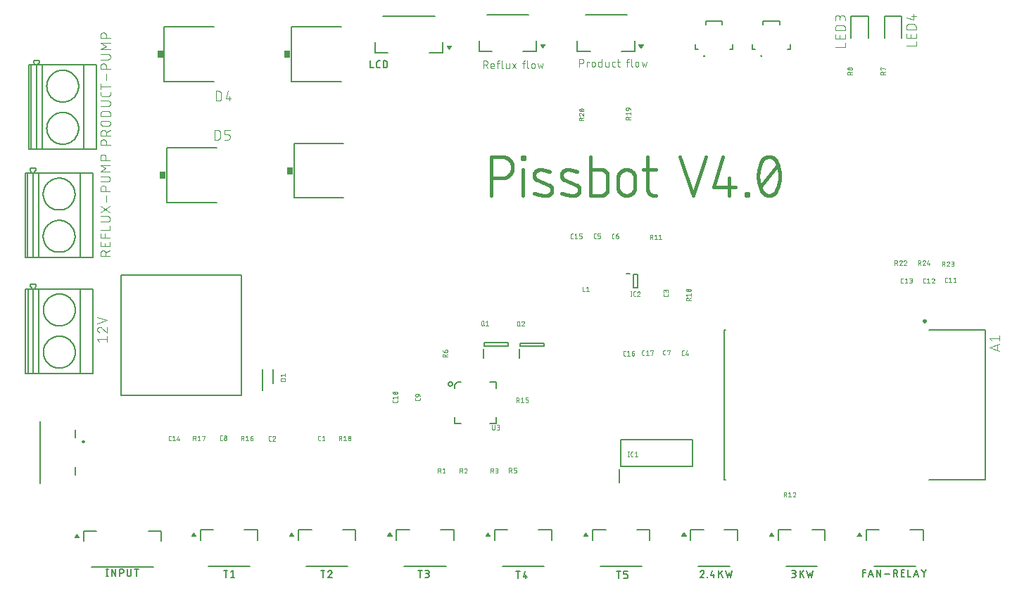
<source format=gbr>
G04 EAGLE Gerber X2 export*
%TF.Part,Single*%
%TF.FileFunction,Legend,Top,1*%
%TF.FilePolarity,Positive*%
%TF.GenerationSoftware,Autodesk,EAGLE,8.6.1*%
%TF.CreationDate,2020-03-10T10:31:54Z*%
G75*
%MOMM*%
%FSLAX34Y34*%
%LPD*%
%AMOC8*
5,1,8,0,0,1.08239X$1,22.5*%
G01*
%ADD10C,0.406400*%
%ADD11C,0.050800*%
%ADD12C,0.200000*%
%ADD13C,0.101600*%
%ADD14C,0.127000*%
%ADD15C,0.240000*%
%ADD16C,0.203200*%
%ADD17C,0.177800*%
%ADD18R,0.762000X0.863600*%

G36*
X83917Y51091D02*
X83917Y51091D01*
X83943Y51088D01*
X84026Y51110D01*
X84111Y51125D01*
X84134Y51139D01*
X84160Y51146D01*
X84230Y51196D01*
X84304Y51240D01*
X84321Y51260D01*
X84343Y51276D01*
X84391Y51347D01*
X84445Y51414D01*
X84454Y51439D01*
X84469Y51461D01*
X84490Y51545D01*
X84517Y51626D01*
X84517Y51653D01*
X84523Y51679D01*
X84513Y51765D01*
X84511Y51851D01*
X84501Y51875D01*
X84498Y51902D01*
X84441Y52022D01*
X84426Y52058D01*
X84421Y52064D01*
X84418Y52072D01*
X81878Y55882D01*
X81824Y55938D01*
X81776Y56000D01*
X81751Y56016D01*
X81738Y56030D01*
X81733Y56032D01*
X81722Y56044D01*
X81652Y56077D01*
X81586Y56119D01*
X81552Y56126D01*
X81520Y56141D01*
X81443Y56148D01*
X81366Y56164D01*
X81331Y56159D01*
X81297Y56162D01*
X81221Y56142D01*
X81144Y56130D01*
X81127Y56120D01*
X81126Y56120D01*
X81121Y56117D01*
X81114Y56113D01*
X81080Y56104D01*
X81016Y56059D01*
X80948Y56021D01*
X80937Y56008D01*
X80933Y56006D01*
X80921Y55991D01*
X80897Y55974D01*
X80871Y55935D01*
X80822Y55882D01*
X78282Y52072D01*
X78272Y52047D01*
X78255Y52026D01*
X78227Y51945D01*
X78193Y51866D01*
X78191Y51839D01*
X78183Y51814D01*
X78185Y51728D01*
X78181Y51642D01*
X78189Y51616D01*
X78189Y51589D01*
X78222Y51510D01*
X78247Y51428D01*
X78264Y51406D01*
X78274Y51382D01*
X78332Y51318D01*
X78384Y51250D01*
X78407Y51236D01*
X78425Y51216D01*
X78502Y51177D01*
X78574Y51131D01*
X78601Y51126D01*
X78625Y51113D01*
X78755Y51094D01*
X78794Y51086D01*
X78801Y51087D01*
X78810Y51086D01*
X83890Y51086D01*
X83917Y51091D01*
G37*
G36*
X696392Y52591D02*
X696392Y52591D01*
X696418Y52588D01*
X696501Y52610D01*
X696586Y52625D01*
X696609Y52639D01*
X696635Y52646D01*
X696705Y52696D01*
X696779Y52740D01*
X696796Y52760D01*
X696818Y52776D01*
X696866Y52847D01*
X696920Y52914D01*
X696929Y52939D01*
X696944Y52961D01*
X696965Y53045D01*
X696992Y53126D01*
X696992Y53153D01*
X696998Y53179D01*
X696988Y53265D01*
X696986Y53351D01*
X696976Y53375D01*
X696973Y53402D01*
X696916Y53522D01*
X696901Y53558D01*
X696896Y53564D01*
X696893Y53572D01*
X694353Y57382D01*
X694299Y57438D01*
X694251Y57500D01*
X694225Y57516D01*
X694213Y57530D01*
X694208Y57532D01*
X694197Y57544D01*
X694127Y57577D01*
X694061Y57619D01*
X694027Y57626D01*
X693995Y57641D01*
X693918Y57648D01*
X693841Y57664D01*
X693806Y57659D01*
X693772Y57662D01*
X693696Y57642D01*
X693619Y57630D01*
X693602Y57620D01*
X693601Y57620D01*
X693596Y57617D01*
X693589Y57613D01*
X693555Y57604D01*
X693491Y57559D01*
X693423Y57521D01*
X693412Y57508D01*
X693408Y57506D01*
X693396Y57491D01*
X693372Y57474D01*
X693346Y57435D01*
X693297Y57382D01*
X690757Y53572D01*
X690747Y53547D01*
X690730Y53526D01*
X690702Y53445D01*
X690668Y53366D01*
X690666Y53339D01*
X690658Y53314D01*
X690660Y53228D01*
X690656Y53142D01*
X690664Y53116D01*
X690664Y53089D01*
X690697Y53010D01*
X690722Y52928D01*
X690739Y52906D01*
X690749Y52882D01*
X690807Y52818D01*
X690859Y52750D01*
X690882Y52736D01*
X690900Y52716D01*
X690977Y52677D01*
X691049Y52631D01*
X691076Y52626D01*
X691100Y52613D01*
X691230Y52594D01*
X691269Y52586D01*
X691276Y52587D01*
X691285Y52586D01*
X696365Y52586D01*
X696392Y52591D01*
G37*
G36*
X578417Y52591D02*
X578417Y52591D01*
X578443Y52588D01*
X578526Y52610D01*
X578611Y52625D01*
X578634Y52639D01*
X578660Y52646D01*
X578730Y52696D01*
X578804Y52740D01*
X578821Y52760D01*
X578843Y52776D01*
X578891Y52847D01*
X578945Y52914D01*
X578954Y52939D01*
X578969Y52961D01*
X578990Y53045D01*
X579017Y53126D01*
X579017Y53153D01*
X579023Y53179D01*
X579013Y53265D01*
X579011Y53351D01*
X579001Y53375D01*
X578998Y53402D01*
X578941Y53522D01*
X578926Y53558D01*
X578921Y53564D01*
X578918Y53572D01*
X576378Y57382D01*
X576324Y57438D01*
X576276Y57500D01*
X576250Y57516D01*
X576238Y57530D01*
X576233Y57532D01*
X576222Y57544D01*
X576152Y57577D01*
X576086Y57619D01*
X576052Y57626D01*
X576020Y57641D01*
X575943Y57648D01*
X575866Y57664D01*
X575831Y57659D01*
X575797Y57662D01*
X575721Y57642D01*
X575644Y57630D01*
X575627Y57620D01*
X575626Y57620D01*
X575621Y57617D01*
X575614Y57613D01*
X575580Y57604D01*
X575516Y57559D01*
X575448Y57521D01*
X575437Y57508D01*
X575433Y57506D01*
X575421Y57491D01*
X575397Y57474D01*
X575371Y57435D01*
X575322Y57382D01*
X572782Y53572D01*
X572772Y53547D01*
X572755Y53526D01*
X572727Y53445D01*
X572693Y53366D01*
X572691Y53339D01*
X572683Y53314D01*
X572685Y53228D01*
X572681Y53142D01*
X572689Y53116D01*
X572689Y53089D01*
X572722Y53010D01*
X572747Y52928D01*
X572764Y52906D01*
X572774Y52882D01*
X572832Y52818D01*
X572884Y52750D01*
X572907Y52736D01*
X572925Y52716D01*
X573002Y52677D01*
X573074Y52631D01*
X573101Y52626D01*
X573125Y52613D01*
X573255Y52594D01*
X573294Y52586D01*
X573301Y52587D01*
X573310Y52586D01*
X578390Y52586D01*
X578417Y52591D01*
G37*
G36*
X342467Y52591D02*
X342467Y52591D01*
X342493Y52588D01*
X342576Y52610D01*
X342661Y52625D01*
X342684Y52639D01*
X342710Y52646D01*
X342780Y52696D01*
X342854Y52740D01*
X342871Y52760D01*
X342893Y52776D01*
X342941Y52847D01*
X342995Y52914D01*
X343004Y52939D01*
X343019Y52961D01*
X343040Y53045D01*
X343067Y53126D01*
X343067Y53153D01*
X343073Y53179D01*
X343063Y53265D01*
X343061Y53351D01*
X343051Y53375D01*
X343048Y53402D01*
X342991Y53522D01*
X342976Y53558D01*
X342971Y53564D01*
X342968Y53572D01*
X340428Y57382D01*
X340374Y57438D01*
X340326Y57500D01*
X340300Y57516D01*
X340288Y57530D01*
X340283Y57532D01*
X340272Y57544D01*
X340202Y57577D01*
X340136Y57619D01*
X340102Y57626D01*
X340070Y57641D01*
X339993Y57648D01*
X339916Y57664D01*
X339881Y57659D01*
X339847Y57662D01*
X339771Y57642D01*
X339694Y57630D01*
X339677Y57620D01*
X339676Y57620D01*
X339671Y57617D01*
X339664Y57613D01*
X339630Y57604D01*
X339566Y57559D01*
X339498Y57521D01*
X339487Y57508D01*
X339483Y57506D01*
X339471Y57491D01*
X339447Y57474D01*
X339421Y57435D01*
X339372Y57382D01*
X336832Y53572D01*
X336822Y53547D01*
X336805Y53526D01*
X336777Y53445D01*
X336743Y53366D01*
X336741Y53339D01*
X336733Y53314D01*
X336735Y53228D01*
X336731Y53142D01*
X336739Y53116D01*
X336739Y53089D01*
X336772Y53010D01*
X336797Y52928D01*
X336814Y52906D01*
X336824Y52882D01*
X336882Y52818D01*
X336934Y52750D01*
X336957Y52736D01*
X336975Y52716D01*
X337052Y52677D01*
X337124Y52631D01*
X337151Y52626D01*
X337175Y52613D01*
X337305Y52594D01*
X337344Y52586D01*
X337351Y52587D01*
X337360Y52586D01*
X342440Y52586D01*
X342467Y52591D01*
G37*
G36*
X460442Y52591D02*
X460442Y52591D01*
X460468Y52588D01*
X460551Y52610D01*
X460636Y52625D01*
X460659Y52639D01*
X460685Y52646D01*
X460755Y52696D01*
X460829Y52740D01*
X460846Y52760D01*
X460868Y52776D01*
X460916Y52847D01*
X460970Y52914D01*
X460979Y52939D01*
X460994Y52961D01*
X461015Y53045D01*
X461042Y53126D01*
X461042Y53153D01*
X461048Y53179D01*
X461038Y53265D01*
X461036Y53351D01*
X461026Y53375D01*
X461023Y53402D01*
X460966Y53522D01*
X460951Y53558D01*
X460946Y53564D01*
X460943Y53572D01*
X458403Y57382D01*
X458349Y57438D01*
X458301Y57500D01*
X458275Y57516D01*
X458263Y57530D01*
X458258Y57532D01*
X458247Y57544D01*
X458177Y57577D01*
X458111Y57619D01*
X458077Y57626D01*
X458045Y57641D01*
X457968Y57648D01*
X457891Y57664D01*
X457856Y57659D01*
X457822Y57662D01*
X457746Y57642D01*
X457669Y57630D01*
X457652Y57620D01*
X457651Y57620D01*
X457646Y57617D01*
X457639Y57613D01*
X457605Y57604D01*
X457541Y57559D01*
X457473Y57521D01*
X457462Y57508D01*
X457458Y57506D01*
X457446Y57491D01*
X457422Y57474D01*
X457396Y57435D01*
X457347Y57382D01*
X454807Y53572D01*
X454797Y53547D01*
X454780Y53526D01*
X454752Y53445D01*
X454718Y53366D01*
X454716Y53339D01*
X454708Y53314D01*
X454710Y53228D01*
X454706Y53142D01*
X454714Y53116D01*
X454714Y53089D01*
X454747Y53010D01*
X454772Y52928D01*
X454789Y52906D01*
X454799Y52882D01*
X454857Y52818D01*
X454909Y52750D01*
X454932Y52736D01*
X454950Y52716D01*
X455027Y52677D01*
X455099Y52631D01*
X455126Y52626D01*
X455150Y52613D01*
X455280Y52594D01*
X455319Y52586D01*
X455326Y52587D01*
X455335Y52586D01*
X460415Y52586D01*
X460442Y52591D01*
G37*
G36*
X1025317Y52591D02*
X1025317Y52591D01*
X1025343Y52588D01*
X1025426Y52610D01*
X1025511Y52625D01*
X1025534Y52639D01*
X1025560Y52646D01*
X1025630Y52696D01*
X1025704Y52740D01*
X1025721Y52760D01*
X1025743Y52776D01*
X1025791Y52847D01*
X1025845Y52914D01*
X1025854Y52939D01*
X1025869Y52961D01*
X1025890Y53045D01*
X1025917Y53126D01*
X1025917Y53153D01*
X1025923Y53179D01*
X1025913Y53265D01*
X1025911Y53351D01*
X1025901Y53375D01*
X1025898Y53402D01*
X1025841Y53522D01*
X1025826Y53558D01*
X1025821Y53564D01*
X1025818Y53572D01*
X1023278Y57382D01*
X1023224Y57438D01*
X1023176Y57500D01*
X1023150Y57516D01*
X1023138Y57530D01*
X1023133Y57532D01*
X1023122Y57544D01*
X1023052Y57577D01*
X1022986Y57619D01*
X1022952Y57626D01*
X1022920Y57641D01*
X1022843Y57648D01*
X1022766Y57664D01*
X1022731Y57659D01*
X1022697Y57662D01*
X1022621Y57642D01*
X1022544Y57630D01*
X1022527Y57620D01*
X1022526Y57620D01*
X1022521Y57617D01*
X1022514Y57613D01*
X1022480Y57604D01*
X1022416Y57559D01*
X1022348Y57521D01*
X1022337Y57508D01*
X1022333Y57506D01*
X1022321Y57491D01*
X1022297Y57474D01*
X1022271Y57435D01*
X1022222Y57382D01*
X1019682Y53572D01*
X1019672Y53547D01*
X1019655Y53526D01*
X1019627Y53445D01*
X1019593Y53366D01*
X1019591Y53339D01*
X1019583Y53314D01*
X1019585Y53228D01*
X1019581Y53142D01*
X1019589Y53116D01*
X1019589Y53089D01*
X1019622Y53010D01*
X1019647Y52928D01*
X1019664Y52906D01*
X1019674Y52882D01*
X1019732Y52818D01*
X1019784Y52750D01*
X1019807Y52736D01*
X1019825Y52716D01*
X1019902Y52677D01*
X1019974Y52631D01*
X1020001Y52626D01*
X1020025Y52613D01*
X1020155Y52594D01*
X1020194Y52586D01*
X1020201Y52587D01*
X1020210Y52586D01*
X1025290Y52586D01*
X1025317Y52591D01*
G37*
G36*
X814367Y52591D02*
X814367Y52591D01*
X814393Y52588D01*
X814476Y52610D01*
X814561Y52625D01*
X814584Y52639D01*
X814610Y52646D01*
X814680Y52696D01*
X814754Y52740D01*
X814771Y52760D01*
X814793Y52776D01*
X814841Y52847D01*
X814895Y52914D01*
X814904Y52939D01*
X814919Y52961D01*
X814940Y53045D01*
X814967Y53126D01*
X814967Y53153D01*
X814973Y53179D01*
X814963Y53265D01*
X814961Y53351D01*
X814951Y53375D01*
X814948Y53402D01*
X814891Y53522D01*
X814876Y53558D01*
X814871Y53564D01*
X814868Y53572D01*
X812328Y57382D01*
X812274Y57438D01*
X812226Y57500D01*
X812200Y57516D01*
X812188Y57530D01*
X812183Y57532D01*
X812172Y57544D01*
X812102Y57577D01*
X812036Y57619D01*
X812002Y57626D01*
X811970Y57641D01*
X811893Y57648D01*
X811816Y57664D01*
X811781Y57659D01*
X811747Y57662D01*
X811671Y57642D01*
X811594Y57630D01*
X811577Y57620D01*
X811576Y57620D01*
X811571Y57617D01*
X811564Y57613D01*
X811530Y57604D01*
X811466Y57559D01*
X811398Y57521D01*
X811387Y57508D01*
X811383Y57506D01*
X811371Y57491D01*
X811347Y57474D01*
X811321Y57435D01*
X811272Y57382D01*
X808732Y53572D01*
X808722Y53547D01*
X808705Y53526D01*
X808677Y53445D01*
X808643Y53366D01*
X808641Y53339D01*
X808633Y53314D01*
X808635Y53228D01*
X808631Y53142D01*
X808639Y53116D01*
X808639Y53089D01*
X808672Y53010D01*
X808697Y52928D01*
X808714Y52906D01*
X808724Y52882D01*
X808782Y52818D01*
X808834Y52750D01*
X808857Y52736D01*
X808875Y52716D01*
X808952Y52677D01*
X809024Y52631D01*
X809051Y52626D01*
X809075Y52613D01*
X809205Y52594D01*
X809244Y52586D01*
X809251Y52587D01*
X809260Y52586D01*
X814340Y52586D01*
X814367Y52591D01*
G37*
G36*
X224492Y52591D02*
X224492Y52591D01*
X224518Y52588D01*
X224601Y52610D01*
X224686Y52625D01*
X224709Y52639D01*
X224735Y52646D01*
X224805Y52696D01*
X224879Y52740D01*
X224896Y52760D01*
X224918Y52776D01*
X224966Y52847D01*
X225020Y52914D01*
X225029Y52939D01*
X225044Y52961D01*
X225065Y53045D01*
X225092Y53126D01*
X225092Y53153D01*
X225098Y53179D01*
X225088Y53265D01*
X225086Y53351D01*
X225076Y53375D01*
X225073Y53402D01*
X225016Y53522D01*
X225001Y53558D01*
X224996Y53564D01*
X224993Y53572D01*
X222453Y57382D01*
X222399Y57438D01*
X222351Y57500D01*
X222325Y57516D01*
X222313Y57530D01*
X222308Y57532D01*
X222297Y57544D01*
X222227Y57577D01*
X222161Y57619D01*
X222127Y57626D01*
X222095Y57641D01*
X222018Y57648D01*
X221941Y57664D01*
X221906Y57659D01*
X221872Y57662D01*
X221796Y57642D01*
X221719Y57630D01*
X221702Y57620D01*
X221701Y57620D01*
X221696Y57617D01*
X221689Y57613D01*
X221655Y57604D01*
X221591Y57559D01*
X221523Y57521D01*
X221512Y57508D01*
X221508Y57506D01*
X221496Y57491D01*
X221472Y57474D01*
X221446Y57435D01*
X221397Y57382D01*
X218857Y53572D01*
X218847Y53547D01*
X218830Y53526D01*
X218802Y53445D01*
X218768Y53366D01*
X218766Y53339D01*
X218758Y53314D01*
X218760Y53228D01*
X218756Y53142D01*
X218764Y53116D01*
X218764Y53089D01*
X218797Y53010D01*
X218822Y52928D01*
X218839Y52906D01*
X218849Y52882D01*
X218907Y52818D01*
X218959Y52750D01*
X218982Y52736D01*
X219000Y52716D01*
X219077Y52677D01*
X219149Y52631D01*
X219176Y52626D01*
X219200Y52613D01*
X219330Y52594D01*
X219369Y52586D01*
X219376Y52587D01*
X219385Y52586D01*
X224465Y52586D01*
X224492Y52591D01*
G37*
G36*
X919842Y52591D02*
X919842Y52591D01*
X919868Y52588D01*
X919951Y52610D01*
X920036Y52625D01*
X920059Y52639D01*
X920085Y52646D01*
X920155Y52696D01*
X920229Y52740D01*
X920246Y52760D01*
X920268Y52776D01*
X920316Y52847D01*
X920370Y52914D01*
X920379Y52939D01*
X920394Y52961D01*
X920415Y53045D01*
X920442Y53126D01*
X920442Y53153D01*
X920448Y53179D01*
X920438Y53265D01*
X920436Y53351D01*
X920426Y53375D01*
X920423Y53402D01*
X920366Y53522D01*
X920351Y53558D01*
X920346Y53564D01*
X920343Y53572D01*
X917803Y57382D01*
X917749Y57438D01*
X917701Y57500D01*
X917675Y57516D01*
X917663Y57530D01*
X917658Y57532D01*
X917647Y57544D01*
X917577Y57577D01*
X917511Y57619D01*
X917477Y57626D01*
X917445Y57641D01*
X917368Y57648D01*
X917291Y57664D01*
X917256Y57659D01*
X917222Y57662D01*
X917146Y57642D01*
X917069Y57630D01*
X917052Y57620D01*
X917051Y57620D01*
X917046Y57617D01*
X917039Y57613D01*
X917005Y57604D01*
X916941Y57559D01*
X916873Y57521D01*
X916862Y57508D01*
X916858Y57506D01*
X916846Y57491D01*
X916822Y57474D01*
X916796Y57435D01*
X916747Y57382D01*
X914207Y53572D01*
X914197Y53547D01*
X914180Y53526D01*
X914152Y53445D01*
X914118Y53366D01*
X914116Y53339D01*
X914108Y53314D01*
X914110Y53228D01*
X914106Y53142D01*
X914114Y53116D01*
X914114Y53089D01*
X914147Y53010D01*
X914172Y52928D01*
X914189Y52906D01*
X914199Y52882D01*
X914257Y52818D01*
X914309Y52750D01*
X914332Y52736D01*
X914350Y52716D01*
X914427Y52677D01*
X914499Y52631D01*
X914526Y52626D01*
X914550Y52613D01*
X914680Y52594D01*
X914719Y52586D01*
X914726Y52587D01*
X914735Y52586D01*
X919815Y52586D01*
X919842Y52591D01*
G37*
G36*
X529219Y638541D02*
X529219Y638541D01*
X529253Y638538D01*
X529329Y638558D01*
X529406Y638570D01*
X529436Y638587D01*
X529470Y638596D01*
X529534Y638641D01*
X529602Y638679D01*
X529628Y638709D01*
X529653Y638726D01*
X529679Y638765D01*
X529728Y638818D01*
X532268Y642628D01*
X532278Y642651D01*
X532292Y642669D01*
X532293Y642671D01*
X532295Y642674D01*
X532323Y642755D01*
X532357Y642834D01*
X532359Y642861D01*
X532367Y642886D01*
X532365Y642972D01*
X532369Y643058D01*
X532361Y643084D01*
X532361Y643111D01*
X532328Y643190D01*
X532303Y643272D01*
X532286Y643294D01*
X532276Y643318D01*
X532218Y643382D01*
X532166Y643450D01*
X532143Y643464D01*
X532125Y643484D01*
X532048Y643523D01*
X531976Y643569D01*
X531949Y643574D01*
X531925Y643587D01*
X531795Y643606D01*
X531756Y643614D01*
X531749Y643613D01*
X531740Y643614D01*
X526660Y643614D01*
X526634Y643610D01*
X526607Y643612D01*
X526524Y643590D01*
X526439Y643575D01*
X526416Y643561D01*
X526390Y643554D01*
X526320Y643504D01*
X526246Y643460D01*
X526229Y643440D01*
X526207Y643424D01*
X526159Y643353D01*
X526105Y643286D01*
X526096Y643261D01*
X526081Y643239D01*
X526060Y643155D01*
X526033Y643074D01*
X526034Y643047D01*
X526027Y643021D01*
X526037Y642935D01*
X526039Y642849D01*
X526049Y642825D01*
X526052Y642798D01*
X526109Y642678D01*
X526124Y642642D01*
X526126Y642639D01*
X526127Y642637D01*
X526130Y642634D01*
X526132Y642628D01*
X528672Y638818D01*
X528726Y638762D01*
X528774Y638700D01*
X528804Y638682D01*
X528828Y638656D01*
X528898Y638623D01*
X528964Y638581D01*
X528999Y638574D01*
X529030Y638559D01*
X529107Y638552D01*
X529184Y638536D01*
X529219Y638541D01*
G37*
G36*
X760269Y640141D02*
X760269Y640141D01*
X760303Y640138D01*
X760379Y640158D01*
X760456Y640170D01*
X760486Y640187D01*
X760520Y640196D01*
X760584Y640241D01*
X760652Y640279D01*
X760678Y640309D01*
X760703Y640326D01*
X760729Y640365D01*
X760778Y640418D01*
X763318Y644228D01*
X763328Y644251D01*
X763342Y644269D01*
X763343Y644271D01*
X763345Y644274D01*
X763373Y644355D01*
X763407Y644434D01*
X763409Y644461D01*
X763417Y644486D01*
X763415Y644572D01*
X763419Y644658D01*
X763411Y644684D01*
X763411Y644711D01*
X763378Y644790D01*
X763353Y644872D01*
X763336Y644894D01*
X763326Y644918D01*
X763268Y644982D01*
X763216Y645050D01*
X763193Y645064D01*
X763175Y645084D01*
X763098Y645123D01*
X763026Y645169D01*
X762999Y645174D01*
X762975Y645187D01*
X762845Y645206D01*
X762806Y645214D01*
X762799Y645213D01*
X762790Y645214D01*
X757710Y645214D01*
X757684Y645210D01*
X757657Y645212D01*
X757574Y645190D01*
X757489Y645175D01*
X757466Y645161D01*
X757440Y645154D01*
X757370Y645104D01*
X757296Y645060D01*
X757279Y645040D01*
X757257Y645024D01*
X757209Y644953D01*
X757155Y644886D01*
X757146Y644861D01*
X757131Y644839D01*
X757110Y644755D01*
X757083Y644674D01*
X757084Y644647D01*
X757077Y644621D01*
X757087Y644535D01*
X757089Y644449D01*
X757099Y644425D01*
X757102Y644398D01*
X757159Y644278D01*
X757174Y644242D01*
X757176Y644239D01*
X757177Y644237D01*
X757180Y644234D01*
X757182Y644228D01*
X759722Y640418D01*
X759776Y640362D01*
X759824Y640300D01*
X759854Y640282D01*
X759878Y640256D01*
X759948Y640223D01*
X760014Y640181D01*
X760049Y640174D01*
X760080Y640159D01*
X760157Y640152D01*
X760234Y640136D01*
X760269Y640141D01*
G37*
G36*
X641869Y640141D02*
X641869Y640141D01*
X641903Y640138D01*
X641979Y640158D01*
X642056Y640170D01*
X642086Y640187D01*
X642120Y640196D01*
X642184Y640241D01*
X642252Y640279D01*
X642278Y640309D01*
X642303Y640326D01*
X642329Y640365D01*
X642378Y640418D01*
X644918Y644228D01*
X644928Y644251D01*
X644942Y644269D01*
X644943Y644271D01*
X644945Y644274D01*
X644973Y644355D01*
X645007Y644434D01*
X645009Y644461D01*
X645017Y644486D01*
X645015Y644572D01*
X645019Y644658D01*
X645011Y644684D01*
X645011Y644711D01*
X644978Y644790D01*
X644953Y644872D01*
X644936Y644894D01*
X644926Y644918D01*
X644868Y644982D01*
X644816Y645050D01*
X644793Y645064D01*
X644775Y645084D01*
X644698Y645123D01*
X644626Y645169D01*
X644599Y645174D01*
X644575Y645187D01*
X644445Y645206D01*
X644406Y645214D01*
X644399Y645213D01*
X644390Y645214D01*
X639310Y645214D01*
X639284Y645210D01*
X639257Y645212D01*
X639174Y645190D01*
X639089Y645175D01*
X639066Y645161D01*
X639040Y645154D01*
X638970Y645104D01*
X638896Y645060D01*
X638879Y645040D01*
X638857Y645024D01*
X638809Y644953D01*
X638755Y644886D01*
X638746Y644861D01*
X638731Y644839D01*
X638710Y644755D01*
X638683Y644674D01*
X638684Y644647D01*
X638677Y644621D01*
X638687Y644535D01*
X638689Y644449D01*
X638699Y644425D01*
X638702Y644398D01*
X638759Y644278D01*
X638774Y644242D01*
X638776Y644239D01*
X638777Y644237D01*
X638780Y644234D01*
X638782Y644228D01*
X641322Y640418D01*
X641376Y640362D01*
X641424Y640300D01*
X641454Y640282D01*
X641478Y640256D01*
X641548Y640223D01*
X641614Y640181D01*
X641649Y640174D01*
X641680Y640159D01*
X641757Y640152D01*
X641834Y640136D01*
X641869Y640141D01*
G37*
D10*
X579600Y463232D02*
X579600Y509968D01*
X592582Y509968D01*
X592898Y509964D01*
X593214Y509953D01*
X593530Y509933D01*
X593845Y509906D01*
X594159Y509872D01*
X594472Y509830D01*
X594784Y509780D01*
X595095Y509722D01*
X595405Y509657D01*
X595712Y509585D01*
X596018Y509505D01*
X596322Y509418D01*
X596624Y509323D01*
X596923Y509221D01*
X597220Y509111D01*
X597513Y508995D01*
X597804Y508871D01*
X598092Y508741D01*
X598377Y508603D01*
X598658Y508458D01*
X598936Y508307D01*
X599209Y508149D01*
X599479Y507984D01*
X599745Y507813D01*
X600007Y507635D01*
X600264Y507451D01*
X600516Y507261D01*
X600764Y507065D01*
X601007Y506863D01*
X601245Y506655D01*
X601478Y506441D01*
X601706Y506221D01*
X601928Y505996D01*
X602144Y505766D01*
X602355Y505531D01*
X602561Y505290D01*
X602760Y505045D01*
X602953Y504795D01*
X603140Y504540D01*
X603321Y504280D01*
X603495Y504017D01*
X603663Y503749D01*
X603825Y503477D01*
X603979Y503201D01*
X604127Y502922D01*
X604269Y502639D01*
X604403Y502353D01*
X604530Y502063D01*
X604650Y501771D01*
X604763Y501476D01*
X604869Y501178D01*
X604967Y500877D01*
X605058Y500574D01*
X605142Y500270D01*
X605218Y499963D01*
X605287Y499654D01*
X605348Y499344D01*
X605402Y499032D01*
X605448Y498720D01*
X605486Y498406D01*
X605517Y498091D01*
X605540Y497776D01*
X605555Y497460D01*
X605563Y497144D01*
X605563Y496828D01*
X605555Y496512D01*
X605540Y496196D01*
X605517Y495881D01*
X605486Y495566D01*
X605448Y495252D01*
X605402Y494940D01*
X605348Y494628D01*
X605287Y494318D01*
X605218Y494009D01*
X605142Y493702D01*
X605058Y493398D01*
X604967Y493095D01*
X604869Y492794D01*
X604763Y492496D01*
X604650Y492201D01*
X604530Y491909D01*
X604403Y491619D01*
X604269Y491333D01*
X604127Y491050D01*
X603979Y490771D01*
X603825Y490495D01*
X603663Y490223D01*
X603495Y489955D01*
X603321Y489692D01*
X603140Y489432D01*
X602953Y489177D01*
X602760Y488927D01*
X602561Y488682D01*
X602355Y488441D01*
X602144Y488206D01*
X601928Y487976D01*
X601706Y487751D01*
X601478Y487531D01*
X601245Y487317D01*
X601007Y487109D01*
X600764Y486907D01*
X600516Y486711D01*
X600264Y486521D01*
X600007Y486337D01*
X599745Y486159D01*
X599479Y485988D01*
X599209Y485823D01*
X598936Y485665D01*
X598658Y485514D01*
X598377Y485369D01*
X598092Y485231D01*
X597804Y485101D01*
X597513Y484977D01*
X597220Y484861D01*
X596923Y484751D01*
X596624Y484649D01*
X596322Y484554D01*
X596018Y484467D01*
X595712Y484387D01*
X595405Y484315D01*
X595095Y484250D01*
X594784Y484192D01*
X594472Y484142D01*
X594159Y484100D01*
X593845Y484066D01*
X593530Y484039D01*
X593214Y484019D01*
X592898Y484008D01*
X592582Y484004D01*
X579600Y484004D01*
X618076Y494389D02*
X618076Y463232D01*
X616778Y507372D02*
X616778Y509968D01*
X619374Y509968D01*
X619374Y507372D01*
X616778Y507372D01*
X635715Y481407D02*
X648697Y476214D01*
X635715Y481407D02*
X635563Y481470D01*
X635414Y481537D01*
X635265Y481607D01*
X635119Y481680D01*
X634974Y481757D01*
X634832Y481838D01*
X634691Y481922D01*
X634552Y482010D01*
X634416Y482100D01*
X634282Y482195D01*
X634150Y482292D01*
X634021Y482392D01*
X633894Y482496D01*
X633769Y482603D01*
X633647Y482713D01*
X633528Y482825D01*
X633412Y482941D01*
X633299Y483059D01*
X633188Y483180D01*
X633081Y483304D01*
X632976Y483430D01*
X632875Y483559D01*
X632777Y483690D01*
X632682Y483824D01*
X632590Y483959D01*
X632502Y484097D01*
X632417Y484238D01*
X632335Y484380D01*
X632257Y484524D01*
X632183Y484670D01*
X632112Y484818D01*
X632044Y484967D01*
X631981Y485118D01*
X631921Y485270D01*
X631864Y485424D01*
X631812Y485580D01*
X631763Y485736D01*
X631718Y485894D01*
X631677Y486052D01*
X631640Y486212D01*
X631607Y486373D01*
X631578Y486534D01*
X631552Y486696D01*
X631531Y486858D01*
X631513Y487021D01*
X631500Y487184D01*
X631490Y487348D01*
X631485Y487512D01*
X631483Y487676D01*
X631485Y487840D01*
X631492Y488003D01*
X631502Y488167D01*
X631517Y488330D01*
X631535Y488493D01*
X631557Y488655D01*
X631584Y488817D01*
X631614Y488978D01*
X631648Y489139D01*
X631686Y489298D01*
X631728Y489456D01*
X631773Y489614D01*
X631823Y489770D01*
X631876Y489925D01*
X631933Y490079D01*
X631994Y490231D01*
X632059Y490382D01*
X632127Y490531D01*
X632198Y490678D01*
X632274Y490824D01*
X632352Y490967D01*
X632435Y491109D01*
X632521Y491249D01*
X632610Y491386D01*
X632702Y491522D01*
X632798Y491655D01*
X632897Y491785D01*
X632999Y491914D01*
X633104Y492039D01*
X633212Y492162D01*
X633323Y492283D01*
X633437Y492401D01*
X633554Y492515D01*
X633674Y492627D01*
X633796Y492737D01*
X633921Y492843D01*
X634048Y492946D01*
X634178Y493045D01*
X634311Y493142D01*
X634445Y493236D01*
X634582Y493326D01*
X634721Y493412D01*
X634862Y493496D01*
X635005Y493576D01*
X635150Y493652D01*
X635297Y493725D01*
X635446Y493794D01*
X635596Y493860D01*
X635748Y493922D01*
X635901Y493980D01*
X636056Y494034D01*
X636211Y494085D01*
X636368Y494132D01*
X636527Y494175D01*
X636686Y494214D01*
X636846Y494249D01*
X637007Y494281D01*
X637168Y494308D01*
X637330Y494332D01*
X637493Y494351D01*
X637656Y494367D01*
X637820Y494378D01*
X637983Y494386D01*
X638147Y494390D01*
X638311Y494389D01*
X639020Y494370D01*
X639728Y494335D01*
X640435Y494282D01*
X641140Y494212D01*
X641844Y494126D01*
X642545Y494022D01*
X643244Y493902D01*
X643940Y493765D01*
X644632Y493611D01*
X645320Y493441D01*
X646004Y493254D01*
X646683Y493050D01*
X647357Y492831D01*
X648026Y492595D01*
X648689Y492343D01*
X649345Y492076D01*
X649995Y491793D01*
X648697Y476215D02*
X648849Y476152D01*
X648998Y476085D01*
X649147Y476015D01*
X649293Y475942D01*
X649438Y475865D01*
X649580Y475784D01*
X649721Y475700D01*
X649860Y475612D01*
X649996Y475522D01*
X650130Y475428D01*
X650262Y475330D01*
X650391Y475230D01*
X650518Y475126D01*
X650643Y475019D01*
X650764Y474909D01*
X650884Y474797D01*
X651000Y474681D01*
X651113Y474563D01*
X651224Y474442D01*
X651331Y474318D01*
X651436Y474192D01*
X651537Y474063D01*
X651635Y473932D01*
X651730Y473798D01*
X651822Y473663D01*
X651910Y473525D01*
X651995Y473384D01*
X652077Y473242D01*
X652155Y473098D01*
X652229Y472952D01*
X652300Y472805D01*
X652368Y472655D01*
X652431Y472504D01*
X652491Y472352D01*
X652548Y472198D01*
X652600Y472042D01*
X652649Y471886D01*
X652694Y471728D01*
X652735Y471570D01*
X652772Y471410D01*
X652805Y471249D01*
X652834Y471088D01*
X652860Y470926D01*
X652881Y470764D01*
X652899Y470601D01*
X652912Y470438D01*
X652922Y470274D01*
X652927Y470110D01*
X652929Y469946D01*
X652927Y469782D01*
X652920Y469619D01*
X652910Y469455D01*
X652895Y469292D01*
X652877Y469129D01*
X652855Y468967D01*
X652828Y468805D01*
X652798Y468644D01*
X652764Y468483D01*
X652726Y468324D01*
X652684Y468166D01*
X652639Y468008D01*
X652589Y467852D01*
X652536Y467697D01*
X652479Y467543D01*
X652418Y467391D01*
X652353Y467240D01*
X652285Y467091D01*
X652214Y466944D01*
X652138Y466798D01*
X652060Y466655D01*
X651977Y466513D01*
X651891Y466373D01*
X651802Y466236D01*
X651710Y466100D01*
X651614Y465967D01*
X651515Y465837D01*
X651413Y465708D01*
X651308Y465583D01*
X651200Y465460D01*
X651089Y465339D01*
X650975Y465221D01*
X650858Y465107D01*
X650738Y464995D01*
X650616Y464885D01*
X650491Y464779D01*
X650364Y464676D01*
X650234Y464577D01*
X650101Y464480D01*
X649967Y464386D01*
X649830Y464296D01*
X649691Y464210D01*
X649550Y464126D01*
X649407Y464046D01*
X649262Y463970D01*
X649115Y463897D01*
X648966Y463828D01*
X648816Y463762D01*
X648664Y463700D01*
X648511Y463642D01*
X648356Y463588D01*
X648201Y463537D01*
X648044Y463490D01*
X647885Y463447D01*
X647726Y463408D01*
X647566Y463373D01*
X647405Y463341D01*
X647244Y463314D01*
X647082Y463290D01*
X646919Y463271D01*
X646756Y463255D01*
X646592Y463244D01*
X646429Y463236D01*
X646265Y463232D01*
X646101Y463233D01*
X646100Y463232D02*
X645059Y463260D01*
X644019Y463311D01*
X642980Y463388D01*
X641944Y463489D01*
X640910Y463614D01*
X639879Y463764D01*
X638852Y463938D01*
X637830Y464137D01*
X636812Y464359D01*
X635800Y464606D01*
X634795Y464876D01*
X633796Y465170D01*
X632804Y465488D01*
X631820Y465829D01*
X668735Y481407D02*
X681717Y476214D01*
X668735Y481407D02*
X668583Y481470D01*
X668434Y481537D01*
X668285Y481607D01*
X668139Y481680D01*
X667994Y481757D01*
X667852Y481838D01*
X667711Y481922D01*
X667572Y482010D01*
X667436Y482100D01*
X667302Y482195D01*
X667170Y482292D01*
X667041Y482392D01*
X666914Y482496D01*
X666789Y482603D01*
X666667Y482713D01*
X666548Y482825D01*
X666432Y482941D01*
X666319Y483059D01*
X666208Y483180D01*
X666101Y483304D01*
X665996Y483430D01*
X665895Y483559D01*
X665797Y483690D01*
X665702Y483824D01*
X665610Y483959D01*
X665522Y484097D01*
X665437Y484238D01*
X665355Y484380D01*
X665277Y484524D01*
X665203Y484670D01*
X665132Y484818D01*
X665064Y484967D01*
X665001Y485118D01*
X664941Y485270D01*
X664884Y485424D01*
X664832Y485580D01*
X664783Y485736D01*
X664738Y485894D01*
X664697Y486052D01*
X664660Y486212D01*
X664627Y486373D01*
X664598Y486534D01*
X664572Y486696D01*
X664551Y486858D01*
X664533Y487021D01*
X664520Y487184D01*
X664510Y487348D01*
X664505Y487512D01*
X664503Y487676D01*
X664505Y487840D01*
X664512Y488003D01*
X664522Y488167D01*
X664537Y488330D01*
X664555Y488493D01*
X664577Y488655D01*
X664604Y488817D01*
X664634Y488978D01*
X664668Y489139D01*
X664706Y489298D01*
X664748Y489456D01*
X664793Y489614D01*
X664843Y489770D01*
X664896Y489925D01*
X664953Y490079D01*
X665014Y490231D01*
X665079Y490382D01*
X665147Y490531D01*
X665218Y490678D01*
X665294Y490824D01*
X665372Y490967D01*
X665455Y491109D01*
X665541Y491249D01*
X665630Y491386D01*
X665722Y491522D01*
X665818Y491655D01*
X665917Y491785D01*
X666019Y491914D01*
X666124Y492039D01*
X666232Y492162D01*
X666343Y492283D01*
X666457Y492401D01*
X666574Y492515D01*
X666694Y492627D01*
X666816Y492737D01*
X666941Y492843D01*
X667068Y492946D01*
X667198Y493045D01*
X667331Y493142D01*
X667465Y493236D01*
X667602Y493326D01*
X667741Y493412D01*
X667882Y493496D01*
X668025Y493576D01*
X668170Y493652D01*
X668317Y493725D01*
X668466Y493794D01*
X668616Y493860D01*
X668768Y493922D01*
X668921Y493980D01*
X669076Y494034D01*
X669231Y494085D01*
X669388Y494132D01*
X669547Y494175D01*
X669706Y494214D01*
X669866Y494249D01*
X670027Y494281D01*
X670188Y494308D01*
X670350Y494332D01*
X670513Y494351D01*
X670676Y494367D01*
X670840Y494378D01*
X671003Y494386D01*
X671167Y494390D01*
X671331Y494389D01*
X672040Y494370D01*
X672748Y494335D01*
X673455Y494282D01*
X674160Y494212D01*
X674864Y494126D01*
X675565Y494022D01*
X676264Y493902D01*
X676960Y493765D01*
X677652Y493611D01*
X678340Y493441D01*
X679024Y493254D01*
X679703Y493050D01*
X680377Y492831D01*
X681046Y492595D01*
X681709Y492343D01*
X682365Y492076D01*
X683015Y491793D01*
X681717Y476215D02*
X681869Y476152D01*
X682018Y476085D01*
X682167Y476015D01*
X682313Y475942D01*
X682458Y475865D01*
X682600Y475784D01*
X682741Y475700D01*
X682880Y475612D01*
X683016Y475522D01*
X683150Y475428D01*
X683282Y475330D01*
X683411Y475230D01*
X683538Y475126D01*
X683663Y475019D01*
X683784Y474909D01*
X683904Y474797D01*
X684020Y474681D01*
X684133Y474563D01*
X684244Y474442D01*
X684351Y474318D01*
X684456Y474192D01*
X684557Y474063D01*
X684655Y473932D01*
X684750Y473798D01*
X684842Y473663D01*
X684930Y473525D01*
X685015Y473384D01*
X685097Y473242D01*
X685175Y473098D01*
X685249Y472952D01*
X685320Y472805D01*
X685388Y472655D01*
X685451Y472504D01*
X685511Y472352D01*
X685568Y472198D01*
X685620Y472042D01*
X685669Y471886D01*
X685714Y471728D01*
X685755Y471570D01*
X685792Y471410D01*
X685825Y471249D01*
X685854Y471088D01*
X685880Y470926D01*
X685901Y470764D01*
X685919Y470601D01*
X685932Y470438D01*
X685942Y470274D01*
X685947Y470110D01*
X685949Y469946D01*
X685947Y469782D01*
X685940Y469619D01*
X685930Y469455D01*
X685915Y469292D01*
X685897Y469129D01*
X685875Y468967D01*
X685848Y468805D01*
X685818Y468644D01*
X685784Y468483D01*
X685746Y468324D01*
X685704Y468166D01*
X685659Y468008D01*
X685609Y467852D01*
X685556Y467697D01*
X685499Y467543D01*
X685438Y467391D01*
X685373Y467240D01*
X685305Y467091D01*
X685234Y466944D01*
X685158Y466798D01*
X685080Y466655D01*
X684997Y466513D01*
X684911Y466373D01*
X684822Y466236D01*
X684730Y466100D01*
X684634Y465967D01*
X684535Y465837D01*
X684433Y465708D01*
X684328Y465583D01*
X684220Y465460D01*
X684109Y465339D01*
X683995Y465221D01*
X683878Y465107D01*
X683758Y464995D01*
X683636Y464885D01*
X683511Y464779D01*
X683384Y464676D01*
X683254Y464577D01*
X683121Y464480D01*
X682987Y464386D01*
X682850Y464296D01*
X682711Y464210D01*
X682570Y464126D01*
X682427Y464046D01*
X682282Y463970D01*
X682135Y463897D01*
X681986Y463828D01*
X681836Y463762D01*
X681684Y463700D01*
X681531Y463642D01*
X681376Y463588D01*
X681221Y463537D01*
X681064Y463490D01*
X680905Y463447D01*
X680746Y463408D01*
X680586Y463373D01*
X680425Y463341D01*
X680264Y463314D01*
X680102Y463290D01*
X679939Y463271D01*
X679776Y463255D01*
X679612Y463244D01*
X679449Y463236D01*
X679285Y463232D01*
X679121Y463233D01*
X679120Y463232D02*
X678079Y463260D01*
X677039Y463311D01*
X676000Y463388D01*
X674964Y463489D01*
X673930Y463614D01*
X672899Y463764D01*
X671872Y463938D01*
X670850Y464137D01*
X669832Y464359D01*
X668820Y464606D01*
X667815Y464876D01*
X666816Y465170D01*
X665824Y465488D01*
X664840Y465829D01*
X699098Y463232D02*
X699098Y509968D01*
X699098Y463232D02*
X712080Y463232D01*
X712268Y463234D01*
X712456Y463241D01*
X712644Y463252D01*
X712832Y463268D01*
X713019Y463289D01*
X713205Y463314D01*
X713391Y463343D01*
X713576Y463377D01*
X713761Y463416D01*
X713944Y463458D01*
X714126Y463506D01*
X714307Y463557D01*
X714487Y463613D01*
X714665Y463674D01*
X714842Y463738D01*
X715017Y463807D01*
X715191Y463880D01*
X715362Y463957D01*
X715532Y464039D01*
X715700Y464124D01*
X715865Y464214D01*
X716029Y464307D01*
X716190Y464404D01*
X716348Y464506D01*
X716505Y464611D01*
X716658Y464720D01*
X716809Y464832D01*
X716957Y464948D01*
X717103Y465068D01*
X717245Y465191D01*
X717384Y465317D01*
X717521Y465447D01*
X717654Y465580D01*
X717784Y465717D01*
X717910Y465856D01*
X718033Y465998D01*
X718153Y466144D01*
X718269Y466292D01*
X718381Y466443D01*
X718490Y466596D01*
X718595Y466753D01*
X718697Y466911D01*
X718794Y467072D01*
X718887Y467236D01*
X718977Y467401D01*
X719062Y467569D01*
X719144Y467739D01*
X719221Y467910D01*
X719294Y468084D01*
X719363Y468259D01*
X719427Y468436D01*
X719488Y468614D01*
X719544Y468794D01*
X719595Y468975D01*
X719643Y469157D01*
X719685Y469340D01*
X719724Y469525D01*
X719758Y469710D01*
X719787Y469896D01*
X719812Y470082D01*
X719833Y470269D01*
X719849Y470457D01*
X719860Y470645D01*
X719867Y470833D01*
X719869Y471021D01*
X719869Y486600D01*
X719867Y486788D01*
X719860Y486976D01*
X719849Y487164D01*
X719833Y487352D01*
X719812Y487539D01*
X719787Y487725D01*
X719758Y487911D01*
X719724Y488096D01*
X719685Y488281D01*
X719643Y488464D01*
X719595Y488646D01*
X719544Y488827D01*
X719488Y489007D01*
X719427Y489185D01*
X719363Y489362D01*
X719294Y489537D01*
X719221Y489711D01*
X719144Y489882D01*
X719062Y490052D01*
X718977Y490220D01*
X718887Y490385D01*
X718794Y490549D01*
X718697Y490710D01*
X718595Y490868D01*
X718490Y491025D01*
X718381Y491178D01*
X718269Y491329D01*
X718153Y491477D01*
X718033Y491623D01*
X717910Y491765D01*
X717784Y491904D01*
X717654Y492041D01*
X717521Y492174D01*
X717384Y492304D01*
X717245Y492430D01*
X717103Y492553D01*
X716957Y492673D01*
X716809Y492789D01*
X716658Y492901D01*
X716505Y493010D01*
X716348Y493115D01*
X716190Y493217D01*
X716029Y493314D01*
X715865Y493407D01*
X715700Y493497D01*
X715532Y493582D01*
X715362Y493664D01*
X715191Y493741D01*
X715017Y493814D01*
X714842Y493883D01*
X714665Y493947D01*
X714487Y494008D01*
X714307Y494064D01*
X714126Y494115D01*
X713944Y494163D01*
X713761Y494205D01*
X713576Y494244D01*
X713391Y494278D01*
X713205Y494307D01*
X713019Y494332D01*
X712832Y494353D01*
X712644Y494369D01*
X712456Y494380D01*
X712268Y494387D01*
X712080Y494389D01*
X699098Y494389D01*
X732150Y484004D02*
X732150Y473618D01*
X732150Y484004D02*
X732153Y484257D01*
X732162Y484510D01*
X732178Y484762D01*
X732199Y485014D01*
X732227Y485266D01*
X732261Y485516D01*
X732301Y485766D01*
X732346Y486015D01*
X732398Y486262D01*
X732456Y486508D01*
X732520Y486753D01*
X732590Y486996D01*
X732666Y487237D01*
X732748Y487477D01*
X732835Y487714D01*
X732929Y487949D01*
X733027Y488182D01*
X733132Y488412D01*
X733242Y488640D01*
X733358Y488865D01*
X733479Y489087D01*
X733605Y489306D01*
X733737Y489522D01*
X733874Y489735D01*
X734016Y489944D01*
X734163Y490150D01*
X734316Y490352D01*
X734473Y490550D01*
X734634Y490744D01*
X734801Y490935D01*
X734972Y491121D01*
X735147Y491303D01*
X735327Y491481D01*
X735512Y491654D01*
X735700Y491823D01*
X735892Y491987D01*
X736089Y492147D01*
X736289Y492301D01*
X736493Y492451D01*
X736700Y492595D01*
X736911Y492735D01*
X737126Y492869D01*
X737343Y492999D01*
X737564Y493122D01*
X737787Y493241D01*
X738013Y493354D01*
X738242Y493461D01*
X738474Y493563D01*
X738708Y493659D01*
X738944Y493749D01*
X739183Y493834D01*
X739423Y493912D01*
X739665Y493985D01*
X739909Y494052D01*
X740154Y494113D01*
X740401Y494168D01*
X740650Y494217D01*
X740899Y494260D01*
X741149Y494297D01*
X741400Y494328D01*
X741652Y494352D01*
X741904Y494371D01*
X742157Y494383D01*
X742410Y494389D01*
X742662Y494389D01*
X742915Y494383D01*
X743168Y494371D01*
X743420Y494352D01*
X743672Y494328D01*
X743923Y494297D01*
X744173Y494260D01*
X744422Y494217D01*
X744671Y494168D01*
X744918Y494113D01*
X745163Y494052D01*
X745407Y493985D01*
X745649Y493912D01*
X745889Y493834D01*
X746128Y493749D01*
X746364Y493659D01*
X746598Y493563D01*
X746830Y493461D01*
X747059Y493354D01*
X747285Y493241D01*
X747508Y493122D01*
X747729Y492999D01*
X747946Y492869D01*
X748161Y492735D01*
X748372Y492595D01*
X748579Y492451D01*
X748783Y492301D01*
X748983Y492147D01*
X749180Y491987D01*
X749372Y491823D01*
X749560Y491654D01*
X749745Y491481D01*
X749925Y491303D01*
X750100Y491121D01*
X750271Y490935D01*
X750438Y490744D01*
X750599Y490550D01*
X750756Y490352D01*
X750909Y490150D01*
X751056Y489944D01*
X751198Y489735D01*
X751335Y489522D01*
X751467Y489306D01*
X751593Y489087D01*
X751714Y488865D01*
X751830Y488640D01*
X751940Y488412D01*
X752045Y488182D01*
X752143Y487949D01*
X752237Y487714D01*
X752324Y487477D01*
X752406Y487237D01*
X752482Y486996D01*
X752552Y486753D01*
X752616Y486508D01*
X752674Y486262D01*
X752726Y486015D01*
X752771Y485766D01*
X752811Y485516D01*
X752845Y485266D01*
X752873Y485014D01*
X752894Y484762D01*
X752910Y484510D01*
X752919Y484257D01*
X752922Y484004D01*
X752922Y473618D01*
X752919Y473365D01*
X752910Y473112D01*
X752894Y472860D01*
X752873Y472608D01*
X752845Y472356D01*
X752811Y472106D01*
X752771Y471856D01*
X752726Y471607D01*
X752674Y471360D01*
X752616Y471114D01*
X752552Y470869D01*
X752482Y470626D01*
X752406Y470385D01*
X752324Y470145D01*
X752237Y469908D01*
X752143Y469673D01*
X752045Y469440D01*
X751940Y469210D01*
X751830Y468982D01*
X751714Y468757D01*
X751593Y468535D01*
X751467Y468316D01*
X751335Y468100D01*
X751198Y467887D01*
X751056Y467678D01*
X750909Y467472D01*
X750756Y467270D01*
X750599Y467072D01*
X750438Y466878D01*
X750271Y466687D01*
X750100Y466501D01*
X749925Y466319D01*
X749745Y466141D01*
X749560Y465968D01*
X749372Y465799D01*
X749180Y465635D01*
X748983Y465475D01*
X748783Y465321D01*
X748579Y465171D01*
X748372Y465027D01*
X748161Y464887D01*
X747946Y464753D01*
X747729Y464623D01*
X747508Y464500D01*
X747285Y464381D01*
X747059Y464268D01*
X746830Y464161D01*
X746598Y464059D01*
X746364Y463963D01*
X746128Y463873D01*
X745889Y463788D01*
X745649Y463710D01*
X745407Y463637D01*
X745163Y463570D01*
X744918Y463509D01*
X744671Y463454D01*
X744422Y463405D01*
X744173Y463362D01*
X743923Y463325D01*
X743672Y463294D01*
X743420Y463270D01*
X743168Y463251D01*
X742915Y463239D01*
X742662Y463233D01*
X742410Y463233D01*
X742157Y463239D01*
X741904Y463251D01*
X741652Y463270D01*
X741400Y463294D01*
X741149Y463325D01*
X740899Y463362D01*
X740650Y463405D01*
X740401Y463454D01*
X740154Y463509D01*
X739909Y463570D01*
X739665Y463637D01*
X739423Y463710D01*
X739183Y463788D01*
X738944Y463873D01*
X738708Y463963D01*
X738474Y464059D01*
X738242Y464161D01*
X738013Y464268D01*
X737787Y464381D01*
X737564Y464500D01*
X737343Y464623D01*
X737126Y464753D01*
X736911Y464887D01*
X736700Y465027D01*
X736493Y465171D01*
X736289Y465321D01*
X736089Y465475D01*
X735892Y465635D01*
X735700Y465799D01*
X735512Y465968D01*
X735327Y466141D01*
X735147Y466319D01*
X734972Y466501D01*
X734801Y466687D01*
X734634Y466878D01*
X734473Y467072D01*
X734316Y467270D01*
X734163Y467472D01*
X734016Y467678D01*
X733874Y467887D01*
X733737Y468100D01*
X733605Y468316D01*
X733479Y468535D01*
X733358Y468757D01*
X733242Y468982D01*
X733132Y469210D01*
X733027Y469440D01*
X732929Y469673D01*
X732835Y469908D01*
X732748Y470145D01*
X732666Y470385D01*
X732590Y470626D01*
X732520Y470869D01*
X732456Y471114D01*
X732398Y471360D01*
X732346Y471607D01*
X732301Y471856D01*
X732261Y472106D01*
X732227Y472356D01*
X732199Y472608D01*
X732178Y472860D01*
X732162Y473112D01*
X732153Y473365D01*
X732150Y473618D01*
X762743Y494389D02*
X778322Y494389D01*
X767936Y509968D02*
X767936Y471021D01*
X767938Y470833D01*
X767945Y470645D01*
X767956Y470457D01*
X767972Y470269D01*
X767993Y470082D01*
X768018Y469896D01*
X768047Y469710D01*
X768081Y469525D01*
X768120Y469340D01*
X768162Y469157D01*
X768210Y468975D01*
X768261Y468794D01*
X768317Y468614D01*
X768378Y468436D01*
X768442Y468259D01*
X768511Y468084D01*
X768584Y467910D01*
X768661Y467739D01*
X768743Y467569D01*
X768828Y467401D01*
X768918Y467236D01*
X769011Y467072D01*
X769109Y466911D01*
X769210Y466753D01*
X769315Y466596D01*
X769424Y466443D01*
X769536Y466292D01*
X769652Y466144D01*
X769772Y465998D01*
X769895Y465856D01*
X770021Y465717D01*
X770151Y465580D01*
X770284Y465447D01*
X770421Y465317D01*
X770560Y465191D01*
X770702Y465068D01*
X770848Y464948D01*
X770996Y464832D01*
X771147Y464720D01*
X771300Y464611D01*
X771457Y464506D01*
X771615Y464404D01*
X771776Y464307D01*
X771940Y464214D01*
X772105Y464124D01*
X772273Y464039D01*
X772443Y463957D01*
X772614Y463880D01*
X772788Y463807D01*
X772963Y463738D01*
X773140Y463674D01*
X773318Y463613D01*
X773498Y463557D01*
X773679Y463506D01*
X773861Y463458D01*
X774044Y463415D01*
X774229Y463377D01*
X774414Y463343D01*
X774600Y463314D01*
X774786Y463289D01*
X774973Y463268D01*
X775161Y463252D01*
X775349Y463241D01*
X775537Y463234D01*
X775725Y463232D01*
X778322Y463232D01*
X822546Y463232D02*
X806967Y509968D01*
X838124Y509968D02*
X822546Y463232D01*
X847664Y473618D02*
X858049Y509968D01*
X847664Y473618D02*
X873628Y473618D01*
X865839Y484004D02*
X865839Y463232D01*
X886018Y463232D02*
X886018Y465828D01*
X888614Y465828D01*
X888614Y463232D01*
X886018Y463232D01*
X901004Y486600D02*
X901015Y487519D01*
X901048Y488438D01*
X901103Y489356D01*
X901179Y490272D01*
X901278Y491186D01*
X901398Y492098D01*
X901541Y493006D01*
X901704Y493911D01*
X901890Y494812D01*
X902096Y495708D01*
X902324Y496598D01*
X902574Y497483D01*
X902844Y498362D01*
X903135Y499234D01*
X903447Y500099D01*
X903780Y500956D01*
X904133Y501805D01*
X904506Y502646D01*
X904899Y503477D01*
X904898Y503477D02*
X904977Y503697D01*
X905061Y503915D01*
X905150Y504131D01*
X905244Y504345D01*
X905343Y504556D01*
X905448Y504765D01*
X905558Y504972D01*
X905672Y505175D01*
X905792Y505376D01*
X905916Y505574D01*
X906045Y505768D01*
X906179Y505960D01*
X906318Y506148D01*
X906461Y506333D01*
X906608Y506514D01*
X906760Y506692D01*
X906916Y506866D01*
X907076Y507036D01*
X907241Y507202D01*
X907409Y507364D01*
X907581Y507522D01*
X907758Y507675D01*
X907937Y507825D01*
X908121Y507970D01*
X908307Y508110D01*
X908498Y508246D01*
X908691Y508377D01*
X908887Y508503D01*
X909087Y508625D01*
X909289Y508742D01*
X909495Y508853D01*
X909703Y508960D01*
X909913Y509062D01*
X910126Y509158D01*
X910341Y509250D01*
X910558Y509336D01*
X910777Y509416D01*
X910999Y509492D01*
X911222Y509562D01*
X911446Y509626D01*
X911672Y509685D01*
X911900Y509739D01*
X912128Y509787D01*
X912358Y509829D01*
X912589Y509866D01*
X912820Y509897D01*
X913053Y509923D01*
X913286Y509942D01*
X913519Y509957D01*
X913752Y509965D01*
X913986Y509968D01*
X914220Y509965D01*
X914453Y509957D01*
X914686Y509942D01*
X914919Y509923D01*
X915152Y509897D01*
X915383Y509866D01*
X915614Y509829D01*
X915844Y509787D01*
X916072Y509739D01*
X916300Y509685D01*
X916526Y509626D01*
X916750Y509562D01*
X916973Y509492D01*
X917195Y509416D01*
X917414Y509336D01*
X917631Y509250D01*
X917846Y509158D01*
X918059Y509062D01*
X918270Y508960D01*
X918477Y508853D01*
X918683Y508742D01*
X918885Y508625D01*
X919085Y508503D01*
X919281Y508377D01*
X919474Y508246D01*
X919665Y508110D01*
X919851Y507970D01*
X920035Y507825D01*
X920214Y507675D01*
X920391Y507522D01*
X920563Y507364D01*
X920731Y507202D01*
X920896Y507036D01*
X921056Y506866D01*
X921212Y506692D01*
X921364Y506514D01*
X921511Y506333D01*
X921654Y506148D01*
X921793Y505960D01*
X921927Y505768D01*
X922056Y505574D01*
X922180Y505376D01*
X922300Y505175D01*
X922414Y504972D01*
X922524Y504765D01*
X922629Y504556D01*
X922728Y504345D01*
X922822Y504131D01*
X922911Y503915D01*
X922995Y503697D01*
X923074Y503477D01*
X923073Y503477D02*
X923466Y502646D01*
X923839Y501805D01*
X924192Y500956D01*
X924525Y500099D01*
X924837Y499234D01*
X925128Y498362D01*
X925398Y497483D01*
X925648Y496598D01*
X925876Y495708D01*
X926082Y494812D01*
X926268Y493911D01*
X926431Y493006D01*
X926574Y492098D01*
X926694Y491186D01*
X926793Y490272D01*
X926869Y489356D01*
X926924Y488438D01*
X926957Y487519D01*
X926968Y486600D01*
X901004Y486600D02*
X901015Y485681D01*
X901048Y484762D01*
X901103Y483844D01*
X901179Y482928D01*
X901278Y482014D01*
X901398Y481102D01*
X901541Y480194D01*
X901704Y479289D01*
X901890Y478388D01*
X902096Y477492D01*
X902324Y476602D01*
X902574Y475717D01*
X902844Y474838D01*
X903135Y473966D01*
X903447Y473101D01*
X903780Y472244D01*
X904133Y471395D01*
X904506Y470554D01*
X904899Y469723D01*
X904898Y469723D02*
X904977Y469503D01*
X905061Y469285D01*
X905150Y469069D01*
X905244Y468855D01*
X905343Y468644D01*
X905448Y468435D01*
X905558Y468228D01*
X905672Y468025D01*
X905792Y467824D01*
X905916Y467626D01*
X906045Y467431D01*
X906179Y467240D01*
X906318Y467052D01*
X906461Y466867D01*
X906608Y466686D01*
X906760Y466508D01*
X906916Y466334D01*
X907076Y466164D01*
X907241Y465998D01*
X907409Y465836D01*
X907581Y465678D01*
X907758Y465525D01*
X907937Y465375D01*
X908121Y465230D01*
X908307Y465090D01*
X908498Y464954D01*
X908691Y464823D01*
X908887Y464697D01*
X909087Y464575D01*
X909289Y464458D01*
X909495Y464347D01*
X909703Y464240D01*
X909913Y464138D01*
X910126Y464042D01*
X910341Y463950D01*
X910558Y463864D01*
X910777Y463784D01*
X910999Y463708D01*
X911222Y463638D01*
X911446Y463574D01*
X911672Y463515D01*
X911900Y463461D01*
X912128Y463413D01*
X912358Y463371D01*
X912589Y463334D01*
X912820Y463303D01*
X913053Y463277D01*
X913286Y463258D01*
X913519Y463243D01*
X913752Y463235D01*
X913986Y463232D01*
X923073Y469723D02*
X923466Y470554D01*
X923839Y471395D01*
X924192Y472244D01*
X924525Y473101D01*
X924837Y473966D01*
X925128Y474838D01*
X925398Y475717D01*
X925648Y476602D01*
X925876Y477492D01*
X926082Y478388D01*
X926268Y479289D01*
X926431Y480194D01*
X926574Y481102D01*
X926694Y482014D01*
X926793Y482928D01*
X926869Y483844D01*
X926924Y484762D01*
X926957Y485681D01*
X926968Y486600D01*
X923074Y469723D02*
X922995Y469503D01*
X922911Y469285D01*
X922822Y469069D01*
X922728Y468855D01*
X922629Y468644D01*
X922524Y468435D01*
X922414Y468228D01*
X922300Y468025D01*
X922180Y467824D01*
X922056Y467626D01*
X921927Y467432D01*
X921793Y467240D01*
X921654Y467052D01*
X921511Y466867D01*
X921364Y466686D01*
X921212Y466508D01*
X921056Y466334D01*
X920896Y466164D01*
X920731Y465998D01*
X920563Y465836D01*
X920391Y465678D01*
X920214Y465525D01*
X920035Y465375D01*
X919851Y465230D01*
X919665Y465090D01*
X919474Y464954D01*
X919281Y464823D01*
X919085Y464697D01*
X918885Y464575D01*
X918683Y464458D01*
X918477Y464347D01*
X918269Y464240D01*
X918059Y464138D01*
X917846Y464042D01*
X917631Y463950D01*
X917414Y463864D01*
X917195Y463784D01*
X916973Y463708D01*
X916750Y463638D01*
X916526Y463574D01*
X916300Y463515D01*
X916072Y463461D01*
X915844Y463413D01*
X915614Y463371D01*
X915383Y463334D01*
X915152Y463303D01*
X914919Y463277D01*
X914686Y463258D01*
X914453Y463243D01*
X914220Y463235D01*
X913986Y463232D01*
X903600Y473618D02*
X924372Y499582D01*
D11*
X689754Y353442D02*
X689754Y347854D01*
X692238Y347854D01*
X694315Y352200D02*
X695867Y353442D01*
X695867Y347854D01*
X694315Y347854D02*
X697419Y347854D01*
X792692Y344537D02*
X792692Y343295D01*
X792690Y343225D01*
X792684Y343156D01*
X792674Y343087D01*
X792661Y343019D01*
X792643Y342951D01*
X792622Y342885D01*
X792597Y342820D01*
X792569Y342756D01*
X792537Y342694D01*
X792502Y342634D01*
X792463Y342576D01*
X792421Y342521D01*
X792376Y342467D01*
X792328Y342417D01*
X792278Y342369D01*
X792224Y342324D01*
X792169Y342282D01*
X792111Y342243D01*
X792051Y342208D01*
X791989Y342176D01*
X791925Y342148D01*
X791860Y342123D01*
X791794Y342102D01*
X791726Y342084D01*
X791658Y342071D01*
X791589Y342061D01*
X791520Y342055D01*
X791450Y342053D01*
X788346Y342053D01*
X788276Y342055D01*
X788207Y342061D01*
X788138Y342071D01*
X788070Y342084D01*
X788002Y342102D01*
X787936Y342123D01*
X787871Y342148D01*
X787807Y342176D01*
X787745Y342208D01*
X787685Y342243D01*
X787627Y342282D01*
X787572Y342324D01*
X787518Y342369D01*
X787468Y342417D01*
X787420Y342467D01*
X787375Y342521D01*
X787333Y342576D01*
X787294Y342634D01*
X787259Y342694D01*
X787227Y342756D01*
X787199Y342820D01*
X787174Y342885D01*
X787153Y342951D01*
X787135Y343019D01*
X787122Y343087D01*
X787112Y343156D01*
X787106Y343225D01*
X787104Y343295D01*
X787104Y344537D01*
X792692Y346642D02*
X792692Y348194D01*
X792690Y348271D01*
X792684Y348349D01*
X792675Y348425D01*
X792661Y348502D01*
X792644Y348577D01*
X792623Y348651D01*
X792598Y348725D01*
X792570Y348797D01*
X792538Y348867D01*
X792503Y348936D01*
X792464Y349003D01*
X792422Y349068D01*
X792377Y349131D01*
X792329Y349192D01*
X792278Y349250D01*
X792224Y349305D01*
X792167Y349358D01*
X792108Y349407D01*
X792046Y349454D01*
X791982Y349498D01*
X791916Y349538D01*
X791848Y349575D01*
X791778Y349609D01*
X791707Y349639D01*
X791634Y349665D01*
X791560Y349688D01*
X791485Y349707D01*
X791410Y349722D01*
X791333Y349734D01*
X791256Y349742D01*
X791179Y349746D01*
X791101Y349746D01*
X791024Y349742D01*
X790947Y349734D01*
X790870Y349722D01*
X790795Y349707D01*
X790720Y349688D01*
X790646Y349665D01*
X790573Y349639D01*
X790502Y349609D01*
X790432Y349575D01*
X790364Y349538D01*
X790298Y349498D01*
X790234Y349454D01*
X790172Y349407D01*
X790113Y349358D01*
X790056Y349305D01*
X790002Y349250D01*
X789951Y349192D01*
X789903Y349131D01*
X789858Y349068D01*
X789816Y349003D01*
X789777Y348936D01*
X789742Y348867D01*
X789710Y348797D01*
X789682Y348725D01*
X789657Y348651D01*
X789636Y348577D01*
X789619Y348502D01*
X789605Y348425D01*
X789596Y348349D01*
X789590Y348271D01*
X789588Y348194D01*
X787104Y348504D02*
X787104Y346642D01*
X787104Y348504D02*
X787106Y348574D01*
X787112Y348643D01*
X787122Y348712D01*
X787135Y348780D01*
X787153Y348848D01*
X787174Y348914D01*
X787199Y348979D01*
X787227Y349043D01*
X787259Y349105D01*
X787294Y349165D01*
X787333Y349223D01*
X787375Y349278D01*
X787420Y349332D01*
X787468Y349382D01*
X787518Y349430D01*
X787572Y349475D01*
X787627Y349517D01*
X787685Y349556D01*
X787745Y349591D01*
X787807Y349623D01*
X787871Y349651D01*
X787936Y349676D01*
X788002Y349697D01*
X788070Y349715D01*
X788138Y349728D01*
X788207Y349738D01*
X788276Y349744D01*
X788346Y349746D01*
X788416Y349744D01*
X788485Y349738D01*
X788554Y349728D01*
X788622Y349715D01*
X788690Y349697D01*
X788756Y349676D01*
X788821Y349651D01*
X788885Y349623D01*
X788947Y349591D01*
X789007Y349556D01*
X789065Y349517D01*
X789120Y349475D01*
X789174Y349430D01*
X789224Y349382D01*
X789272Y349332D01*
X789317Y349278D01*
X789359Y349223D01*
X789398Y349165D01*
X789433Y349105D01*
X789465Y349043D01*
X789493Y348979D01*
X789518Y348914D01*
X789539Y348848D01*
X789557Y348780D01*
X789570Y348712D01*
X789580Y348643D01*
X789586Y348574D01*
X789588Y348504D01*
X789588Y347262D01*
X705937Y411833D02*
X704695Y411833D01*
X704625Y411835D01*
X704556Y411841D01*
X704487Y411851D01*
X704419Y411864D01*
X704351Y411882D01*
X704285Y411903D01*
X704220Y411928D01*
X704156Y411956D01*
X704094Y411988D01*
X704034Y412023D01*
X703976Y412062D01*
X703921Y412104D01*
X703867Y412149D01*
X703817Y412197D01*
X703769Y412247D01*
X703724Y412301D01*
X703682Y412356D01*
X703643Y412414D01*
X703608Y412474D01*
X703576Y412536D01*
X703548Y412600D01*
X703523Y412665D01*
X703502Y412731D01*
X703484Y412799D01*
X703471Y412867D01*
X703461Y412936D01*
X703455Y413005D01*
X703453Y413075D01*
X703453Y416179D01*
X703455Y416249D01*
X703461Y416318D01*
X703471Y416387D01*
X703484Y416455D01*
X703502Y416523D01*
X703523Y416589D01*
X703548Y416654D01*
X703576Y416718D01*
X703608Y416780D01*
X703643Y416840D01*
X703682Y416898D01*
X703724Y416953D01*
X703769Y417007D01*
X703817Y417057D01*
X703867Y417105D01*
X703921Y417150D01*
X703976Y417192D01*
X704034Y417231D01*
X704094Y417266D01*
X704156Y417298D01*
X704220Y417326D01*
X704285Y417351D01*
X704351Y417372D01*
X704419Y417390D01*
X704487Y417403D01*
X704556Y417413D01*
X704625Y417419D01*
X704695Y417421D01*
X705937Y417421D01*
X708042Y411833D02*
X709904Y411833D01*
X709974Y411835D01*
X710043Y411841D01*
X710112Y411851D01*
X710180Y411864D01*
X710248Y411882D01*
X710314Y411903D01*
X710379Y411928D01*
X710443Y411956D01*
X710505Y411988D01*
X710565Y412023D01*
X710623Y412062D01*
X710678Y412104D01*
X710732Y412149D01*
X710782Y412197D01*
X710830Y412247D01*
X710875Y412301D01*
X710917Y412356D01*
X710956Y412414D01*
X710991Y412474D01*
X711023Y412536D01*
X711051Y412600D01*
X711076Y412665D01*
X711097Y412731D01*
X711115Y412799D01*
X711128Y412867D01*
X711138Y412936D01*
X711144Y413005D01*
X711146Y413075D01*
X711146Y413696D01*
X711144Y413766D01*
X711138Y413835D01*
X711128Y413904D01*
X711115Y413972D01*
X711097Y414040D01*
X711076Y414106D01*
X711051Y414171D01*
X711023Y414235D01*
X710991Y414297D01*
X710956Y414357D01*
X710917Y414415D01*
X710875Y414470D01*
X710830Y414524D01*
X710782Y414574D01*
X710732Y414622D01*
X710678Y414667D01*
X710623Y414709D01*
X710565Y414748D01*
X710505Y414783D01*
X710443Y414815D01*
X710379Y414843D01*
X710314Y414868D01*
X710248Y414889D01*
X710180Y414907D01*
X710112Y414920D01*
X710043Y414930D01*
X709974Y414936D01*
X709904Y414938D01*
X709904Y414937D02*
X708042Y414937D01*
X708042Y417421D01*
X711146Y417421D01*
X788062Y271504D02*
X789304Y271504D01*
X788062Y271504D02*
X787992Y271506D01*
X787923Y271512D01*
X787854Y271522D01*
X787786Y271535D01*
X787718Y271553D01*
X787652Y271574D01*
X787587Y271599D01*
X787523Y271627D01*
X787461Y271659D01*
X787401Y271694D01*
X787343Y271733D01*
X787288Y271775D01*
X787234Y271820D01*
X787184Y271868D01*
X787136Y271918D01*
X787091Y271972D01*
X787049Y272027D01*
X787010Y272085D01*
X786975Y272145D01*
X786943Y272207D01*
X786915Y272271D01*
X786890Y272336D01*
X786869Y272402D01*
X786851Y272470D01*
X786838Y272538D01*
X786828Y272607D01*
X786822Y272676D01*
X786820Y272746D01*
X786821Y272746D02*
X786821Y275850D01*
X786820Y275850D02*
X786822Y275920D01*
X786828Y275989D01*
X786838Y276058D01*
X786851Y276126D01*
X786869Y276194D01*
X786890Y276260D01*
X786915Y276325D01*
X786943Y276389D01*
X786975Y276451D01*
X787010Y276511D01*
X787049Y276569D01*
X787091Y276624D01*
X787136Y276678D01*
X787184Y276728D01*
X787234Y276776D01*
X787288Y276821D01*
X787343Y276863D01*
X787401Y276902D01*
X787461Y276937D01*
X787523Y276969D01*
X787587Y276997D01*
X787652Y277022D01*
X787718Y277043D01*
X787786Y277061D01*
X787854Y277074D01*
X787923Y277084D01*
X787992Y277090D01*
X788062Y277092D01*
X789304Y277092D01*
X791409Y277092D02*
X791409Y276471D01*
X791409Y277092D02*
X794513Y277092D01*
X792961Y271504D01*
X814354Y336955D02*
X819942Y336955D01*
X814354Y336955D02*
X814354Y338507D01*
X814356Y338584D01*
X814362Y338662D01*
X814371Y338738D01*
X814385Y338815D01*
X814402Y338890D01*
X814423Y338964D01*
X814448Y339038D01*
X814476Y339110D01*
X814508Y339180D01*
X814543Y339249D01*
X814582Y339316D01*
X814624Y339381D01*
X814669Y339444D01*
X814717Y339505D01*
X814768Y339563D01*
X814822Y339618D01*
X814879Y339671D01*
X814938Y339720D01*
X815000Y339767D01*
X815064Y339811D01*
X815130Y339851D01*
X815198Y339888D01*
X815268Y339922D01*
X815339Y339952D01*
X815412Y339978D01*
X815486Y340001D01*
X815561Y340020D01*
X815636Y340035D01*
X815713Y340047D01*
X815790Y340055D01*
X815867Y340059D01*
X815945Y340059D01*
X816022Y340055D01*
X816099Y340047D01*
X816176Y340035D01*
X816251Y340020D01*
X816326Y340001D01*
X816400Y339978D01*
X816473Y339952D01*
X816544Y339922D01*
X816614Y339888D01*
X816682Y339851D01*
X816748Y339811D01*
X816812Y339767D01*
X816874Y339720D01*
X816933Y339671D01*
X816990Y339618D01*
X817044Y339563D01*
X817095Y339505D01*
X817143Y339444D01*
X817188Y339381D01*
X817230Y339316D01*
X817269Y339249D01*
X817304Y339180D01*
X817336Y339110D01*
X817364Y339038D01*
X817389Y338964D01*
X817410Y338890D01*
X817427Y338815D01*
X817441Y338738D01*
X817450Y338662D01*
X817456Y338584D01*
X817458Y338507D01*
X817458Y336955D01*
X817458Y338818D02*
X819942Y340059D01*
X815596Y342405D02*
X814354Y343957D01*
X819942Y343957D01*
X819942Y342405D02*
X819942Y345510D01*
X817148Y347892D02*
X817017Y347894D01*
X816887Y347899D01*
X816757Y347909D01*
X816627Y347922D01*
X816497Y347938D01*
X816368Y347958D01*
X816240Y347982D01*
X816113Y348010D01*
X815986Y348041D01*
X815860Y348076D01*
X815735Y348114D01*
X815611Y348156D01*
X815489Y348201D01*
X815368Y348250D01*
X815248Y348302D01*
X815130Y348358D01*
X815130Y348357D02*
X815070Y348380D01*
X815010Y348406D01*
X814953Y348435D01*
X814897Y348468D01*
X814843Y348504D01*
X814791Y348542D01*
X814741Y348584D01*
X814694Y348628D01*
X814649Y348675D01*
X814607Y348725D01*
X814568Y348776D01*
X814532Y348830D01*
X814499Y348886D01*
X814469Y348943D01*
X814442Y349002D01*
X814419Y349063D01*
X814399Y349124D01*
X814383Y349187D01*
X814370Y349251D01*
X814361Y349315D01*
X814356Y349379D01*
X814354Y349444D01*
X814356Y349509D01*
X814361Y349573D01*
X814370Y349637D01*
X814383Y349701D01*
X814399Y349764D01*
X814419Y349825D01*
X814442Y349886D01*
X814469Y349945D01*
X814499Y350002D01*
X814532Y350058D01*
X814568Y350112D01*
X814607Y350163D01*
X814649Y350213D01*
X814694Y350260D01*
X814741Y350304D01*
X814791Y350346D01*
X814843Y350384D01*
X814897Y350420D01*
X814953Y350453D01*
X815010Y350482D01*
X815070Y350508D01*
X815130Y350531D01*
X815130Y350530D02*
X815248Y350586D01*
X815368Y350638D01*
X815489Y350687D01*
X815611Y350732D01*
X815735Y350774D01*
X815860Y350812D01*
X815986Y350847D01*
X816112Y350878D01*
X816240Y350906D01*
X816368Y350930D01*
X816497Y350950D01*
X816627Y350966D01*
X816757Y350979D01*
X816887Y350989D01*
X817017Y350994D01*
X817148Y350996D01*
X817148Y347892D02*
X817279Y347894D01*
X817409Y347899D01*
X817539Y347909D01*
X817669Y347922D01*
X817799Y347938D01*
X817928Y347958D01*
X818056Y347982D01*
X818183Y348010D01*
X818310Y348041D01*
X818436Y348076D01*
X818561Y348114D01*
X818685Y348156D01*
X818807Y348201D01*
X818928Y348250D01*
X819048Y348302D01*
X819166Y348358D01*
X819166Y348357D02*
X819226Y348380D01*
X819286Y348406D01*
X819343Y348435D01*
X819399Y348468D01*
X819453Y348504D01*
X819505Y348542D01*
X819555Y348584D01*
X819602Y348628D01*
X819647Y348675D01*
X819689Y348725D01*
X819728Y348776D01*
X819764Y348830D01*
X819797Y348886D01*
X819827Y348943D01*
X819854Y349002D01*
X819877Y349063D01*
X819897Y349124D01*
X819913Y349187D01*
X819926Y349251D01*
X819935Y349315D01*
X819940Y349379D01*
X819942Y349444D01*
X819166Y350530D02*
X819048Y350586D01*
X818928Y350638D01*
X818807Y350687D01*
X818685Y350732D01*
X818561Y350774D01*
X818436Y350812D01*
X818310Y350847D01*
X818184Y350878D01*
X818056Y350906D01*
X817928Y350930D01*
X817799Y350950D01*
X817669Y350966D01*
X817539Y350979D01*
X817409Y350989D01*
X817279Y350994D01*
X817148Y350996D01*
X819166Y350531D02*
X819226Y350508D01*
X819286Y350482D01*
X819343Y350453D01*
X819399Y350420D01*
X819453Y350384D01*
X819505Y350346D01*
X819555Y350304D01*
X819602Y350260D01*
X819647Y350213D01*
X819689Y350163D01*
X819728Y350112D01*
X819764Y350058D01*
X819797Y350002D01*
X819827Y349945D01*
X819854Y349886D01*
X819877Y349825D01*
X819897Y349764D01*
X819913Y349701D01*
X819926Y349637D01*
X819935Y349573D01*
X819940Y349509D01*
X819942Y349444D01*
X818700Y348202D02*
X815596Y350686D01*
X770805Y410614D02*
X770805Y416202D01*
X772357Y416202D01*
X772434Y416200D01*
X772512Y416194D01*
X772588Y416185D01*
X772665Y416171D01*
X772740Y416154D01*
X772814Y416133D01*
X772888Y416108D01*
X772960Y416080D01*
X773030Y416048D01*
X773099Y416013D01*
X773166Y415974D01*
X773231Y415932D01*
X773294Y415887D01*
X773355Y415839D01*
X773413Y415788D01*
X773468Y415734D01*
X773521Y415677D01*
X773570Y415618D01*
X773617Y415556D01*
X773661Y415492D01*
X773701Y415426D01*
X773738Y415358D01*
X773772Y415288D01*
X773802Y415217D01*
X773828Y415144D01*
X773851Y415070D01*
X773870Y414995D01*
X773885Y414920D01*
X773897Y414843D01*
X773905Y414766D01*
X773909Y414689D01*
X773909Y414611D01*
X773905Y414534D01*
X773897Y414457D01*
X773885Y414380D01*
X773870Y414305D01*
X773851Y414230D01*
X773828Y414156D01*
X773802Y414083D01*
X773772Y414012D01*
X773738Y413942D01*
X773701Y413874D01*
X773661Y413808D01*
X773617Y413744D01*
X773570Y413682D01*
X773521Y413623D01*
X773468Y413566D01*
X773413Y413512D01*
X773355Y413461D01*
X773294Y413413D01*
X773231Y413368D01*
X773166Y413326D01*
X773099Y413287D01*
X773030Y413252D01*
X772960Y413220D01*
X772888Y413192D01*
X772814Y413167D01*
X772740Y413146D01*
X772665Y413129D01*
X772588Y413115D01*
X772512Y413106D01*
X772434Y413100D01*
X772357Y413098D01*
X770805Y413098D01*
X772668Y413098D02*
X773909Y410614D01*
X776255Y414960D02*
X777807Y416202D01*
X777807Y410614D01*
X776255Y410614D02*
X779360Y410614D01*
X781742Y414960D02*
X783294Y416202D01*
X783294Y410614D01*
X781742Y410614D02*
X784846Y410614D01*
D12*
X1073800Y652450D02*
X1073800Y679450D01*
X1052800Y679450D01*
X1052800Y652450D01*
D13*
X1079108Y643254D02*
X1090792Y643254D01*
X1090792Y648447D01*
X1090792Y653160D02*
X1090792Y658353D01*
X1090792Y653160D02*
X1079108Y653160D01*
X1079108Y658353D01*
X1084301Y657055D02*
X1084301Y653160D01*
X1079108Y663044D02*
X1090792Y663044D01*
X1079108Y663044D02*
X1079108Y666289D01*
X1079110Y666402D01*
X1079116Y666515D01*
X1079126Y666628D01*
X1079140Y666741D01*
X1079157Y666853D01*
X1079179Y666964D01*
X1079204Y667074D01*
X1079234Y667184D01*
X1079267Y667292D01*
X1079304Y667399D01*
X1079344Y667505D01*
X1079389Y667609D01*
X1079437Y667712D01*
X1079488Y667813D01*
X1079543Y667912D01*
X1079601Y668009D01*
X1079663Y668104D01*
X1079728Y668197D01*
X1079796Y668287D01*
X1079867Y668375D01*
X1079942Y668461D01*
X1080019Y668544D01*
X1080099Y668624D01*
X1080182Y668701D01*
X1080268Y668776D01*
X1080356Y668847D01*
X1080446Y668915D01*
X1080539Y668980D01*
X1080634Y669042D01*
X1080731Y669100D01*
X1080830Y669155D01*
X1080931Y669206D01*
X1081034Y669254D01*
X1081138Y669299D01*
X1081244Y669339D01*
X1081351Y669376D01*
X1081459Y669409D01*
X1081569Y669439D01*
X1081679Y669464D01*
X1081790Y669486D01*
X1081902Y669503D01*
X1082015Y669517D01*
X1082128Y669527D01*
X1082241Y669533D01*
X1082354Y669535D01*
X1087546Y669535D01*
X1087659Y669533D01*
X1087772Y669527D01*
X1087885Y669517D01*
X1087998Y669503D01*
X1088110Y669486D01*
X1088221Y669464D01*
X1088331Y669439D01*
X1088441Y669409D01*
X1088549Y669376D01*
X1088656Y669339D01*
X1088762Y669299D01*
X1088866Y669254D01*
X1088969Y669206D01*
X1089070Y669155D01*
X1089169Y669100D01*
X1089266Y669042D01*
X1089361Y668980D01*
X1089454Y668915D01*
X1089544Y668847D01*
X1089632Y668776D01*
X1089718Y668701D01*
X1089801Y668624D01*
X1089881Y668544D01*
X1089958Y668461D01*
X1090033Y668375D01*
X1090104Y668287D01*
X1090172Y668197D01*
X1090237Y668104D01*
X1090299Y668009D01*
X1090357Y667912D01*
X1090412Y667813D01*
X1090463Y667712D01*
X1090511Y667609D01*
X1090556Y667505D01*
X1090596Y667399D01*
X1090633Y667292D01*
X1090666Y667184D01*
X1090696Y667074D01*
X1090721Y666964D01*
X1090743Y666853D01*
X1090760Y666741D01*
X1090774Y666628D01*
X1090784Y666515D01*
X1090790Y666402D01*
X1090792Y666289D01*
X1090792Y663044D01*
X1088196Y674855D02*
X1079108Y677451D01*
X1088196Y674855D02*
X1088196Y681346D01*
X1090792Y679398D02*
X1085599Y679398D01*
D11*
X1053896Y608954D02*
X1048308Y608954D01*
X1048308Y610506D01*
X1048310Y610583D01*
X1048316Y610661D01*
X1048325Y610737D01*
X1048339Y610814D01*
X1048356Y610889D01*
X1048377Y610963D01*
X1048402Y611037D01*
X1048430Y611109D01*
X1048462Y611179D01*
X1048497Y611248D01*
X1048536Y611315D01*
X1048578Y611380D01*
X1048623Y611443D01*
X1048671Y611504D01*
X1048722Y611562D01*
X1048776Y611617D01*
X1048833Y611670D01*
X1048892Y611719D01*
X1048954Y611766D01*
X1049018Y611810D01*
X1049084Y611850D01*
X1049152Y611887D01*
X1049222Y611921D01*
X1049293Y611951D01*
X1049366Y611977D01*
X1049440Y612000D01*
X1049515Y612019D01*
X1049590Y612034D01*
X1049667Y612046D01*
X1049744Y612054D01*
X1049821Y612058D01*
X1049899Y612058D01*
X1049976Y612054D01*
X1050053Y612046D01*
X1050130Y612034D01*
X1050205Y612019D01*
X1050280Y612000D01*
X1050354Y611977D01*
X1050427Y611951D01*
X1050498Y611921D01*
X1050568Y611887D01*
X1050636Y611850D01*
X1050702Y611810D01*
X1050766Y611766D01*
X1050828Y611719D01*
X1050887Y611670D01*
X1050944Y611617D01*
X1050998Y611562D01*
X1051049Y611504D01*
X1051097Y611443D01*
X1051142Y611380D01*
X1051184Y611315D01*
X1051223Y611248D01*
X1051258Y611179D01*
X1051290Y611109D01*
X1051318Y611037D01*
X1051343Y610963D01*
X1051364Y610889D01*
X1051381Y610814D01*
X1051395Y610737D01*
X1051404Y610661D01*
X1051410Y610583D01*
X1051412Y610506D01*
X1051412Y608954D01*
X1051412Y610817D02*
X1053896Y612058D01*
X1048929Y614404D02*
X1048308Y614404D01*
X1048308Y617509D01*
X1053896Y615957D01*
D14*
X543000Y239100D02*
X539036Y239100D01*
X535500Y235565D01*
X535500Y231600D01*
X578000Y239100D02*
X585500Y239100D01*
X585500Y231600D01*
X535500Y196600D02*
X535500Y189100D01*
X543000Y189100D01*
X578000Y189100D02*
X585500Y189100D01*
X585500Y196600D01*
X528000Y236600D02*
X528002Y236699D01*
X528008Y236799D01*
X528018Y236898D01*
X528032Y236996D01*
X528049Y237094D01*
X528071Y237191D01*
X528096Y237287D01*
X528125Y237382D01*
X528158Y237476D01*
X528195Y237568D01*
X528235Y237659D01*
X528279Y237748D01*
X528327Y237836D01*
X528378Y237921D01*
X528432Y238004D01*
X528489Y238086D01*
X528550Y238164D01*
X528614Y238241D01*
X528680Y238314D01*
X528750Y238385D01*
X528822Y238453D01*
X528897Y238519D01*
X528975Y238581D01*
X529055Y238640D01*
X529137Y238696D01*
X529221Y238748D01*
X529308Y238797D01*
X529396Y238843D01*
X529486Y238885D01*
X529578Y238924D01*
X529671Y238959D01*
X529765Y238990D01*
X529861Y239017D01*
X529958Y239040D01*
X530055Y239060D01*
X530153Y239076D01*
X530252Y239088D01*
X530351Y239096D01*
X530450Y239100D01*
X530550Y239100D01*
X530649Y239096D01*
X530748Y239088D01*
X530847Y239076D01*
X530945Y239060D01*
X531042Y239040D01*
X531139Y239017D01*
X531235Y238990D01*
X531329Y238959D01*
X531422Y238924D01*
X531514Y238885D01*
X531604Y238843D01*
X531692Y238797D01*
X531779Y238748D01*
X531863Y238696D01*
X531945Y238640D01*
X532025Y238581D01*
X532103Y238519D01*
X532178Y238453D01*
X532250Y238385D01*
X532320Y238314D01*
X532386Y238241D01*
X532450Y238164D01*
X532511Y238086D01*
X532568Y238004D01*
X532622Y237921D01*
X532673Y237836D01*
X532721Y237748D01*
X532765Y237659D01*
X532805Y237568D01*
X532842Y237476D01*
X532875Y237382D01*
X532904Y237287D01*
X532929Y237191D01*
X532951Y237094D01*
X532968Y236996D01*
X532982Y236898D01*
X532992Y236799D01*
X532998Y236699D01*
X533000Y236600D01*
X532998Y236501D01*
X532992Y236401D01*
X532982Y236302D01*
X532968Y236204D01*
X532951Y236106D01*
X532929Y236009D01*
X532904Y235913D01*
X532875Y235818D01*
X532842Y235724D01*
X532805Y235632D01*
X532765Y235541D01*
X532721Y235452D01*
X532673Y235364D01*
X532622Y235279D01*
X532568Y235196D01*
X532511Y235114D01*
X532450Y235036D01*
X532386Y234959D01*
X532320Y234886D01*
X532250Y234815D01*
X532178Y234747D01*
X532103Y234681D01*
X532025Y234619D01*
X531945Y234560D01*
X531863Y234504D01*
X531779Y234452D01*
X531692Y234403D01*
X531604Y234357D01*
X531514Y234315D01*
X531422Y234276D01*
X531329Y234241D01*
X531235Y234210D01*
X531139Y234183D01*
X531042Y234160D01*
X530945Y234140D01*
X530847Y234124D01*
X530748Y234112D01*
X530649Y234104D01*
X530550Y234100D01*
X530450Y234100D01*
X530351Y234104D01*
X530252Y234112D01*
X530153Y234124D01*
X530055Y234140D01*
X529958Y234160D01*
X529861Y234183D01*
X529765Y234210D01*
X529671Y234241D01*
X529578Y234276D01*
X529486Y234315D01*
X529396Y234357D01*
X529308Y234403D01*
X529221Y234452D01*
X529137Y234504D01*
X529055Y234560D01*
X528975Y234619D01*
X528897Y234681D01*
X528822Y234747D01*
X528750Y234815D01*
X528680Y234886D01*
X528614Y234959D01*
X528550Y235036D01*
X528489Y235114D01*
X528432Y235196D01*
X528378Y235279D01*
X528327Y235364D01*
X528279Y235452D01*
X528235Y235541D01*
X528195Y235632D01*
X528158Y235724D01*
X528125Y235818D01*
X528096Y235913D01*
X528071Y236009D01*
X528049Y236106D01*
X528032Y236204D01*
X528018Y236302D01*
X528008Y236401D01*
X528002Y236501D01*
X528000Y236600D01*
D11*
X580748Y186952D02*
X580748Y182915D01*
X580750Y182838D01*
X580756Y182760D01*
X580765Y182684D01*
X580779Y182607D01*
X580796Y182532D01*
X580817Y182457D01*
X580842Y182384D01*
X580870Y182312D01*
X580902Y182241D01*
X580937Y182172D01*
X580976Y182105D01*
X581018Y182040D01*
X581063Y181977D01*
X581111Y181917D01*
X581163Y181859D01*
X581217Y181803D01*
X581273Y181751D01*
X581333Y181701D01*
X581394Y181654D01*
X581458Y181610D01*
X581525Y181570D01*
X581593Y181533D01*
X581662Y181499D01*
X581734Y181469D01*
X581806Y181443D01*
X581880Y181420D01*
X581955Y181401D01*
X582031Y181386D01*
X582108Y181374D01*
X582185Y181366D01*
X582262Y181362D01*
X582340Y181362D01*
X582417Y181366D01*
X582494Y181374D01*
X582571Y181386D01*
X582647Y181401D01*
X582722Y181420D01*
X582796Y181443D01*
X582868Y181469D01*
X582940Y181499D01*
X583009Y181533D01*
X583078Y181570D01*
X583144Y181610D01*
X583208Y181654D01*
X583269Y181701D01*
X583329Y181751D01*
X583385Y181803D01*
X583439Y181859D01*
X583491Y181917D01*
X583539Y181977D01*
X583584Y182040D01*
X583626Y182105D01*
X583665Y182172D01*
X583700Y182241D01*
X583732Y182312D01*
X583760Y182384D01*
X583785Y182457D01*
X583806Y182532D01*
X583823Y182607D01*
X583837Y182684D01*
X583846Y182760D01*
X583852Y182838D01*
X583854Y182915D01*
X583853Y182915D02*
X583853Y186952D01*
X586419Y181362D02*
X587971Y181362D01*
X588048Y181364D01*
X588126Y181370D01*
X588202Y181379D01*
X588279Y181393D01*
X588354Y181410D01*
X588429Y181431D01*
X588502Y181456D01*
X588574Y181484D01*
X588645Y181516D01*
X588714Y181551D01*
X588781Y181590D01*
X588846Y181632D01*
X588909Y181677D01*
X588969Y181725D01*
X589027Y181777D01*
X589083Y181831D01*
X589135Y181887D01*
X589185Y181947D01*
X589232Y182008D01*
X589276Y182072D01*
X589316Y182139D01*
X589353Y182207D01*
X589387Y182276D01*
X589417Y182348D01*
X589443Y182420D01*
X589466Y182494D01*
X589485Y182569D01*
X589500Y182645D01*
X589512Y182722D01*
X589520Y182799D01*
X589524Y182876D01*
X589524Y182954D01*
X589520Y183031D01*
X589512Y183108D01*
X589500Y183185D01*
X589485Y183261D01*
X589466Y183336D01*
X589443Y183410D01*
X589417Y183482D01*
X589387Y183554D01*
X589353Y183623D01*
X589316Y183692D01*
X589276Y183758D01*
X589232Y183822D01*
X589185Y183883D01*
X589135Y183943D01*
X589083Y183999D01*
X589027Y184053D01*
X588969Y184105D01*
X588909Y184153D01*
X588846Y184198D01*
X588781Y184240D01*
X588714Y184279D01*
X588645Y184314D01*
X588574Y184346D01*
X588502Y184374D01*
X588429Y184399D01*
X588354Y184420D01*
X588279Y184437D01*
X588202Y184451D01*
X588126Y184460D01*
X588048Y184466D01*
X587971Y184468D01*
X588282Y186952D02*
X586419Y186952D01*
X588282Y186951D02*
X588352Y186949D01*
X588421Y186943D01*
X588490Y186933D01*
X588558Y186920D01*
X588626Y186902D01*
X588692Y186881D01*
X588757Y186856D01*
X588821Y186828D01*
X588883Y186796D01*
X588943Y186761D01*
X589001Y186722D01*
X589056Y186680D01*
X589110Y186635D01*
X589160Y186587D01*
X589208Y186537D01*
X589253Y186483D01*
X589295Y186428D01*
X589334Y186370D01*
X589369Y186310D01*
X589401Y186248D01*
X589429Y186184D01*
X589454Y186119D01*
X589475Y186053D01*
X589493Y185985D01*
X589506Y185917D01*
X589516Y185848D01*
X589522Y185779D01*
X589524Y185709D01*
X589522Y185639D01*
X589516Y185570D01*
X589506Y185501D01*
X589493Y185433D01*
X589475Y185365D01*
X589454Y185299D01*
X589429Y185234D01*
X589401Y185170D01*
X589369Y185108D01*
X589334Y185048D01*
X589295Y184990D01*
X589253Y184935D01*
X589208Y184881D01*
X589160Y184831D01*
X589110Y184783D01*
X589056Y184738D01*
X589001Y184696D01*
X588943Y184657D01*
X588883Y184622D01*
X588821Y184590D01*
X588757Y184562D01*
X588692Y184537D01*
X588626Y184516D01*
X588558Y184498D01*
X588490Y184485D01*
X588421Y184475D01*
X588352Y184469D01*
X588282Y184467D01*
X587040Y184467D01*
X493896Y217896D02*
X493896Y219138D01*
X493896Y217896D02*
X493894Y217826D01*
X493888Y217757D01*
X493878Y217688D01*
X493865Y217620D01*
X493847Y217552D01*
X493826Y217486D01*
X493801Y217421D01*
X493773Y217357D01*
X493741Y217295D01*
X493706Y217235D01*
X493667Y217177D01*
X493625Y217122D01*
X493580Y217068D01*
X493532Y217018D01*
X493482Y216970D01*
X493428Y216925D01*
X493373Y216883D01*
X493315Y216844D01*
X493255Y216809D01*
X493193Y216777D01*
X493129Y216749D01*
X493064Y216724D01*
X492998Y216703D01*
X492930Y216685D01*
X492862Y216672D01*
X492793Y216662D01*
X492724Y216656D01*
X492654Y216654D01*
X489550Y216654D01*
X489480Y216656D01*
X489411Y216662D01*
X489342Y216672D01*
X489274Y216685D01*
X489206Y216703D01*
X489140Y216724D01*
X489075Y216749D01*
X489011Y216777D01*
X488949Y216809D01*
X488889Y216844D01*
X488831Y216883D01*
X488776Y216925D01*
X488722Y216970D01*
X488672Y217018D01*
X488624Y217068D01*
X488579Y217122D01*
X488537Y217177D01*
X488498Y217235D01*
X488463Y217295D01*
X488431Y217357D01*
X488403Y217421D01*
X488378Y217486D01*
X488357Y217552D01*
X488339Y217620D01*
X488326Y217688D01*
X488316Y217757D01*
X488310Y217826D01*
X488308Y217896D01*
X488308Y219138D01*
X491412Y222484D02*
X491412Y224347D01*
X491413Y222484D02*
X491411Y222414D01*
X491405Y222345D01*
X491395Y222276D01*
X491382Y222208D01*
X491364Y222140D01*
X491343Y222074D01*
X491318Y222009D01*
X491290Y221945D01*
X491258Y221883D01*
X491223Y221823D01*
X491184Y221765D01*
X491142Y221710D01*
X491097Y221656D01*
X491049Y221606D01*
X490999Y221558D01*
X490945Y221513D01*
X490890Y221471D01*
X490832Y221432D01*
X490772Y221397D01*
X490710Y221365D01*
X490646Y221337D01*
X490581Y221312D01*
X490515Y221291D01*
X490447Y221273D01*
X490379Y221260D01*
X490310Y221250D01*
X490241Y221244D01*
X490171Y221242D01*
X489860Y221242D01*
X489783Y221244D01*
X489705Y221250D01*
X489629Y221259D01*
X489552Y221273D01*
X489477Y221290D01*
X489403Y221311D01*
X489329Y221336D01*
X489257Y221364D01*
X489187Y221396D01*
X489118Y221431D01*
X489051Y221470D01*
X488986Y221512D01*
X488923Y221557D01*
X488862Y221605D01*
X488804Y221656D01*
X488749Y221710D01*
X488696Y221767D01*
X488647Y221826D01*
X488600Y221888D01*
X488556Y221952D01*
X488516Y222018D01*
X488479Y222086D01*
X488445Y222156D01*
X488415Y222227D01*
X488389Y222300D01*
X488366Y222374D01*
X488347Y222449D01*
X488332Y222524D01*
X488320Y222601D01*
X488312Y222678D01*
X488308Y222755D01*
X488308Y222833D01*
X488312Y222910D01*
X488320Y222987D01*
X488332Y223064D01*
X488347Y223139D01*
X488366Y223214D01*
X488389Y223288D01*
X488415Y223361D01*
X488445Y223432D01*
X488479Y223502D01*
X488516Y223570D01*
X488556Y223636D01*
X488600Y223700D01*
X488647Y223762D01*
X488696Y223821D01*
X488749Y223878D01*
X488804Y223932D01*
X488862Y223983D01*
X488923Y224031D01*
X488986Y224076D01*
X489051Y224118D01*
X489118Y224157D01*
X489187Y224192D01*
X489257Y224224D01*
X489329Y224252D01*
X489403Y224277D01*
X489477Y224298D01*
X489552Y224315D01*
X489629Y224329D01*
X489705Y224338D01*
X489783Y224344D01*
X489860Y224346D01*
X489860Y224347D02*
X491412Y224347D01*
X491510Y224345D01*
X491607Y224339D01*
X491704Y224330D01*
X491801Y224316D01*
X491897Y224299D01*
X491992Y224278D01*
X492086Y224254D01*
X492180Y224225D01*
X492272Y224193D01*
X492363Y224158D01*
X492452Y224119D01*
X492540Y224076D01*
X492626Y224030D01*
X492710Y223981D01*
X492792Y223928D01*
X492872Y223873D01*
X492950Y223814D01*
X493025Y223752D01*
X493098Y223687D01*
X493168Y223619D01*
X493236Y223549D01*
X493301Y223476D01*
X493363Y223401D01*
X493422Y223323D01*
X493477Y223243D01*
X493530Y223161D01*
X493579Y223077D01*
X493625Y222991D01*
X493668Y222903D01*
X493707Y222814D01*
X493742Y222723D01*
X493774Y222631D01*
X493803Y222537D01*
X493827Y222443D01*
X493848Y222348D01*
X493865Y222252D01*
X493879Y222155D01*
X493888Y222058D01*
X493894Y221960D01*
X493896Y221863D01*
X466896Y216638D02*
X466896Y215396D01*
X466894Y215326D01*
X466888Y215257D01*
X466878Y215188D01*
X466865Y215120D01*
X466847Y215052D01*
X466826Y214986D01*
X466801Y214921D01*
X466773Y214857D01*
X466741Y214795D01*
X466706Y214735D01*
X466667Y214677D01*
X466625Y214622D01*
X466580Y214568D01*
X466532Y214518D01*
X466482Y214470D01*
X466428Y214425D01*
X466373Y214383D01*
X466315Y214344D01*
X466255Y214309D01*
X466193Y214277D01*
X466129Y214249D01*
X466064Y214224D01*
X465998Y214203D01*
X465930Y214185D01*
X465862Y214172D01*
X465793Y214162D01*
X465724Y214156D01*
X465654Y214154D01*
X462550Y214154D01*
X462480Y214156D01*
X462411Y214162D01*
X462342Y214172D01*
X462274Y214185D01*
X462206Y214203D01*
X462140Y214224D01*
X462075Y214249D01*
X462011Y214277D01*
X461949Y214309D01*
X461889Y214344D01*
X461831Y214383D01*
X461776Y214425D01*
X461722Y214470D01*
X461672Y214518D01*
X461624Y214568D01*
X461579Y214622D01*
X461537Y214677D01*
X461498Y214735D01*
X461463Y214795D01*
X461431Y214857D01*
X461403Y214921D01*
X461378Y214986D01*
X461357Y215052D01*
X461339Y215120D01*
X461326Y215188D01*
X461316Y215257D01*
X461310Y215326D01*
X461308Y215396D01*
X461308Y216638D01*
X462550Y218742D02*
X461308Y220294D01*
X466896Y220294D01*
X466896Y218742D02*
X466896Y221847D01*
X464102Y224229D02*
X463971Y224231D01*
X463841Y224236D01*
X463711Y224246D01*
X463581Y224259D01*
X463451Y224275D01*
X463322Y224295D01*
X463194Y224319D01*
X463067Y224347D01*
X462940Y224378D01*
X462814Y224413D01*
X462689Y224451D01*
X462565Y224493D01*
X462443Y224538D01*
X462322Y224587D01*
X462202Y224639D01*
X462084Y224695D01*
X462084Y224694D02*
X462024Y224717D01*
X461964Y224743D01*
X461907Y224772D01*
X461851Y224805D01*
X461797Y224841D01*
X461745Y224879D01*
X461695Y224921D01*
X461648Y224965D01*
X461603Y225012D01*
X461561Y225062D01*
X461522Y225113D01*
X461486Y225167D01*
X461453Y225223D01*
X461423Y225280D01*
X461396Y225339D01*
X461373Y225400D01*
X461353Y225461D01*
X461337Y225524D01*
X461324Y225588D01*
X461315Y225652D01*
X461310Y225716D01*
X461308Y225781D01*
X461310Y225846D01*
X461315Y225910D01*
X461324Y225974D01*
X461337Y226038D01*
X461353Y226101D01*
X461373Y226162D01*
X461396Y226223D01*
X461423Y226282D01*
X461453Y226339D01*
X461486Y226395D01*
X461522Y226449D01*
X461561Y226500D01*
X461603Y226550D01*
X461648Y226597D01*
X461695Y226641D01*
X461745Y226683D01*
X461797Y226721D01*
X461851Y226757D01*
X461907Y226790D01*
X461964Y226819D01*
X462024Y226845D01*
X462084Y226868D01*
X462084Y226867D02*
X462202Y226923D01*
X462322Y226975D01*
X462443Y227024D01*
X462565Y227069D01*
X462689Y227111D01*
X462814Y227149D01*
X462940Y227184D01*
X463066Y227215D01*
X463194Y227243D01*
X463322Y227267D01*
X463451Y227287D01*
X463581Y227303D01*
X463711Y227316D01*
X463841Y227326D01*
X463971Y227331D01*
X464102Y227333D01*
X464102Y224229D02*
X464233Y224231D01*
X464363Y224236D01*
X464493Y224246D01*
X464623Y224259D01*
X464753Y224275D01*
X464882Y224295D01*
X465010Y224319D01*
X465137Y224347D01*
X465264Y224378D01*
X465390Y224413D01*
X465515Y224451D01*
X465639Y224493D01*
X465761Y224538D01*
X465882Y224587D01*
X466002Y224639D01*
X466120Y224695D01*
X466120Y224694D02*
X466180Y224717D01*
X466240Y224743D01*
X466297Y224772D01*
X466353Y224805D01*
X466407Y224841D01*
X466459Y224879D01*
X466509Y224921D01*
X466556Y224965D01*
X466601Y225012D01*
X466643Y225062D01*
X466682Y225113D01*
X466718Y225167D01*
X466751Y225223D01*
X466781Y225280D01*
X466808Y225339D01*
X466831Y225400D01*
X466851Y225461D01*
X466867Y225524D01*
X466880Y225588D01*
X466889Y225652D01*
X466894Y225716D01*
X466896Y225781D01*
X466120Y226867D02*
X466002Y226923D01*
X465882Y226975D01*
X465761Y227024D01*
X465639Y227069D01*
X465515Y227111D01*
X465390Y227149D01*
X465264Y227184D01*
X465138Y227215D01*
X465010Y227243D01*
X464882Y227267D01*
X464753Y227287D01*
X464623Y227303D01*
X464493Y227316D01*
X464363Y227326D01*
X464233Y227331D01*
X464102Y227333D01*
X466120Y226868D02*
X466180Y226845D01*
X466240Y226819D01*
X466297Y226790D01*
X466353Y226757D01*
X466407Y226721D01*
X466459Y226683D01*
X466509Y226641D01*
X466556Y226597D01*
X466601Y226550D01*
X466643Y226500D01*
X466682Y226449D01*
X466718Y226395D01*
X466751Y226339D01*
X466781Y226282D01*
X466808Y226223D01*
X466831Y226162D01*
X466851Y226101D01*
X466867Y226038D01*
X466880Y225974D01*
X466889Y225910D01*
X466894Y225846D01*
X466896Y225781D01*
X465654Y224539D02*
X462550Y227023D01*
X515791Y135096D02*
X515791Y129508D01*
X515791Y135096D02*
X517344Y135096D01*
X517421Y135094D01*
X517499Y135088D01*
X517575Y135079D01*
X517652Y135065D01*
X517727Y135048D01*
X517801Y135027D01*
X517875Y135002D01*
X517947Y134974D01*
X518017Y134942D01*
X518086Y134907D01*
X518153Y134868D01*
X518218Y134826D01*
X518281Y134781D01*
X518342Y134733D01*
X518400Y134682D01*
X518455Y134628D01*
X518508Y134571D01*
X518557Y134512D01*
X518604Y134450D01*
X518648Y134386D01*
X518688Y134320D01*
X518725Y134252D01*
X518759Y134182D01*
X518789Y134111D01*
X518815Y134038D01*
X518838Y133964D01*
X518857Y133889D01*
X518872Y133814D01*
X518884Y133737D01*
X518892Y133660D01*
X518896Y133583D01*
X518896Y133505D01*
X518892Y133428D01*
X518884Y133351D01*
X518872Y133274D01*
X518857Y133199D01*
X518838Y133124D01*
X518815Y133050D01*
X518789Y132977D01*
X518759Y132906D01*
X518725Y132836D01*
X518688Y132768D01*
X518648Y132702D01*
X518604Y132638D01*
X518557Y132576D01*
X518508Y132517D01*
X518455Y132460D01*
X518400Y132406D01*
X518342Y132355D01*
X518281Y132307D01*
X518218Y132262D01*
X518153Y132220D01*
X518086Y132181D01*
X518017Y132146D01*
X517947Y132114D01*
X517875Y132086D01*
X517801Y132061D01*
X517727Y132040D01*
X517652Y132023D01*
X517575Y132009D01*
X517499Y132000D01*
X517421Y131994D01*
X517344Y131992D01*
X515791Y131992D01*
X517654Y131992D02*
X518896Y129508D01*
X521242Y133854D02*
X522794Y135096D01*
X522794Y129508D01*
X521242Y129508D02*
X524346Y129508D01*
X541991Y129441D02*
X541991Y135029D01*
X543544Y135029D01*
X543621Y135027D01*
X543699Y135021D01*
X543775Y135012D01*
X543852Y134998D01*
X543927Y134981D01*
X544001Y134960D01*
X544075Y134935D01*
X544147Y134907D01*
X544217Y134875D01*
X544286Y134840D01*
X544353Y134801D01*
X544418Y134759D01*
X544481Y134714D01*
X544542Y134666D01*
X544600Y134615D01*
X544655Y134561D01*
X544708Y134504D01*
X544757Y134445D01*
X544804Y134383D01*
X544848Y134319D01*
X544888Y134253D01*
X544925Y134185D01*
X544959Y134115D01*
X544989Y134044D01*
X545015Y133971D01*
X545038Y133897D01*
X545057Y133822D01*
X545072Y133747D01*
X545084Y133670D01*
X545092Y133593D01*
X545096Y133516D01*
X545096Y133438D01*
X545092Y133361D01*
X545084Y133284D01*
X545072Y133207D01*
X545057Y133132D01*
X545038Y133057D01*
X545015Y132983D01*
X544989Y132910D01*
X544959Y132839D01*
X544925Y132769D01*
X544888Y132701D01*
X544848Y132635D01*
X544804Y132571D01*
X544757Y132509D01*
X544708Y132450D01*
X544655Y132393D01*
X544600Y132339D01*
X544542Y132288D01*
X544481Y132240D01*
X544418Y132195D01*
X544353Y132153D01*
X544286Y132114D01*
X544217Y132079D01*
X544147Y132047D01*
X544075Y132019D01*
X544001Y131994D01*
X543927Y131973D01*
X543852Y131956D01*
X543775Y131942D01*
X543699Y131933D01*
X543621Y131927D01*
X543544Y131925D01*
X541991Y131925D01*
X543854Y131925D02*
X545096Y129441D01*
X550546Y133632D02*
X550544Y133705D01*
X550538Y133778D01*
X550529Y133851D01*
X550515Y133922D01*
X550498Y133994D01*
X550478Y134064D01*
X550453Y134133D01*
X550425Y134200D01*
X550394Y134266D01*
X550359Y134331D01*
X550321Y134393D01*
X550279Y134453D01*
X550235Y134511D01*
X550187Y134567D01*
X550137Y134620D01*
X550084Y134670D01*
X550028Y134718D01*
X549970Y134762D01*
X549910Y134804D01*
X549848Y134842D01*
X549783Y134877D01*
X549717Y134908D01*
X549650Y134936D01*
X549581Y134961D01*
X549511Y134981D01*
X549439Y134998D01*
X549368Y135012D01*
X549295Y135021D01*
X549222Y135027D01*
X549149Y135029D01*
X549149Y135030D02*
X549065Y135028D01*
X548982Y135022D01*
X548899Y135013D01*
X548817Y134999D01*
X548735Y134982D01*
X548654Y134960D01*
X548574Y134935D01*
X548496Y134907D01*
X548418Y134875D01*
X548343Y134839D01*
X548269Y134800D01*
X548197Y134757D01*
X548127Y134711D01*
X548060Y134662D01*
X547994Y134609D01*
X547932Y134554D01*
X547872Y134496D01*
X547814Y134435D01*
X547760Y134372D01*
X547708Y134306D01*
X547660Y134238D01*
X547615Y134167D01*
X547573Y134095D01*
X547535Y134020D01*
X547500Y133944D01*
X547469Y133867D01*
X547441Y133788D01*
X550080Y132546D02*
X550134Y132599D01*
X550185Y132656D01*
X550233Y132715D01*
X550278Y132776D01*
X550319Y132839D01*
X550358Y132905D01*
X550393Y132972D01*
X550425Y133041D01*
X550453Y133112D01*
X550477Y133183D01*
X550498Y133256D01*
X550515Y133330D01*
X550529Y133405D01*
X550538Y133480D01*
X550544Y133556D01*
X550546Y133632D01*
X550080Y132546D02*
X547442Y129441D01*
X550546Y129441D01*
X579191Y129375D02*
X579191Y134963D01*
X580744Y134963D01*
X580744Y134962D02*
X580821Y134960D01*
X580899Y134954D01*
X580975Y134945D01*
X581052Y134931D01*
X581127Y134914D01*
X581201Y134893D01*
X581275Y134868D01*
X581347Y134840D01*
X581417Y134808D01*
X581486Y134773D01*
X581553Y134734D01*
X581618Y134692D01*
X581681Y134647D01*
X581742Y134599D01*
X581800Y134548D01*
X581855Y134494D01*
X581908Y134437D01*
X581957Y134378D01*
X582004Y134316D01*
X582048Y134252D01*
X582088Y134186D01*
X582125Y134118D01*
X582159Y134048D01*
X582189Y133977D01*
X582215Y133904D01*
X582238Y133830D01*
X582257Y133755D01*
X582272Y133680D01*
X582284Y133603D01*
X582292Y133526D01*
X582296Y133449D01*
X582296Y133371D01*
X582292Y133294D01*
X582284Y133217D01*
X582272Y133140D01*
X582257Y133065D01*
X582238Y132990D01*
X582215Y132916D01*
X582189Y132843D01*
X582159Y132772D01*
X582125Y132702D01*
X582088Y132634D01*
X582048Y132568D01*
X582004Y132504D01*
X581957Y132442D01*
X581908Y132383D01*
X581855Y132326D01*
X581800Y132272D01*
X581742Y132221D01*
X581681Y132173D01*
X581618Y132128D01*
X581553Y132086D01*
X581486Y132047D01*
X581417Y132012D01*
X581347Y131980D01*
X581275Y131952D01*
X581201Y131927D01*
X581127Y131906D01*
X581052Y131889D01*
X580975Y131875D01*
X580899Y131866D01*
X580821Y131860D01*
X580744Y131858D01*
X579191Y131858D01*
X581054Y131858D02*
X582296Y129375D01*
X584642Y129375D02*
X586194Y129375D01*
X586271Y129377D01*
X586349Y129383D01*
X586425Y129392D01*
X586502Y129406D01*
X586577Y129423D01*
X586651Y129444D01*
X586725Y129469D01*
X586797Y129497D01*
X586867Y129529D01*
X586936Y129564D01*
X587003Y129603D01*
X587068Y129645D01*
X587131Y129690D01*
X587192Y129738D01*
X587250Y129789D01*
X587305Y129843D01*
X587358Y129900D01*
X587407Y129959D01*
X587454Y130021D01*
X587498Y130085D01*
X587538Y130151D01*
X587575Y130219D01*
X587609Y130289D01*
X587639Y130360D01*
X587665Y130433D01*
X587688Y130507D01*
X587707Y130582D01*
X587722Y130657D01*
X587734Y130734D01*
X587742Y130811D01*
X587746Y130888D01*
X587746Y130966D01*
X587742Y131043D01*
X587734Y131120D01*
X587722Y131197D01*
X587707Y131272D01*
X587688Y131347D01*
X587665Y131421D01*
X587639Y131494D01*
X587609Y131565D01*
X587575Y131635D01*
X587538Y131703D01*
X587498Y131769D01*
X587454Y131833D01*
X587407Y131895D01*
X587358Y131954D01*
X587305Y132011D01*
X587250Y132065D01*
X587192Y132116D01*
X587131Y132164D01*
X587068Y132209D01*
X587003Y132251D01*
X586936Y132290D01*
X586867Y132325D01*
X586797Y132357D01*
X586725Y132385D01*
X586651Y132410D01*
X586577Y132431D01*
X586502Y132448D01*
X586425Y132462D01*
X586349Y132471D01*
X586271Y132477D01*
X586194Y132479D01*
X586504Y134963D02*
X584642Y134963D01*
X586504Y134963D02*
X586574Y134961D01*
X586643Y134955D01*
X586712Y134945D01*
X586780Y134932D01*
X586848Y134914D01*
X586914Y134893D01*
X586979Y134868D01*
X587043Y134840D01*
X587105Y134808D01*
X587165Y134773D01*
X587223Y134734D01*
X587278Y134692D01*
X587332Y134647D01*
X587382Y134599D01*
X587430Y134549D01*
X587475Y134495D01*
X587517Y134440D01*
X587556Y134382D01*
X587591Y134322D01*
X587623Y134260D01*
X587651Y134196D01*
X587676Y134131D01*
X587697Y134065D01*
X587715Y133997D01*
X587728Y133929D01*
X587738Y133860D01*
X587744Y133791D01*
X587746Y133721D01*
X587744Y133651D01*
X587738Y133582D01*
X587728Y133513D01*
X587715Y133445D01*
X587697Y133377D01*
X587676Y133311D01*
X587651Y133246D01*
X587623Y133182D01*
X587591Y133120D01*
X587556Y133060D01*
X587517Y133002D01*
X587475Y132947D01*
X587430Y132893D01*
X587382Y132843D01*
X587332Y132795D01*
X587278Y132750D01*
X587223Y132708D01*
X587165Y132669D01*
X587105Y132634D01*
X587043Y132602D01*
X586979Y132574D01*
X586914Y132549D01*
X586848Y132528D01*
X586780Y132510D01*
X586712Y132497D01*
X586643Y132487D01*
X586574Y132481D01*
X586504Y132479D01*
X585262Y132479D01*
X601354Y129904D02*
X601354Y135492D01*
X602906Y135492D01*
X602983Y135490D01*
X603061Y135484D01*
X603137Y135475D01*
X603214Y135461D01*
X603289Y135444D01*
X603363Y135423D01*
X603437Y135398D01*
X603509Y135370D01*
X603579Y135338D01*
X603648Y135303D01*
X603715Y135264D01*
X603780Y135222D01*
X603843Y135177D01*
X603904Y135129D01*
X603962Y135078D01*
X604017Y135024D01*
X604070Y134967D01*
X604119Y134908D01*
X604166Y134846D01*
X604210Y134782D01*
X604250Y134716D01*
X604287Y134648D01*
X604321Y134578D01*
X604351Y134507D01*
X604377Y134434D01*
X604400Y134360D01*
X604419Y134285D01*
X604434Y134210D01*
X604446Y134133D01*
X604454Y134056D01*
X604458Y133979D01*
X604458Y133901D01*
X604454Y133824D01*
X604446Y133747D01*
X604434Y133670D01*
X604419Y133595D01*
X604400Y133520D01*
X604377Y133446D01*
X604351Y133373D01*
X604321Y133302D01*
X604287Y133232D01*
X604250Y133164D01*
X604210Y133098D01*
X604166Y133034D01*
X604119Y132972D01*
X604070Y132913D01*
X604017Y132856D01*
X603962Y132802D01*
X603904Y132751D01*
X603843Y132703D01*
X603780Y132658D01*
X603715Y132616D01*
X603648Y132577D01*
X603579Y132542D01*
X603509Y132510D01*
X603437Y132482D01*
X603363Y132457D01*
X603289Y132436D01*
X603214Y132419D01*
X603137Y132405D01*
X603061Y132396D01*
X602983Y132390D01*
X602906Y132388D01*
X602906Y132387D02*
X601354Y132387D01*
X603217Y132387D02*
X604458Y129904D01*
X606804Y129904D02*
X608667Y129904D01*
X608737Y129906D01*
X608806Y129912D01*
X608875Y129922D01*
X608943Y129935D01*
X609011Y129953D01*
X609077Y129974D01*
X609142Y129999D01*
X609206Y130027D01*
X609268Y130059D01*
X609328Y130094D01*
X609386Y130133D01*
X609441Y130175D01*
X609495Y130220D01*
X609545Y130268D01*
X609593Y130318D01*
X609638Y130372D01*
X609680Y130427D01*
X609719Y130485D01*
X609754Y130545D01*
X609786Y130607D01*
X609814Y130671D01*
X609839Y130736D01*
X609860Y130802D01*
X609878Y130870D01*
X609891Y130938D01*
X609901Y131007D01*
X609907Y131076D01*
X609909Y131146D01*
X609909Y131767D01*
X609907Y131837D01*
X609901Y131906D01*
X609891Y131975D01*
X609878Y132043D01*
X609860Y132111D01*
X609839Y132177D01*
X609814Y132242D01*
X609786Y132306D01*
X609754Y132368D01*
X609719Y132428D01*
X609680Y132486D01*
X609638Y132541D01*
X609593Y132595D01*
X609545Y132645D01*
X609495Y132693D01*
X609441Y132738D01*
X609386Y132780D01*
X609328Y132819D01*
X609268Y132854D01*
X609206Y132886D01*
X609142Y132914D01*
X609077Y132939D01*
X609011Y132960D01*
X608943Y132978D01*
X608875Y132991D01*
X608806Y133001D01*
X608737Y133007D01*
X608667Y133009D01*
X608667Y133008D02*
X606804Y133008D01*
X606804Y135492D01*
X609909Y135492D01*
D12*
X88170Y167100D02*
X88172Y167163D01*
X88178Y167225D01*
X88188Y167287D01*
X88201Y167349D01*
X88219Y167409D01*
X88240Y167468D01*
X88265Y167526D01*
X88294Y167582D01*
X88326Y167636D01*
X88361Y167688D01*
X88399Y167737D01*
X88441Y167785D01*
X88485Y167829D01*
X88533Y167871D01*
X88582Y167909D01*
X88634Y167944D01*
X88688Y167976D01*
X88744Y168005D01*
X88802Y168030D01*
X88861Y168051D01*
X88921Y168069D01*
X88983Y168082D01*
X89045Y168092D01*
X89107Y168098D01*
X89170Y168100D01*
X89233Y168098D01*
X89295Y168092D01*
X89357Y168082D01*
X89419Y168069D01*
X89479Y168051D01*
X89538Y168030D01*
X89596Y168005D01*
X89652Y167976D01*
X89706Y167944D01*
X89758Y167909D01*
X89807Y167871D01*
X89855Y167829D01*
X89899Y167785D01*
X89941Y167737D01*
X89979Y167688D01*
X90014Y167636D01*
X90046Y167582D01*
X90075Y167526D01*
X90100Y167468D01*
X90121Y167409D01*
X90139Y167349D01*
X90152Y167287D01*
X90162Y167225D01*
X90168Y167163D01*
X90170Y167100D01*
X90168Y167037D01*
X90162Y166975D01*
X90152Y166913D01*
X90139Y166851D01*
X90121Y166791D01*
X90100Y166732D01*
X90075Y166674D01*
X90046Y166618D01*
X90014Y166564D01*
X89979Y166512D01*
X89941Y166463D01*
X89899Y166415D01*
X89855Y166371D01*
X89807Y166329D01*
X89758Y166291D01*
X89706Y166256D01*
X89652Y166224D01*
X89596Y166195D01*
X89538Y166170D01*
X89479Y166149D01*
X89419Y166131D01*
X89357Y166118D01*
X89295Y166108D01*
X89233Y166102D01*
X89170Y166100D01*
X89107Y166102D01*
X89045Y166108D01*
X88983Y166118D01*
X88921Y166131D01*
X88861Y166149D01*
X88802Y166170D01*
X88744Y166195D01*
X88688Y166224D01*
X88634Y166256D01*
X88582Y166291D01*
X88533Y166329D01*
X88485Y166371D01*
X88441Y166415D01*
X88399Y166463D01*
X88361Y166512D01*
X88326Y166564D01*
X88294Y166618D01*
X88265Y166674D01*
X88240Y166732D01*
X88219Y166791D01*
X88201Y166851D01*
X88188Y166913D01*
X88178Y166975D01*
X88172Y167037D01*
X88170Y167100D01*
D14*
X36800Y191600D02*
X36800Y116600D01*
X79800Y172100D02*
X79800Y181100D01*
X79800Y136100D02*
X79800Y127100D01*
D12*
X304600Y228400D02*
X304600Y253900D01*
X317600Y253900D02*
X317600Y236900D01*
D11*
X326306Y240013D02*
X331894Y240013D01*
X326306Y240013D02*
X326306Y241565D01*
X326308Y241641D01*
X326313Y241717D01*
X326323Y241793D01*
X326336Y241868D01*
X326353Y241942D01*
X326373Y242016D01*
X326397Y242088D01*
X326424Y242159D01*
X326455Y242229D01*
X326489Y242297D01*
X326527Y242363D01*
X326568Y242427D01*
X326611Y242490D01*
X326658Y242550D01*
X326708Y242607D01*
X326761Y242662D01*
X326816Y242715D01*
X326873Y242765D01*
X326933Y242812D01*
X326996Y242855D01*
X327060Y242896D01*
X327126Y242934D01*
X327194Y242968D01*
X327264Y242999D01*
X327335Y243026D01*
X327408Y243050D01*
X327481Y243070D01*
X327555Y243087D01*
X327630Y243100D01*
X327706Y243110D01*
X327782Y243115D01*
X327858Y243117D01*
X327858Y243118D02*
X330342Y243118D01*
X330342Y243117D02*
X330418Y243115D01*
X330494Y243110D01*
X330570Y243100D01*
X330645Y243087D01*
X330719Y243070D01*
X330793Y243050D01*
X330865Y243026D01*
X330936Y242999D01*
X331006Y242968D01*
X331074Y242934D01*
X331140Y242896D01*
X331204Y242855D01*
X331267Y242812D01*
X331327Y242765D01*
X331384Y242715D01*
X331439Y242662D01*
X331492Y242607D01*
X331542Y242550D01*
X331589Y242490D01*
X331632Y242427D01*
X331673Y242363D01*
X331711Y242297D01*
X331745Y242229D01*
X331776Y242159D01*
X331803Y242088D01*
X331827Y242016D01*
X331847Y241942D01*
X331864Y241868D01*
X331877Y241793D01*
X331887Y241717D01*
X331892Y241641D01*
X331894Y241565D01*
X331894Y240013D01*
X327548Y245682D02*
X326306Y247235D01*
X331894Y247235D01*
X331894Y248787D02*
X331894Y245682D01*
D12*
X1033500Y652450D02*
X1033500Y679450D01*
X1012500Y679450D01*
X1012500Y652450D01*
D13*
X1005392Y642054D02*
X993708Y642054D01*
X1005392Y642054D02*
X1005392Y647247D01*
X1005392Y651960D02*
X1005392Y657153D01*
X1005392Y651960D02*
X993708Y651960D01*
X993708Y657153D01*
X998901Y655855D02*
X998901Y651960D01*
X993708Y661844D02*
X1005392Y661844D01*
X993708Y661844D02*
X993708Y665089D01*
X993710Y665202D01*
X993716Y665315D01*
X993726Y665428D01*
X993740Y665541D01*
X993757Y665653D01*
X993779Y665764D01*
X993804Y665874D01*
X993834Y665984D01*
X993867Y666092D01*
X993904Y666199D01*
X993944Y666305D01*
X993989Y666409D01*
X994037Y666512D01*
X994088Y666613D01*
X994143Y666712D01*
X994201Y666809D01*
X994263Y666904D01*
X994328Y666997D01*
X994396Y667087D01*
X994467Y667175D01*
X994542Y667261D01*
X994619Y667344D01*
X994699Y667424D01*
X994782Y667501D01*
X994868Y667576D01*
X994956Y667647D01*
X995046Y667715D01*
X995139Y667780D01*
X995234Y667842D01*
X995331Y667900D01*
X995430Y667955D01*
X995531Y668006D01*
X995634Y668054D01*
X995738Y668099D01*
X995844Y668139D01*
X995951Y668176D01*
X996059Y668209D01*
X996169Y668239D01*
X996279Y668264D01*
X996390Y668286D01*
X996502Y668303D01*
X996615Y668317D01*
X996728Y668327D01*
X996841Y668333D01*
X996954Y668335D01*
X1002146Y668335D01*
X1002259Y668333D01*
X1002372Y668327D01*
X1002485Y668317D01*
X1002598Y668303D01*
X1002710Y668286D01*
X1002821Y668264D01*
X1002931Y668239D01*
X1003041Y668209D01*
X1003149Y668176D01*
X1003256Y668139D01*
X1003362Y668099D01*
X1003466Y668054D01*
X1003569Y668006D01*
X1003670Y667955D01*
X1003769Y667900D01*
X1003866Y667842D01*
X1003961Y667780D01*
X1004054Y667715D01*
X1004144Y667647D01*
X1004232Y667576D01*
X1004318Y667501D01*
X1004401Y667424D01*
X1004481Y667344D01*
X1004558Y667261D01*
X1004633Y667175D01*
X1004704Y667087D01*
X1004772Y666997D01*
X1004837Y666904D01*
X1004899Y666809D01*
X1004957Y666712D01*
X1005012Y666613D01*
X1005063Y666512D01*
X1005111Y666409D01*
X1005156Y666305D01*
X1005196Y666199D01*
X1005233Y666092D01*
X1005266Y665984D01*
X1005296Y665874D01*
X1005321Y665764D01*
X1005343Y665653D01*
X1005360Y665541D01*
X1005374Y665428D01*
X1005384Y665315D01*
X1005390Y665202D01*
X1005392Y665089D01*
X1005392Y661844D01*
X1005392Y673655D02*
X1005392Y676900D01*
X1005390Y677013D01*
X1005384Y677126D01*
X1005374Y677239D01*
X1005360Y677352D01*
X1005343Y677464D01*
X1005321Y677575D01*
X1005296Y677685D01*
X1005266Y677795D01*
X1005233Y677903D01*
X1005196Y678010D01*
X1005156Y678116D01*
X1005111Y678220D01*
X1005063Y678323D01*
X1005012Y678424D01*
X1004957Y678523D01*
X1004899Y678620D01*
X1004837Y678715D01*
X1004772Y678808D01*
X1004704Y678898D01*
X1004633Y678986D01*
X1004558Y679072D01*
X1004481Y679155D01*
X1004401Y679235D01*
X1004318Y679312D01*
X1004232Y679387D01*
X1004144Y679458D01*
X1004054Y679526D01*
X1003961Y679591D01*
X1003866Y679653D01*
X1003769Y679711D01*
X1003670Y679766D01*
X1003569Y679817D01*
X1003466Y679865D01*
X1003362Y679910D01*
X1003256Y679950D01*
X1003149Y679987D01*
X1003041Y680020D01*
X1002931Y680050D01*
X1002821Y680075D01*
X1002710Y680097D01*
X1002598Y680114D01*
X1002485Y680128D01*
X1002372Y680138D01*
X1002259Y680144D01*
X1002146Y680146D01*
X1002033Y680144D01*
X1001920Y680138D01*
X1001807Y680128D01*
X1001694Y680114D01*
X1001582Y680097D01*
X1001471Y680075D01*
X1001361Y680050D01*
X1001251Y680020D01*
X1001143Y679987D01*
X1001036Y679950D01*
X1000930Y679910D01*
X1000826Y679865D01*
X1000723Y679817D01*
X1000622Y679766D01*
X1000523Y679711D01*
X1000426Y679653D01*
X1000331Y679591D01*
X1000238Y679526D01*
X1000148Y679458D01*
X1000060Y679387D01*
X999974Y679312D01*
X999891Y679235D01*
X999811Y679155D01*
X999734Y679072D01*
X999659Y678986D01*
X999588Y678898D01*
X999520Y678808D01*
X999455Y678715D01*
X999393Y678620D01*
X999335Y678523D01*
X999280Y678424D01*
X999229Y678323D01*
X999181Y678220D01*
X999136Y678116D01*
X999096Y678010D01*
X999059Y677903D01*
X999026Y677795D01*
X998996Y677685D01*
X998971Y677575D01*
X998949Y677464D01*
X998932Y677352D01*
X998918Y677239D01*
X998908Y677126D01*
X998902Y677013D01*
X998900Y676900D01*
X993708Y677549D02*
X993708Y673655D01*
X993708Y677549D02*
X993710Y677650D01*
X993716Y677750D01*
X993726Y677850D01*
X993739Y677950D01*
X993757Y678049D01*
X993778Y678148D01*
X993803Y678245D01*
X993832Y678342D01*
X993865Y678437D01*
X993901Y678531D01*
X993941Y678623D01*
X993984Y678714D01*
X994031Y678803D01*
X994081Y678890D01*
X994135Y678976D01*
X994192Y679059D01*
X994252Y679139D01*
X994315Y679218D01*
X994382Y679294D01*
X994451Y679367D01*
X994523Y679437D01*
X994597Y679505D01*
X994674Y679570D01*
X994754Y679631D01*
X994836Y679690D01*
X994920Y679745D01*
X995006Y679797D01*
X995094Y679846D01*
X995184Y679891D01*
X995276Y679933D01*
X995369Y679971D01*
X995464Y680005D01*
X995559Y680036D01*
X995656Y680063D01*
X995754Y680086D01*
X995853Y680106D01*
X995953Y680121D01*
X996053Y680133D01*
X996153Y680141D01*
X996254Y680145D01*
X996354Y680145D01*
X996455Y680141D01*
X996555Y680133D01*
X996655Y680121D01*
X996755Y680106D01*
X996854Y680086D01*
X996952Y680063D01*
X997049Y680036D01*
X997144Y680005D01*
X997239Y679971D01*
X997332Y679933D01*
X997424Y679891D01*
X997514Y679846D01*
X997602Y679797D01*
X997688Y679745D01*
X997772Y679690D01*
X997854Y679631D01*
X997934Y679570D01*
X998011Y679505D01*
X998085Y679437D01*
X998157Y679367D01*
X998226Y679294D01*
X998293Y679218D01*
X998356Y679139D01*
X998416Y679059D01*
X998473Y678976D01*
X998527Y678890D01*
X998577Y678803D01*
X998624Y678714D01*
X998667Y678623D01*
X998707Y678531D01*
X998743Y678437D01*
X998776Y678342D01*
X998805Y678245D01*
X998830Y678148D01*
X998851Y678049D01*
X998869Y677950D01*
X998882Y677850D01*
X998892Y677750D01*
X998898Y677650D01*
X998900Y677549D01*
X998901Y677549D02*
X998901Y674953D01*
D11*
X1008408Y608954D02*
X1013996Y608954D01*
X1008408Y608954D02*
X1008408Y610506D01*
X1008410Y610583D01*
X1008416Y610661D01*
X1008425Y610737D01*
X1008439Y610814D01*
X1008456Y610889D01*
X1008477Y610963D01*
X1008502Y611037D01*
X1008530Y611109D01*
X1008562Y611179D01*
X1008597Y611248D01*
X1008636Y611315D01*
X1008678Y611380D01*
X1008723Y611443D01*
X1008771Y611504D01*
X1008822Y611562D01*
X1008876Y611617D01*
X1008933Y611670D01*
X1008992Y611719D01*
X1009054Y611766D01*
X1009118Y611810D01*
X1009184Y611850D01*
X1009252Y611887D01*
X1009322Y611921D01*
X1009393Y611951D01*
X1009466Y611977D01*
X1009540Y612000D01*
X1009615Y612019D01*
X1009690Y612034D01*
X1009767Y612046D01*
X1009844Y612054D01*
X1009921Y612058D01*
X1009999Y612058D01*
X1010076Y612054D01*
X1010153Y612046D01*
X1010230Y612034D01*
X1010305Y612019D01*
X1010380Y612000D01*
X1010454Y611977D01*
X1010527Y611951D01*
X1010598Y611921D01*
X1010668Y611887D01*
X1010736Y611850D01*
X1010802Y611810D01*
X1010866Y611766D01*
X1010928Y611719D01*
X1010987Y611670D01*
X1011044Y611617D01*
X1011098Y611562D01*
X1011149Y611504D01*
X1011197Y611443D01*
X1011242Y611380D01*
X1011284Y611315D01*
X1011323Y611248D01*
X1011358Y611179D01*
X1011390Y611109D01*
X1011418Y611037D01*
X1011443Y610963D01*
X1011464Y610889D01*
X1011481Y610814D01*
X1011495Y610737D01*
X1011504Y610661D01*
X1011510Y610583D01*
X1011512Y610506D01*
X1011512Y608954D01*
X1011512Y610817D02*
X1013996Y612058D01*
X1012444Y614405D02*
X1012367Y614407D01*
X1012289Y614413D01*
X1012213Y614422D01*
X1012136Y614436D01*
X1012061Y614453D01*
X1011987Y614474D01*
X1011913Y614499D01*
X1011841Y614527D01*
X1011771Y614559D01*
X1011702Y614594D01*
X1011635Y614633D01*
X1011570Y614675D01*
X1011507Y614720D01*
X1011446Y614768D01*
X1011388Y614819D01*
X1011333Y614873D01*
X1011280Y614930D01*
X1011231Y614989D01*
X1011184Y615051D01*
X1011140Y615115D01*
X1011100Y615181D01*
X1011063Y615249D01*
X1011029Y615319D01*
X1010999Y615390D01*
X1010973Y615463D01*
X1010950Y615537D01*
X1010931Y615612D01*
X1010916Y615687D01*
X1010904Y615764D01*
X1010896Y615841D01*
X1010892Y615918D01*
X1010892Y615996D01*
X1010896Y616073D01*
X1010904Y616150D01*
X1010916Y616227D01*
X1010931Y616302D01*
X1010950Y616377D01*
X1010973Y616451D01*
X1010999Y616524D01*
X1011029Y616595D01*
X1011063Y616665D01*
X1011100Y616733D01*
X1011140Y616799D01*
X1011184Y616863D01*
X1011231Y616925D01*
X1011280Y616984D01*
X1011333Y617041D01*
X1011388Y617095D01*
X1011446Y617146D01*
X1011507Y617194D01*
X1011570Y617239D01*
X1011635Y617281D01*
X1011702Y617320D01*
X1011771Y617355D01*
X1011841Y617387D01*
X1011913Y617415D01*
X1011987Y617440D01*
X1012061Y617461D01*
X1012136Y617478D01*
X1012213Y617492D01*
X1012289Y617501D01*
X1012367Y617507D01*
X1012444Y617509D01*
X1012521Y617507D01*
X1012599Y617501D01*
X1012675Y617492D01*
X1012752Y617478D01*
X1012827Y617461D01*
X1012901Y617440D01*
X1012975Y617415D01*
X1013047Y617387D01*
X1013117Y617355D01*
X1013186Y617320D01*
X1013253Y617281D01*
X1013318Y617239D01*
X1013381Y617194D01*
X1013442Y617146D01*
X1013500Y617095D01*
X1013555Y617041D01*
X1013608Y616984D01*
X1013657Y616925D01*
X1013704Y616863D01*
X1013748Y616799D01*
X1013788Y616733D01*
X1013825Y616665D01*
X1013859Y616595D01*
X1013889Y616524D01*
X1013915Y616451D01*
X1013938Y616377D01*
X1013957Y616302D01*
X1013972Y616227D01*
X1013984Y616150D01*
X1013992Y616073D01*
X1013996Y615996D01*
X1013996Y615918D01*
X1013992Y615841D01*
X1013984Y615764D01*
X1013972Y615687D01*
X1013957Y615612D01*
X1013938Y615537D01*
X1013915Y615463D01*
X1013889Y615390D01*
X1013859Y615319D01*
X1013825Y615249D01*
X1013788Y615181D01*
X1013748Y615115D01*
X1013704Y615051D01*
X1013657Y614989D01*
X1013608Y614930D01*
X1013555Y614873D01*
X1013500Y614819D01*
X1013442Y614768D01*
X1013381Y614720D01*
X1013318Y614675D01*
X1013253Y614633D01*
X1013186Y614594D01*
X1013117Y614559D01*
X1013047Y614527D01*
X1012975Y614499D01*
X1012901Y614474D01*
X1012827Y614453D01*
X1012752Y614436D01*
X1012675Y614422D01*
X1012599Y614413D01*
X1012521Y614407D01*
X1012444Y614405D01*
X1009650Y614715D02*
X1009580Y614717D01*
X1009511Y614723D01*
X1009442Y614733D01*
X1009374Y614746D01*
X1009306Y614764D01*
X1009240Y614785D01*
X1009175Y614810D01*
X1009111Y614838D01*
X1009049Y614870D01*
X1008989Y614905D01*
X1008931Y614944D01*
X1008876Y614986D01*
X1008822Y615031D01*
X1008772Y615079D01*
X1008724Y615129D01*
X1008679Y615183D01*
X1008637Y615238D01*
X1008598Y615296D01*
X1008563Y615356D01*
X1008531Y615418D01*
X1008503Y615482D01*
X1008478Y615547D01*
X1008457Y615613D01*
X1008439Y615681D01*
X1008426Y615749D01*
X1008416Y615818D01*
X1008410Y615887D01*
X1008408Y615957D01*
X1008410Y616027D01*
X1008416Y616096D01*
X1008426Y616165D01*
X1008439Y616233D01*
X1008457Y616301D01*
X1008478Y616367D01*
X1008503Y616432D01*
X1008531Y616496D01*
X1008563Y616558D01*
X1008598Y616618D01*
X1008637Y616676D01*
X1008679Y616731D01*
X1008724Y616785D01*
X1008772Y616835D01*
X1008822Y616883D01*
X1008876Y616928D01*
X1008931Y616970D01*
X1008989Y617009D01*
X1009049Y617044D01*
X1009111Y617076D01*
X1009175Y617104D01*
X1009240Y617129D01*
X1009306Y617150D01*
X1009374Y617168D01*
X1009442Y617181D01*
X1009511Y617191D01*
X1009580Y617197D01*
X1009650Y617199D01*
X1009720Y617197D01*
X1009789Y617191D01*
X1009858Y617181D01*
X1009926Y617168D01*
X1009994Y617150D01*
X1010060Y617129D01*
X1010125Y617104D01*
X1010189Y617076D01*
X1010251Y617044D01*
X1010311Y617009D01*
X1010369Y616970D01*
X1010424Y616928D01*
X1010478Y616883D01*
X1010528Y616835D01*
X1010576Y616785D01*
X1010621Y616731D01*
X1010663Y616676D01*
X1010702Y616618D01*
X1010737Y616558D01*
X1010769Y616496D01*
X1010797Y616432D01*
X1010822Y616367D01*
X1010843Y616301D01*
X1010861Y616233D01*
X1010874Y616165D01*
X1010884Y616096D01*
X1010890Y616027D01*
X1010892Y615957D01*
X1010890Y615887D01*
X1010884Y615818D01*
X1010874Y615749D01*
X1010861Y615681D01*
X1010843Y615613D01*
X1010822Y615547D01*
X1010797Y615482D01*
X1010769Y615418D01*
X1010737Y615356D01*
X1010702Y615296D01*
X1010663Y615238D01*
X1010621Y615183D01*
X1010576Y615129D01*
X1010528Y615079D01*
X1010478Y615031D01*
X1010424Y614986D01*
X1010369Y614944D01*
X1010311Y614905D01*
X1010251Y614870D01*
X1010189Y614838D01*
X1010125Y614810D01*
X1010060Y614785D01*
X1009994Y614764D01*
X1009926Y614746D01*
X1009858Y614733D01*
X1009789Y614723D01*
X1009720Y614717D01*
X1009650Y614715D01*
X1127059Y358708D02*
X1128301Y358708D01*
X1127059Y358708D02*
X1126989Y358710D01*
X1126920Y358716D01*
X1126851Y358726D01*
X1126783Y358739D01*
X1126715Y358757D01*
X1126649Y358778D01*
X1126584Y358803D01*
X1126520Y358831D01*
X1126458Y358863D01*
X1126398Y358898D01*
X1126340Y358937D01*
X1126285Y358979D01*
X1126231Y359024D01*
X1126181Y359072D01*
X1126133Y359122D01*
X1126088Y359176D01*
X1126046Y359231D01*
X1126007Y359289D01*
X1125972Y359349D01*
X1125940Y359411D01*
X1125912Y359475D01*
X1125887Y359540D01*
X1125866Y359606D01*
X1125848Y359674D01*
X1125835Y359742D01*
X1125825Y359811D01*
X1125819Y359880D01*
X1125817Y359950D01*
X1125817Y363054D01*
X1125819Y363124D01*
X1125825Y363193D01*
X1125835Y363262D01*
X1125848Y363330D01*
X1125866Y363398D01*
X1125887Y363464D01*
X1125912Y363529D01*
X1125940Y363593D01*
X1125972Y363655D01*
X1126007Y363715D01*
X1126046Y363773D01*
X1126088Y363828D01*
X1126133Y363882D01*
X1126181Y363932D01*
X1126231Y363980D01*
X1126285Y364025D01*
X1126340Y364067D01*
X1126398Y364106D01*
X1126458Y364141D01*
X1126520Y364173D01*
X1126584Y364201D01*
X1126649Y364226D01*
X1126715Y364247D01*
X1126783Y364265D01*
X1126851Y364278D01*
X1126920Y364288D01*
X1126989Y364294D01*
X1127059Y364296D01*
X1128301Y364296D01*
X1130405Y363054D02*
X1131957Y364296D01*
X1131957Y358708D01*
X1130405Y358708D02*
X1133510Y358708D01*
X1135892Y363054D02*
X1137444Y364296D01*
X1137444Y358708D01*
X1135892Y358708D02*
X1138996Y358708D01*
X1102119Y358046D02*
X1100877Y358046D01*
X1100877Y358045D02*
X1100807Y358047D01*
X1100738Y358053D01*
X1100669Y358063D01*
X1100601Y358076D01*
X1100533Y358094D01*
X1100467Y358115D01*
X1100402Y358140D01*
X1100338Y358168D01*
X1100276Y358200D01*
X1100216Y358235D01*
X1100158Y358274D01*
X1100103Y358316D01*
X1100049Y358361D01*
X1099999Y358409D01*
X1099951Y358459D01*
X1099906Y358513D01*
X1099864Y358568D01*
X1099825Y358626D01*
X1099790Y358686D01*
X1099758Y358748D01*
X1099730Y358812D01*
X1099705Y358877D01*
X1099684Y358943D01*
X1099666Y359011D01*
X1099653Y359079D01*
X1099643Y359148D01*
X1099637Y359217D01*
X1099635Y359287D01*
X1099636Y359287D02*
X1099636Y362392D01*
X1099638Y362462D01*
X1099644Y362531D01*
X1099654Y362600D01*
X1099667Y362668D01*
X1099685Y362736D01*
X1099706Y362802D01*
X1099731Y362867D01*
X1099759Y362931D01*
X1099791Y362993D01*
X1099826Y363053D01*
X1099865Y363111D01*
X1099907Y363166D01*
X1099952Y363220D01*
X1100000Y363270D01*
X1100050Y363318D01*
X1100104Y363363D01*
X1100159Y363405D01*
X1100217Y363444D01*
X1100277Y363479D01*
X1100339Y363511D01*
X1100403Y363539D01*
X1100468Y363564D01*
X1100534Y363585D01*
X1100602Y363603D01*
X1100670Y363616D01*
X1100739Y363626D01*
X1100808Y363632D01*
X1100878Y363634D01*
X1100877Y363634D02*
X1102119Y363634D01*
X1104224Y362392D02*
X1105776Y363634D01*
X1105776Y358046D01*
X1104224Y358046D02*
X1107328Y358046D01*
X1112815Y362237D02*
X1112813Y362310D01*
X1112807Y362383D01*
X1112798Y362456D01*
X1112784Y362527D01*
X1112767Y362599D01*
X1112747Y362669D01*
X1112722Y362738D01*
X1112694Y362805D01*
X1112663Y362871D01*
X1112628Y362936D01*
X1112590Y362998D01*
X1112548Y363058D01*
X1112504Y363116D01*
X1112456Y363172D01*
X1112406Y363225D01*
X1112353Y363275D01*
X1112297Y363323D01*
X1112239Y363367D01*
X1112179Y363409D01*
X1112117Y363447D01*
X1112052Y363482D01*
X1111986Y363513D01*
X1111919Y363541D01*
X1111850Y363566D01*
X1111780Y363586D01*
X1111708Y363603D01*
X1111637Y363617D01*
X1111564Y363626D01*
X1111491Y363632D01*
X1111418Y363634D01*
X1111334Y363632D01*
X1111251Y363626D01*
X1111168Y363617D01*
X1111086Y363603D01*
X1111004Y363586D01*
X1110923Y363564D01*
X1110843Y363539D01*
X1110765Y363511D01*
X1110687Y363479D01*
X1110612Y363443D01*
X1110538Y363404D01*
X1110466Y363361D01*
X1110396Y363315D01*
X1110329Y363266D01*
X1110263Y363213D01*
X1110201Y363158D01*
X1110141Y363100D01*
X1110083Y363039D01*
X1110029Y362976D01*
X1109977Y362910D01*
X1109929Y362842D01*
X1109884Y362771D01*
X1109842Y362699D01*
X1109804Y362624D01*
X1109769Y362548D01*
X1109738Y362471D01*
X1109710Y362392D01*
X1112348Y361151D02*
X1112402Y361204D01*
X1112453Y361261D01*
X1112501Y361320D01*
X1112546Y361381D01*
X1112587Y361444D01*
X1112626Y361510D01*
X1112661Y361577D01*
X1112693Y361646D01*
X1112721Y361717D01*
X1112745Y361788D01*
X1112766Y361861D01*
X1112783Y361935D01*
X1112797Y362010D01*
X1112806Y362085D01*
X1112812Y362161D01*
X1112814Y362237D01*
X1112349Y361150D02*
X1109710Y358046D01*
X1112815Y358046D01*
X1075284Y358037D02*
X1074042Y358037D01*
X1073972Y358039D01*
X1073903Y358045D01*
X1073834Y358055D01*
X1073766Y358068D01*
X1073698Y358086D01*
X1073632Y358107D01*
X1073567Y358132D01*
X1073503Y358160D01*
X1073441Y358192D01*
X1073381Y358227D01*
X1073323Y358266D01*
X1073268Y358308D01*
X1073214Y358353D01*
X1073164Y358401D01*
X1073116Y358451D01*
X1073071Y358505D01*
X1073029Y358560D01*
X1072990Y358618D01*
X1072955Y358678D01*
X1072923Y358740D01*
X1072895Y358804D01*
X1072870Y358869D01*
X1072849Y358935D01*
X1072831Y359003D01*
X1072818Y359071D01*
X1072808Y359140D01*
X1072802Y359209D01*
X1072800Y359279D01*
X1072800Y362383D01*
X1072802Y362453D01*
X1072808Y362522D01*
X1072818Y362591D01*
X1072831Y362659D01*
X1072849Y362727D01*
X1072870Y362793D01*
X1072895Y362858D01*
X1072923Y362922D01*
X1072955Y362984D01*
X1072990Y363044D01*
X1073029Y363102D01*
X1073071Y363157D01*
X1073116Y363211D01*
X1073164Y363261D01*
X1073214Y363309D01*
X1073268Y363354D01*
X1073323Y363396D01*
X1073381Y363435D01*
X1073441Y363470D01*
X1073503Y363502D01*
X1073567Y363530D01*
X1073632Y363555D01*
X1073698Y363576D01*
X1073766Y363594D01*
X1073834Y363607D01*
X1073903Y363617D01*
X1073972Y363623D01*
X1074042Y363625D01*
X1075284Y363625D01*
X1077389Y362383D02*
X1078941Y363625D01*
X1078941Y358037D01*
X1077389Y358037D02*
X1080493Y358037D01*
X1082875Y358037D02*
X1084427Y358037D01*
X1084504Y358039D01*
X1084582Y358045D01*
X1084658Y358054D01*
X1084735Y358068D01*
X1084810Y358085D01*
X1084884Y358106D01*
X1084958Y358131D01*
X1085030Y358159D01*
X1085100Y358191D01*
X1085169Y358226D01*
X1085236Y358265D01*
X1085301Y358307D01*
X1085364Y358352D01*
X1085425Y358400D01*
X1085483Y358451D01*
X1085538Y358505D01*
X1085591Y358562D01*
X1085640Y358621D01*
X1085687Y358683D01*
X1085731Y358747D01*
X1085771Y358813D01*
X1085808Y358881D01*
X1085842Y358951D01*
X1085872Y359022D01*
X1085898Y359095D01*
X1085921Y359169D01*
X1085940Y359244D01*
X1085955Y359319D01*
X1085967Y359396D01*
X1085975Y359473D01*
X1085979Y359550D01*
X1085979Y359628D01*
X1085975Y359705D01*
X1085967Y359782D01*
X1085955Y359859D01*
X1085940Y359934D01*
X1085921Y360009D01*
X1085898Y360083D01*
X1085872Y360156D01*
X1085842Y360227D01*
X1085808Y360297D01*
X1085771Y360365D01*
X1085731Y360431D01*
X1085687Y360495D01*
X1085640Y360557D01*
X1085591Y360616D01*
X1085538Y360673D01*
X1085483Y360727D01*
X1085425Y360778D01*
X1085364Y360826D01*
X1085301Y360871D01*
X1085236Y360913D01*
X1085169Y360952D01*
X1085100Y360987D01*
X1085030Y361019D01*
X1084958Y361047D01*
X1084884Y361072D01*
X1084810Y361093D01*
X1084735Y361110D01*
X1084658Y361124D01*
X1084582Y361133D01*
X1084504Y361139D01*
X1084427Y361141D01*
X1084738Y363625D02*
X1082875Y363625D01*
X1084738Y363625D02*
X1084808Y363623D01*
X1084877Y363617D01*
X1084946Y363607D01*
X1085014Y363594D01*
X1085082Y363576D01*
X1085148Y363555D01*
X1085213Y363530D01*
X1085277Y363502D01*
X1085339Y363470D01*
X1085399Y363435D01*
X1085457Y363396D01*
X1085512Y363354D01*
X1085566Y363309D01*
X1085616Y363261D01*
X1085664Y363211D01*
X1085709Y363157D01*
X1085751Y363102D01*
X1085790Y363044D01*
X1085825Y362984D01*
X1085857Y362922D01*
X1085885Y362858D01*
X1085910Y362793D01*
X1085931Y362727D01*
X1085949Y362659D01*
X1085962Y362591D01*
X1085972Y362522D01*
X1085978Y362453D01*
X1085980Y362383D01*
X1085978Y362313D01*
X1085972Y362244D01*
X1085962Y362175D01*
X1085949Y362107D01*
X1085931Y362039D01*
X1085910Y361973D01*
X1085885Y361908D01*
X1085857Y361844D01*
X1085825Y361782D01*
X1085790Y361722D01*
X1085751Y361664D01*
X1085709Y361609D01*
X1085664Y361555D01*
X1085616Y361505D01*
X1085566Y361457D01*
X1085512Y361412D01*
X1085457Y361370D01*
X1085399Y361331D01*
X1085339Y361296D01*
X1085277Y361264D01*
X1085213Y361236D01*
X1085148Y361211D01*
X1085082Y361190D01*
X1085014Y361172D01*
X1084946Y361159D01*
X1084877Y361149D01*
X1084808Y361143D01*
X1084738Y361141D01*
X1084738Y361142D02*
X1083496Y361142D01*
D12*
X571100Y286000D02*
X571100Y282000D01*
X571100Y286000D02*
X600100Y286000D01*
X600100Y282000D01*
X571100Y282000D01*
X570600Y278500D02*
X570600Y267500D01*
D11*
X567777Y308358D02*
X567777Y310842D01*
X567779Y310919D01*
X567785Y310997D01*
X567794Y311073D01*
X567808Y311150D01*
X567825Y311225D01*
X567846Y311299D01*
X567871Y311373D01*
X567899Y311445D01*
X567931Y311515D01*
X567966Y311584D01*
X568005Y311651D01*
X568047Y311716D01*
X568092Y311779D01*
X568140Y311840D01*
X568191Y311898D01*
X568245Y311953D01*
X568302Y312006D01*
X568361Y312055D01*
X568423Y312102D01*
X568487Y312146D01*
X568553Y312186D01*
X568621Y312223D01*
X568691Y312257D01*
X568762Y312287D01*
X568835Y312313D01*
X568909Y312336D01*
X568984Y312355D01*
X569059Y312370D01*
X569136Y312382D01*
X569213Y312390D01*
X569290Y312394D01*
X569368Y312394D01*
X569445Y312390D01*
X569522Y312382D01*
X569599Y312370D01*
X569674Y312355D01*
X569749Y312336D01*
X569823Y312313D01*
X569896Y312287D01*
X569967Y312257D01*
X570037Y312223D01*
X570105Y312186D01*
X570171Y312146D01*
X570235Y312102D01*
X570297Y312055D01*
X570356Y312006D01*
X570413Y311953D01*
X570467Y311898D01*
X570518Y311840D01*
X570566Y311779D01*
X570611Y311716D01*
X570653Y311651D01*
X570692Y311584D01*
X570727Y311515D01*
X570759Y311445D01*
X570787Y311373D01*
X570812Y311299D01*
X570833Y311225D01*
X570850Y311150D01*
X570864Y311073D01*
X570873Y310997D01*
X570879Y310919D01*
X570881Y310842D01*
X570881Y308358D01*
X570879Y308281D01*
X570873Y308203D01*
X570864Y308127D01*
X570850Y308050D01*
X570833Y307975D01*
X570812Y307901D01*
X570787Y307827D01*
X570759Y307755D01*
X570727Y307685D01*
X570692Y307616D01*
X570653Y307549D01*
X570611Y307484D01*
X570566Y307421D01*
X570518Y307360D01*
X570467Y307302D01*
X570413Y307247D01*
X570356Y307194D01*
X570297Y307145D01*
X570235Y307098D01*
X570171Y307054D01*
X570105Y307014D01*
X570037Y306977D01*
X569967Y306943D01*
X569896Y306913D01*
X569823Y306887D01*
X569749Y306864D01*
X569674Y306845D01*
X569599Y306830D01*
X569522Y306818D01*
X569445Y306810D01*
X569368Y306806D01*
X569290Y306806D01*
X569213Y306810D01*
X569136Y306818D01*
X569059Y306830D01*
X568984Y306845D01*
X568909Y306864D01*
X568835Y306887D01*
X568762Y306913D01*
X568691Y306943D01*
X568621Y306977D01*
X568553Y307014D01*
X568487Y307054D01*
X568423Y307098D01*
X568361Y307145D01*
X568302Y307194D01*
X568245Y307247D01*
X568191Y307302D01*
X568140Y307360D01*
X568092Y307421D01*
X568047Y307484D01*
X568005Y307549D01*
X567966Y307616D01*
X567931Y307685D01*
X567899Y307755D01*
X567871Y307827D01*
X567846Y307901D01*
X567825Y307975D01*
X567808Y308050D01*
X567794Y308127D01*
X567785Y308203D01*
X567779Y308281D01*
X567777Y308358D01*
X570260Y308048D02*
X571502Y306806D01*
X573119Y311152D02*
X574671Y312394D01*
X574671Y306806D01*
X573119Y306806D02*
X576223Y306806D01*
D12*
X614600Y285800D02*
X614600Y281800D01*
X614600Y285800D02*
X643600Y285800D01*
X643600Y281800D01*
X614600Y281800D01*
X614100Y278300D02*
X614100Y267300D01*
D11*
X610977Y307858D02*
X610977Y310342D01*
X610979Y310419D01*
X610985Y310497D01*
X610994Y310573D01*
X611008Y310650D01*
X611025Y310725D01*
X611046Y310799D01*
X611071Y310873D01*
X611099Y310945D01*
X611131Y311015D01*
X611166Y311084D01*
X611205Y311151D01*
X611247Y311216D01*
X611292Y311279D01*
X611340Y311340D01*
X611391Y311398D01*
X611445Y311453D01*
X611502Y311506D01*
X611561Y311555D01*
X611623Y311602D01*
X611687Y311646D01*
X611753Y311686D01*
X611821Y311723D01*
X611891Y311757D01*
X611962Y311787D01*
X612035Y311813D01*
X612109Y311836D01*
X612184Y311855D01*
X612259Y311870D01*
X612336Y311882D01*
X612413Y311890D01*
X612490Y311894D01*
X612568Y311894D01*
X612645Y311890D01*
X612722Y311882D01*
X612799Y311870D01*
X612874Y311855D01*
X612949Y311836D01*
X613023Y311813D01*
X613096Y311787D01*
X613167Y311757D01*
X613237Y311723D01*
X613305Y311686D01*
X613371Y311646D01*
X613435Y311602D01*
X613497Y311555D01*
X613556Y311506D01*
X613613Y311453D01*
X613667Y311398D01*
X613718Y311340D01*
X613766Y311279D01*
X613811Y311216D01*
X613853Y311151D01*
X613892Y311084D01*
X613927Y311015D01*
X613959Y310945D01*
X613987Y310873D01*
X614012Y310799D01*
X614033Y310725D01*
X614050Y310650D01*
X614064Y310573D01*
X614073Y310497D01*
X614079Y310419D01*
X614081Y310342D01*
X614081Y307858D01*
X614079Y307781D01*
X614073Y307703D01*
X614064Y307627D01*
X614050Y307550D01*
X614033Y307475D01*
X614012Y307401D01*
X613987Y307327D01*
X613959Y307255D01*
X613927Y307185D01*
X613892Y307116D01*
X613853Y307049D01*
X613811Y306984D01*
X613766Y306921D01*
X613718Y306860D01*
X613667Y306802D01*
X613613Y306747D01*
X613556Y306694D01*
X613497Y306645D01*
X613435Y306598D01*
X613371Y306554D01*
X613305Y306514D01*
X613237Y306477D01*
X613167Y306443D01*
X613096Y306413D01*
X613023Y306387D01*
X612949Y306364D01*
X612874Y306345D01*
X612799Y306330D01*
X612722Y306318D01*
X612645Y306310D01*
X612568Y306306D01*
X612490Y306306D01*
X612413Y306310D01*
X612336Y306318D01*
X612259Y306330D01*
X612184Y306345D01*
X612109Y306364D01*
X612035Y306387D01*
X611962Y306413D01*
X611891Y306443D01*
X611821Y306477D01*
X611753Y306514D01*
X611687Y306554D01*
X611623Y306598D01*
X611561Y306645D01*
X611502Y306694D01*
X611445Y306747D01*
X611391Y306802D01*
X611340Y306860D01*
X611292Y306921D01*
X611247Y306984D01*
X611205Y307049D01*
X611166Y307116D01*
X611131Y307185D01*
X611099Y307255D01*
X611071Y307327D01*
X611046Y307401D01*
X611025Y307475D01*
X611008Y307550D01*
X610994Y307627D01*
X610985Y307703D01*
X610979Y307781D01*
X610977Y307858D01*
X613460Y307548D02*
X614702Y306306D01*
X619423Y310497D02*
X619421Y310570D01*
X619415Y310643D01*
X619406Y310716D01*
X619392Y310787D01*
X619375Y310859D01*
X619355Y310929D01*
X619330Y310998D01*
X619302Y311065D01*
X619271Y311131D01*
X619236Y311196D01*
X619198Y311258D01*
X619156Y311318D01*
X619112Y311376D01*
X619064Y311432D01*
X619014Y311485D01*
X618961Y311535D01*
X618905Y311583D01*
X618847Y311627D01*
X618787Y311669D01*
X618725Y311707D01*
X618660Y311742D01*
X618594Y311773D01*
X618527Y311801D01*
X618458Y311826D01*
X618388Y311846D01*
X618316Y311863D01*
X618245Y311877D01*
X618172Y311886D01*
X618099Y311892D01*
X618026Y311894D01*
X617942Y311892D01*
X617859Y311886D01*
X617776Y311877D01*
X617694Y311863D01*
X617612Y311846D01*
X617531Y311824D01*
X617451Y311799D01*
X617373Y311771D01*
X617295Y311739D01*
X617220Y311703D01*
X617146Y311664D01*
X617074Y311621D01*
X617004Y311575D01*
X616937Y311526D01*
X616871Y311473D01*
X616809Y311418D01*
X616749Y311360D01*
X616691Y311299D01*
X616637Y311236D01*
X616585Y311170D01*
X616537Y311102D01*
X616492Y311031D01*
X616450Y310959D01*
X616412Y310884D01*
X616377Y310808D01*
X616346Y310731D01*
X616318Y310652D01*
X618957Y309411D02*
X619011Y309464D01*
X619062Y309521D01*
X619110Y309580D01*
X619155Y309641D01*
X619196Y309704D01*
X619235Y309770D01*
X619270Y309837D01*
X619302Y309906D01*
X619330Y309977D01*
X619354Y310048D01*
X619375Y310121D01*
X619392Y310195D01*
X619406Y310270D01*
X619415Y310345D01*
X619421Y310421D01*
X619423Y310497D01*
X618958Y309410D02*
X616319Y306306D01*
X619423Y306306D01*
X526996Y269054D02*
X521408Y269054D01*
X521408Y270606D01*
X521410Y270683D01*
X521416Y270761D01*
X521425Y270837D01*
X521439Y270914D01*
X521456Y270989D01*
X521477Y271063D01*
X521502Y271137D01*
X521530Y271209D01*
X521562Y271279D01*
X521597Y271348D01*
X521636Y271415D01*
X521678Y271480D01*
X521723Y271543D01*
X521771Y271604D01*
X521822Y271662D01*
X521876Y271717D01*
X521933Y271770D01*
X521992Y271819D01*
X522054Y271866D01*
X522118Y271910D01*
X522184Y271950D01*
X522252Y271987D01*
X522322Y272021D01*
X522393Y272051D01*
X522466Y272077D01*
X522540Y272100D01*
X522615Y272119D01*
X522690Y272134D01*
X522767Y272146D01*
X522844Y272154D01*
X522921Y272158D01*
X522999Y272158D01*
X523076Y272154D01*
X523153Y272146D01*
X523230Y272134D01*
X523305Y272119D01*
X523380Y272100D01*
X523454Y272077D01*
X523527Y272051D01*
X523598Y272021D01*
X523668Y271987D01*
X523736Y271950D01*
X523802Y271910D01*
X523866Y271866D01*
X523928Y271819D01*
X523987Y271770D01*
X524044Y271717D01*
X524098Y271662D01*
X524149Y271604D01*
X524197Y271543D01*
X524242Y271480D01*
X524284Y271415D01*
X524323Y271348D01*
X524358Y271279D01*
X524390Y271209D01*
X524418Y271137D01*
X524443Y271063D01*
X524464Y270989D01*
X524481Y270914D01*
X524495Y270837D01*
X524504Y270761D01*
X524510Y270683D01*
X524512Y270606D01*
X524512Y269054D01*
X524512Y270917D02*
X526996Y272158D01*
X523892Y274504D02*
X523892Y276367D01*
X523891Y276367D02*
X523893Y276437D01*
X523899Y276506D01*
X523909Y276575D01*
X523922Y276643D01*
X523940Y276711D01*
X523961Y276777D01*
X523986Y276842D01*
X524014Y276906D01*
X524046Y276968D01*
X524081Y277028D01*
X524120Y277086D01*
X524162Y277141D01*
X524207Y277195D01*
X524255Y277245D01*
X524305Y277293D01*
X524359Y277338D01*
X524414Y277380D01*
X524472Y277419D01*
X524532Y277454D01*
X524594Y277486D01*
X524658Y277514D01*
X524723Y277539D01*
X524789Y277560D01*
X524857Y277578D01*
X524925Y277591D01*
X524994Y277601D01*
X525063Y277607D01*
X525133Y277609D01*
X525444Y277609D01*
X525521Y277607D01*
X525599Y277601D01*
X525675Y277592D01*
X525752Y277578D01*
X525827Y277561D01*
X525901Y277540D01*
X525975Y277515D01*
X526047Y277487D01*
X526117Y277455D01*
X526186Y277420D01*
X526253Y277381D01*
X526318Y277339D01*
X526381Y277294D01*
X526442Y277246D01*
X526500Y277195D01*
X526555Y277141D01*
X526608Y277084D01*
X526657Y277025D01*
X526704Y276963D01*
X526748Y276899D01*
X526788Y276833D01*
X526825Y276765D01*
X526859Y276695D01*
X526889Y276624D01*
X526915Y276551D01*
X526938Y276477D01*
X526957Y276402D01*
X526972Y276327D01*
X526984Y276250D01*
X526992Y276173D01*
X526996Y276096D01*
X526996Y276018D01*
X526992Y275941D01*
X526984Y275864D01*
X526972Y275787D01*
X526957Y275712D01*
X526938Y275637D01*
X526915Y275563D01*
X526889Y275490D01*
X526859Y275419D01*
X526825Y275349D01*
X526788Y275281D01*
X526748Y275215D01*
X526704Y275151D01*
X526657Y275089D01*
X526608Y275030D01*
X526555Y274973D01*
X526500Y274919D01*
X526442Y274868D01*
X526381Y274820D01*
X526318Y274775D01*
X526253Y274733D01*
X526186Y274694D01*
X526117Y274659D01*
X526047Y274627D01*
X525975Y274599D01*
X525901Y274574D01*
X525827Y274553D01*
X525752Y274536D01*
X525675Y274522D01*
X525599Y274513D01*
X525521Y274507D01*
X525444Y274505D01*
X525444Y274504D02*
X523892Y274504D01*
X523794Y274506D01*
X523697Y274512D01*
X523600Y274521D01*
X523503Y274535D01*
X523407Y274552D01*
X523312Y274573D01*
X523218Y274597D01*
X523124Y274626D01*
X523032Y274658D01*
X522941Y274693D01*
X522852Y274732D01*
X522764Y274775D01*
X522678Y274821D01*
X522594Y274870D01*
X522512Y274923D01*
X522432Y274978D01*
X522354Y275037D01*
X522279Y275099D01*
X522206Y275164D01*
X522136Y275232D01*
X522068Y275302D01*
X522003Y275375D01*
X521941Y275450D01*
X521882Y275528D01*
X521827Y275608D01*
X521774Y275690D01*
X521725Y275774D01*
X521679Y275860D01*
X521636Y275948D01*
X521597Y276037D01*
X521562Y276128D01*
X521530Y276220D01*
X521501Y276314D01*
X521477Y276408D01*
X521456Y276503D01*
X521439Y276599D01*
X521425Y276696D01*
X521416Y276793D01*
X521410Y276890D01*
X521408Y276988D01*
X610105Y219996D02*
X610105Y214408D01*
X610105Y219996D02*
X611657Y219996D01*
X611734Y219994D01*
X611812Y219988D01*
X611888Y219979D01*
X611965Y219965D01*
X612040Y219948D01*
X612114Y219927D01*
X612188Y219902D01*
X612260Y219874D01*
X612330Y219842D01*
X612399Y219807D01*
X612466Y219768D01*
X612531Y219726D01*
X612594Y219681D01*
X612655Y219633D01*
X612713Y219582D01*
X612768Y219528D01*
X612821Y219471D01*
X612870Y219412D01*
X612917Y219350D01*
X612961Y219286D01*
X613001Y219220D01*
X613038Y219152D01*
X613072Y219082D01*
X613102Y219011D01*
X613128Y218938D01*
X613151Y218864D01*
X613170Y218789D01*
X613185Y218714D01*
X613197Y218637D01*
X613205Y218560D01*
X613209Y218483D01*
X613209Y218405D01*
X613205Y218328D01*
X613197Y218251D01*
X613185Y218174D01*
X613170Y218099D01*
X613151Y218024D01*
X613128Y217950D01*
X613102Y217877D01*
X613072Y217806D01*
X613038Y217736D01*
X613001Y217668D01*
X612961Y217602D01*
X612917Y217538D01*
X612870Y217476D01*
X612821Y217417D01*
X612768Y217360D01*
X612713Y217306D01*
X612655Y217255D01*
X612594Y217207D01*
X612531Y217162D01*
X612466Y217120D01*
X612399Y217081D01*
X612330Y217046D01*
X612260Y217014D01*
X612188Y216986D01*
X612114Y216961D01*
X612040Y216940D01*
X611965Y216923D01*
X611888Y216909D01*
X611812Y216900D01*
X611734Y216894D01*
X611657Y216892D01*
X610105Y216892D01*
X611968Y216892D02*
X613209Y214408D01*
X615555Y218754D02*
X617107Y219996D01*
X617107Y214408D01*
X615555Y214408D02*
X618660Y214408D01*
X621042Y214408D02*
X622904Y214408D01*
X622974Y214410D01*
X623043Y214416D01*
X623112Y214426D01*
X623180Y214439D01*
X623248Y214457D01*
X623314Y214478D01*
X623379Y214503D01*
X623443Y214531D01*
X623505Y214563D01*
X623565Y214598D01*
X623623Y214637D01*
X623678Y214679D01*
X623732Y214724D01*
X623782Y214772D01*
X623830Y214822D01*
X623875Y214876D01*
X623917Y214931D01*
X623956Y214989D01*
X623991Y215049D01*
X624023Y215111D01*
X624051Y215175D01*
X624076Y215240D01*
X624097Y215306D01*
X624115Y215374D01*
X624128Y215442D01*
X624138Y215511D01*
X624144Y215580D01*
X624146Y215650D01*
X624146Y216271D01*
X624144Y216341D01*
X624138Y216410D01*
X624128Y216479D01*
X624115Y216547D01*
X624097Y216615D01*
X624076Y216681D01*
X624051Y216746D01*
X624023Y216810D01*
X623991Y216872D01*
X623956Y216932D01*
X623917Y216990D01*
X623875Y217045D01*
X623830Y217099D01*
X623782Y217149D01*
X623732Y217197D01*
X623678Y217242D01*
X623623Y217284D01*
X623565Y217323D01*
X623505Y217358D01*
X623443Y217390D01*
X623379Y217418D01*
X623314Y217443D01*
X623248Y217464D01*
X623180Y217482D01*
X623112Y217495D01*
X623043Y217505D01*
X622974Y217511D01*
X622904Y217513D01*
X622904Y217512D02*
X621042Y217512D01*
X621042Y219996D01*
X624146Y219996D01*
D12*
X926800Y668950D02*
X926800Y673200D01*
X906800Y673200D01*
X906800Y668950D01*
X894300Y645430D02*
X894300Y639200D01*
X939300Y639200D02*
X939300Y645430D01*
X939300Y639200D02*
X935940Y639200D01*
X897660Y639200D02*
X894300Y639200D01*
X904500Y631370D02*
X904502Y631410D01*
X904508Y631450D01*
X904518Y631489D01*
X904531Y631527D01*
X904548Y631563D01*
X904569Y631598D01*
X904593Y631630D01*
X904620Y631660D01*
X904650Y631687D01*
X904682Y631711D01*
X904717Y631732D01*
X904753Y631749D01*
X904791Y631762D01*
X904830Y631772D01*
X904870Y631778D01*
X904910Y631780D01*
X904950Y631778D01*
X904990Y631772D01*
X905029Y631762D01*
X905067Y631749D01*
X905103Y631732D01*
X905138Y631711D01*
X905170Y631687D01*
X905200Y631660D01*
X905227Y631630D01*
X905251Y631598D01*
X905272Y631563D01*
X905289Y631527D01*
X905302Y631489D01*
X905312Y631450D01*
X905318Y631410D01*
X905320Y631370D01*
X905318Y631330D01*
X905312Y631290D01*
X905302Y631251D01*
X905289Y631213D01*
X905272Y631177D01*
X905251Y631142D01*
X905227Y631110D01*
X905200Y631080D01*
X905170Y631053D01*
X905138Y631029D01*
X905103Y631008D01*
X905067Y630991D01*
X905029Y630978D01*
X904990Y630968D01*
X904950Y630962D01*
X904910Y630960D01*
X904870Y630962D01*
X904830Y630968D01*
X904791Y630978D01*
X904753Y630991D01*
X904717Y631008D01*
X904682Y631029D01*
X904650Y631053D01*
X904620Y631080D01*
X904593Y631110D01*
X904569Y631142D01*
X904548Y631177D01*
X904531Y631213D01*
X904518Y631251D01*
X904508Y631290D01*
X904502Y631330D01*
X904500Y631370D01*
X857900Y668950D02*
X857900Y673200D01*
X837900Y673200D01*
X837900Y668950D01*
X825400Y645430D02*
X825400Y639200D01*
X870400Y639200D02*
X870400Y645430D01*
X870400Y639200D02*
X867040Y639200D01*
X828760Y639200D02*
X825400Y639200D01*
X835600Y631370D02*
X835602Y631410D01*
X835608Y631450D01*
X835618Y631489D01*
X835631Y631527D01*
X835648Y631563D01*
X835669Y631598D01*
X835693Y631630D01*
X835720Y631660D01*
X835750Y631687D01*
X835782Y631711D01*
X835817Y631732D01*
X835853Y631749D01*
X835891Y631762D01*
X835930Y631772D01*
X835970Y631778D01*
X836010Y631780D01*
X836050Y631778D01*
X836090Y631772D01*
X836129Y631762D01*
X836167Y631749D01*
X836203Y631732D01*
X836238Y631711D01*
X836270Y631687D01*
X836300Y631660D01*
X836327Y631630D01*
X836351Y631598D01*
X836372Y631563D01*
X836389Y631527D01*
X836402Y631489D01*
X836412Y631450D01*
X836418Y631410D01*
X836420Y631370D01*
X836418Y631330D01*
X836412Y631290D01*
X836402Y631251D01*
X836389Y631213D01*
X836372Y631177D01*
X836351Y631142D01*
X836327Y631110D01*
X836300Y631080D01*
X836270Y631053D01*
X836238Y631029D01*
X836203Y631008D01*
X836167Y630991D01*
X836129Y630978D01*
X836090Y630968D01*
X836050Y630962D01*
X836010Y630960D01*
X835970Y630962D01*
X835930Y630968D01*
X835891Y630978D01*
X835853Y630991D01*
X835817Y631008D01*
X835782Y631029D01*
X835750Y631053D01*
X835720Y631080D01*
X835693Y631110D01*
X835669Y631142D01*
X835648Y631177D01*
X835631Y631213D01*
X835618Y631251D01*
X835608Y631290D01*
X835602Y631330D01*
X835600Y631370D01*
D14*
X1106500Y301300D02*
X1174000Y301300D01*
X1174000Y121300D01*
X1106500Y121300D01*
X860000Y121300D02*
X860000Y301300D01*
X860000Y121300D02*
X862000Y121300D01*
X861500Y301300D02*
X860000Y301300D01*
D15*
X1099800Y312300D02*
X1099802Y312369D01*
X1099808Y312438D01*
X1099818Y312506D01*
X1099832Y312574D01*
X1099849Y312641D01*
X1099871Y312707D01*
X1099896Y312771D01*
X1099925Y312834D01*
X1099958Y312895D01*
X1099994Y312954D01*
X1100033Y313011D01*
X1100076Y313065D01*
X1100121Y313117D01*
X1100170Y313167D01*
X1100221Y313213D01*
X1100275Y313256D01*
X1100332Y313297D01*
X1100390Y313333D01*
X1100451Y313367D01*
X1100513Y313397D01*
X1100577Y313423D01*
X1100642Y313445D01*
X1100709Y313464D01*
X1100777Y313479D01*
X1100845Y313490D01*
X1100914Y313497D01*
X1100983Y313500D01*
X1101052Y313499D01*
X1101121Y313494D01*
X1101189Y313485D01*
X1101257Y313472D01*
X1101324Y313455D01*
X1101391Y313435D01*
X1101455Y313410D01*
X1101518Y313382D01*
X1101580Y313351D01*
X1101639Y313315D01*
X1101697Y313277D01*
X1101752Y313235D01*
X1101805Y313190D01*
X1101855Y313142D01*
X1101902Y313092D01*
X1101946Y313038D01*
X1101987Y312983D01*
X1102025Y312925D01*
X1102059Y312865D01*
X1102090Y312803D01*
X1102117Y312739D01*
X1102140Y312674D01*
X1102160Y312608D01*
X1102176Y312540D01*
X1102188Y312472D01*
X1102196Y312404D01*
X1102200Y312335D01*
X1102200Y312265D01*
X1102196Y312196D01*
X1102188Y312128D01*
X1102176Y312060D01*
X1102160Y311992D01*
X1102140Y311926D01*
X1102117Y311861D01*
X1102090Y311797D01*
X1102059Y311735D01*
X1102025Y311675D01*
X1101987Y311617D01*
X1101946Y311562D01*
X1101902Y311508D01*
X1101855Y311458D01*
X1101805Y311410D01*
X1101752Y311365D01*
X1101697Y311323D01*
X1101639Y311285D01*
X1101580Y311249D01*
X1101518Y311218D01*
X1101455Y311190D01*
X1101391Y311165D01*
X1101324Y311145D01*
X1101257Y311128D01*
X1101189Y311115D01*
X1101121Y311106D01*
X1101052Y311101D01*
X1100983Y311100D01*
X1100914Y311103D01*
X1100845Y311110D01*
X1100777Y311121D01*
X1100709Y311136D01*
X1100642Y311155D01*
X1100577Y311177D01*
X1100513Y311203D01*
X1100451Y311233D01*
X1100390Y311267D01*
X1100332Y311303D01*
X1100275Y311344D01*
X1100221Y311387D01*
X1100170Y311433D01*
X1100121Y311483D01*
X1100076Y311535D01*
X1100033Y311589D01*
X1099994Y311646D01*
X1099958Y311705D01*
X1099925Y311766D01*
X1099896Y311829D01*
X1099871Y311893D01*
X1099849Y311959D01*
X1099832Y312026D01*
X1099818Y312094D01*
X1099808Y312162D01*
X1099802Y312231D01*
X1099800Y312300D01*
D13*
X1179370Y280271D02*
X1191082Y276367D01*
X1191082Y284175D02*
X1179370Y280271D01*
X1188154Y283199D02*
X1188154Y277343D01*
X1181973Y288473D02*
X1179370Y291726D01*
X1191082Y291726D01*
X1191082Y288473D02*
X1191082Y294980D01*
D14*
X279200Y222600D02*
X134200Y222600D01*
X134200Y367600D02*
X279200Y367600D01*
X134200Y367600D02*
X134200Y222600D01*
X279200Y222600D02*
X279200Y367600D01*
D16*
X449350Y678825D02*
X511850Y678825D01*
X439975Y647575D02*
X439975Y635074D01*
X455600Y635074D01*
X505600Y635074D02*
X521225Y635074D01*
X521225Y647575D01*
D17*
X434489Y625471D02*
X434489Y617089D01*
X438214Y617089D01*
X443900Y617089D02*
X445763Y617089D01*
X443900Y617089D02*
X443816Y617091D01*
X443733Y617096D01*
X443650Y617106D01*
X443567Y617119D01*
X443485Y617136D01*
X443404Y617156D01*
X443324Y617180D01*
X443245Y617208D01*
X443168Y617239D01*
X443092Y617273D01*
X443017Y617311D01*
X442944Y617353D01*
X442874Y617397D01*
X442805Y617445D01*
X442738Y617495D01*
X442674Y617549D01*
X442613Y617605D01*
X442553Y617665D01*
X442497Y617726D01*
X442443Y617790D01*
X442393Y617857D01*
X442345Y617926D01*
X442301Y617996D01*
X442259Y618069D01*
X442221Y618144D01*
X442187Y618220D01*
X442156Y618297D01*
X442128Y618376D01*
X442104Y618456D01*
X442084Y618537D01*
X442067Y618619D01*
X442054Y618702D01*
X442044Y618785D01*
X442039Y618868D01*
X442037Y618952D01*
X442038Y618952D02*
X442038Y623608D01*
X442040Y623694D01*
X442046Y623780D01*
X442056Y623865D01*
X442070Y623950D01*
X442087Y624035D01*
X442109Y624118D01*
X442135Y624200D01*
X442164Y624281D01*
X442197Y624360D01*
X442233Y624438D01*
X442273Y624515D01*
X442317Y624589D01*
X442364Y624661D01*
X442414Y624731D01*
X442468Y624798D01*
X442524Y624863D01*
X442584Y624925D01*
X442646Y624985D01*
X442711Y625041D01*
X442778Y625095D01*
X442848Y625145D01*
X442920Y625192D01*
X442994Y625236D01*
X443071Y625276D01*
X443148Y625312D01*
X443228Y625345D01*
X443309Y625374D01*
X443391Y625400D01*
X443474Y625422D01*
X443559Y625439D01*
X443644Y625453D01*
X443729Y625463D01*
X443815Y625469D01*
X443901Y625471D01*
X443900Y625471D02*
X445763Y625471D01*
X450005Y625471D02*
X450005Y617089D01*
X450005Y625471D02*
X452333Y625471D01*
X452427Y625469D01*
X452520Y625463D01*
X452614Y625454D01*
X452706Y625441D01*
X452799Y625424D01*
X452890Y625403D01*
X452981Y625379D01*
X453070Y625351D01*
X453159Y625320D01*
X453245Y625285D01*
X453331Y625246D01*
X453415Y625204D01*
X453497Y625159D01*
X453577Y625111D01*
X453655Y625059D01*
X453732Y625004D01*
X453805Y624946D01*
X453877Y624886D01*
X453946Y624822D01*
X454012Y624756D01*
X454076Y624687D01*
X454136Y624615D01*
X454194Y624542D01*
X454249Y624465D01*
X454301Y624387D01*
X454349Y624307D01*
X454394Y624225D01*
X454436Y624141D01*
X454475Y624055D01*
X454510Y623969D01*
X454541Y623880D01*
X454569Y623791D01*
X454593Y623700D01*
X454614Y623609D01*
X454631Y623516D01*
X454644Y623424D01*
X454653Y623330D01*
X454659Y623237D01*
X454661Y623143D01*
X454662Y623143D02*
X454662Y619417D01*
X454661Y619417D02*
X454659Y619323D01*
X454653Y619230D01*
X454644Y619136D01*
X454631Y619044D01*
X454614Y618951D01*
X454593Y618860D01*
X454569Y618769D01*
X454541Y618680D01*
X454510Y618591D01*
X454475Y618505D01*
X454436Y618419D01*
X454394Y618335D01*
X454349Y618253D01*
X454301Y618173D01*
X454249Y618095D01*
X454194Y618018D01*
X454136Y617945D01*
X454076Y617873D01*
X454012Y617804D01*
X453946Y617738D01*
X453877Y617674D01*
X453805Y617614D01*
X453732Y617556D01*
X453655Y617501D01*
X453577Y617449D01*
X453497Y617401D01*
X453415Y617356D01*
X453331Y617314D01*
X453245Y617275D01*
X453159Y617240D01*
X453070Y617209D01*
X452981Y617181D01*
X452890Y617157D01*
X452799Y617136D01*
X452706Y617119D01*
X452614Y617106D01*
X452520Y617097D01*
X452427Y617091D01*
X452333Y617089D01*
X450005Y617089D01*
D16*
X289275Y17375D02*
X239275Y17375D01*
X298650Y48625D02*
X298650Y61126D01*
X283025Y61126D01*
X245525Y61126D02*
X229900Y61126D01*
X229900Y48625D01*
D17*
X260273Y12111D02*
X260273Y3729D01*
X257945Y12111D02*
X262602Y12111D01*
X266479Y10248D02*
X268808Y12111D01*
X268808Y3729D01*
X271136Y3729D02*
X266479Y3729D01*
D16*
X357250Y17375D02*
X407250Y17375D01*
X416625Y48625D02*
X416625Y61126D01*
X401000Y61126D01*
X363500Y61126D02*
X347875Y61126D01*
X347875Y48625D01*
D17*
X377248Y12111D02*
X377248Y3729D01*
X374920Y12111D02*
X379577Y12111D01*
X386016Y12112D02*
X386105Y12110D01*
X386194Y12104D01*
X386282Y12095D01*
X386370Y12082D01*
X386458Y12065D01*
X386544Y12044D01*
X386630Y12020D01*
X386714Y11992D01*
X386798Y11961D01*
X386879Y11926D01*
X386960Y11888D01*
X387038Y11846D01*
X387115Y11801D01*
X387190Y11753D01*
X387262Y11701D01*
X387333Y11647D01*
X387401Y11589D01*
X387466Y11529D01*
X387529Y11466D01*
X387589Y11401D01*
X387647Y11333D01*
X387701Y11262D01*
X387753Y11190D01*
X387801Y11115D01*
X387846Y11038D01*
X387888Y10960D01*
X387926Y10879D01*
X387961Y10798D01*
X387992Y10714D01*
X388020Y10630D01*
X388044Y10544D01*
X388065Y10458D01*
X388082Y10370D01*
X388095Y10282D01*
X388104Y10194D01*
X388110Y10105D01*
X388112Y10016D01*
X386016Y12111D02*
X385913Y12109D01*
X385811Y12103D01*
X385709Y12093D01*
X385607Y12080D01*
X385506Y12062D01*
X385406Y12041D01*
X385306Y12016D01*
X385208Y11987D01*
X385111Y11954D01*
X385015Y11918D01*
X384920Y11878D01*
X384827Y11834D01*
X384736Y11787D01*
X384647Y11737D01*
X384560Y11683D01*
X384474Y11626D01*
X384391Y11566D01*
X384311Y11502D01*
X384233Y11436D01*
X384157Y11366D01*
X384084Y11294D01*
X384014Y11219D01*
X383947Y11141D01*
X383883Y11061D01*
X383822Y10979D01*
X383764Y10894D01*
X383710Y10807D01*
X383658Y10718D01*
X383611Y10628D01*
X383566Y10535D01*
X383526Y10441D01*
X383488Y10345D01*
X383455Y10248D01*
X387412Y8386D02*
X387477Y8450D01*
X387539Y8517D01*
X387599Y8586D01*
X387655Y8658D01*
X387708Y8731D01*
X387759Y8807D01*
X387806Y8885D01*
X387850Y8965D01*
X387891Y9046D01*
X387929Y9129D01*
X387963Y9214D01*
X387994Y9300D01*
X388021Y9387D01*
X388045Y9475D01*
X388065Y9563D01*
X388082Y9653D01*
X388094Y9743D01*
X388104Y9834D01*
X388109Y9925D01*
X388111Y10016D01*
X387413Y8386D02*
X383454Y3729D01*
X388111Y3729D01*
D16*
X475225Y17375D02*
X525225Y17375D01*
X534600Y48625D02*
X534600Y61126D01*
X518975Y61126D01*
X481475Y61126D02*
X465850Y61126D01*
X465850Y48625D01*
D17*
X494223Y12111D02*
X494223Y3729D01*
X491895Y12111D02*
X496552Y12111D01*
X500429Y3729D02*
X502758Y3729D01*
X502853Y3731D01*
X502948Y3737D01*
X503042Y3746D01*
X503136Y3760D01*
X503230Y3777D01*
X503322Y3798D01*
X503414Y3823D01*
X503504Y3852D01*
X503594Y3884D01*
X503682Y3920D01*
X503768Y3960D01*
X503853Y4002D01*
X503936Y4049D01*
X504017Y4099D01*
X504095Y4152D01*
X504172Y4208D01*
X504246Y4267D01*
X504318Y4329D01*
X504387Y4394D01*
X504454Y4462D01*
X504517Y4532D01*
X504578Y4606D01*
X504636Y4681D01*
X504690Y4759D01*
X504742Y4839D01*
X504790Y4921D01*
X504834Y5004D01*
X504876Y5090D01*
X504913Y5177D01*
X504947Y5266D01*
X504978Y5356D01*
X505005Y5447D01*
X505028Y5539D01*
X505047Y5632D01*
X505062Y5726D01*
X505074Y5820D01*
X505082Y5915D01*
X505086Y6010D01*
X505086Y6104D01*
X505082Y6199D01*
X505074Y6294D01*
X505062Y6388D01*
X505047Y6482D01*
X505028Y6575D01*
X505005Y6667D01*
X504978Y6758D01*
X504947Y6848D01*
X504913Y6937D01*
X504876Y7024D01*
X504834Y7110D01*
X504790Y7193D01*
X504742Y7275D01*
X504690Y7355D01*
X504636Y7433D01*
X504578Y7508D01*
X504517Y7582D01*
X504454Y7652D01*
X504387Y7720D01*
X504318Y7785D01*
X504246Y7847D01*
X504172Y7906D01*
X504095Y7962D01*
X504017Y8015D01*
X503936Y8065D01*
X503853Y8112D01*
X503768Y8154D01*
X503682Y8194D01*
X503594Y8230D01*
X503504Y8262D01*
X503414Y8291D01*
X503322Y8316D01*
X503230Y8337D01*
X503136Y8354D01*
X503042Y8368D01*
X502948Y8377D01*
X502853Y8383D01*
X502758Y8385D01*
X503223Y12111D02*
X500429Y12111D01*
X503223Y12111D02*
X503308Y12109D01*
X503392Y12103D01*
X503477Y12094D01*
X503560Y12080D01*
X503643Y12063D01*
X503726Y12042D01*
X503807Y12017D01*
X503887Y11989D01*
X503965Y11957D01*
X504042Y11921D01*
X504118Y11882D01*
X504191Y11840D01*
X504262Y11794D01*
X504332Y11745D01*
X504399Y11693D01*
X504463Y11638D01*
X504525Y11580D01*
X504585Y11520D01*
X504641Y11456D01*
X504695Y11391D01*
X504745Y11322D01*
X504792Y11252D01*
X504836Y11179D01*
X504877Y11105D01*
X504914Y11029D01*
X504948Y10951D01*
X504978Y10872D01*
X505005Y10791D01*
X505028Y10710D01*
X505047Y10627D01*
X505062Y10544D01*
X505074Y10460D01*
X505082Y10375D01*
X505086Y10290D01*
X505086Y10206D01*
X505082Y10121D01*
X505074Y10036D01*
X505062Y9952D01*
X505047Y9869D01*
X505028Y9786D01*
X505005Y9705D01*
X504978Y9624D01*
X504948Y9545D01*
X504914Y9467D01*
X504877Y9391D01*
X504836Y9316D01*
X504792Y9244D01*
X504745Y9174D01*
X504695Y9105D01*
X504641Y9040D01*
X504585Y8976D01*
X504525Y8916D01*
X504463Y8858D01*
X504399Y8803D01*
X504332Y8751D01*
X504262Y8702D01*
X504191Y8656D01*
X504118Y8614D01*
X504042Y8575D01*
X503965Y8539D01*
X503887Y8507D01*
X503807Y8479D01*
X503726Y8454D01*
X503643Y8433D01*
X503560Y8416D01*
X503477Y8402D01*
X503392Y8393D01*
X503308Y8387D01*
X503223Y8385D01*
X503223Y8386D02*
X501361Y8386D01*
D16*
X593200Y17375D02*
X643200Y17375D01*
X652575Y48625D02*
X652575Y61126D01*
X636950Y61126D01*
X599450Y61126D02*
X583825Y61126D01*
X583825Y48625D01*
D17*
X612198Y11111D02*
X612198Y2729D01*
X609870Y11111D02*
X614527Y11111D01*
X620267Y11111D02*
X618404Y4592D01*
X623061Y4592D01*
X621664Y6454D02*
X621664Y2729D01*
D16*
X711175Y17375D02*
X761175Y17375D01*
X770550Y48625D02*
X770550Y61126D01*
X754925Y61126D01*
X717425Y61126D02*
X701800Y61126D01*
X701800Y48625D01*
D17*
X733173Y11111D02*
X733173Y2729D01*
X730845Y11111D02*
X735502Y11111D01*
X739379Y2729D02*
X742173Y2729D01*
X742257Y2731D01*
X742340Y2737D01*
X742423Y2746D01*
X742506Y2759D01*
X742588Y2776D01*
X742669Y2796D01*
X742749Y2820D01*
X742828Y2848D01*
X742905Y2879D01*
X742981Y2913D01*
X743056Y2951D01*
X743129Y2993D01*
X743199Y3037D01*
X743268Y3085D01*
X743335Y3135D01*
X743399Y3189D01*
X743460Y3245D01*
X743520Y3305D01*
X743576Y3366D01*
X743630Y3430D01*
X743680Y3497D01*
X743728Y3566D01*
X743772Y3636D01*
X743814Y3709D01*
X743852Y3784D01*
X743886Y3860D01*
X743917Y3937D01*
X743945Y4016D01*
X743969Y4096D01*
X743989Y4177D01*
X744006Y4259D01*
X744019Y4342D01*
X744029Y4425D01*
X744034Y4508D01*
X744036Y4592D01*
X744036Y5523D01*
X744034Y5607D01*
X744029Y5690D01*
X744019Y5773D01*
X744006Y5856D01*
X743989Y5938D01*
X743969Y6019D01*
X743945Y6099D01*
X743917Y6178D01*
X743886Y6255D01*
X743852Y6331D01*
X743814Y6406D01*
X743772Y6479D01*
X743728Y6549D01*
X743680Y6618D01*
X743630Y6685D01*
X743576Y6749D01*
X743520Y6810D01*
X743460Y6870D01*
X743399Y6926D01*
X743335Y6980D01*
X743268Y7030D01*
X743199Y7078D01*
X743129Y7122D01*
X743056Y7164D01*
X742981Y7202D01*
X742905Y7236D01*
X742828Y7267D01*
X742749Y7295D01*
X742669Y7319D01*
X742588Y7339D01*
X742506Y7356D01*
X742423Y7369D01*
X742340Y7379D01*
X742257Y7384D01*
X742173Y7386D01*
X739379Y7386D01*
X739379Y11111D01*
X744036Y11111D01*
D16*
X742900Y680425D02*
X692900Y680425D01*
X683525Y649175D02*
X683525Y636674D01*
X699150Y636674D01*
X736650Y636674D02*
X752275Y636674D01*
X752275Y649175D01*
D13*
X685658Y627452D02*
X685658Y618308D01*
X685658Y627452D02*
X688198Y627452D01*
X688298Y627450D01*
X688397Y627444D01*
X688497Y627434D01*
X688595Y627421D01*
X688694Y627403D01*
X688791Y627382D01*
X688887Y627357D01*
X688983Y627328D01*
X689077Y627295D01*
X689170Y627259D01*
X689261Y627219D01*
X689351Y627175D01*
X689439Y627128D01*
X689525Y627078D01*
X689609Y627024D01*
X689691Y626967D01*
X689770Y626907D01*
X689848Y626843D01*
X689922Y626777D01*
X689994Y626708D01*
X690063Y626636D01*
X690129Y626562D01*
X690193Y626484D01*
X690253Y626405D01*
X690310Y626323D01*
X690364Y626239D01*
X690414Y626153D01*
X690461Y626065D01*
X690505Y625975D01*
X690545Y625884D01*
X690581Y625791D01*
X690614Y625697D01*
X690643Y625601D01*
X690668Y625505D01*
X690689Y625408D01*
X690707Y625309D01*
X690720Y625211D01*
X690730Y625111D01*
X690736Y625012D01*
X690738Y624912D01*
X690736Y624812D01*
X690730Y624713D01*
X690720Y624613D01*
X690707Y624515D01*
X690689Y624416D01*
X690668Y624319D01*
X690643Y624223D01*
X690614Y624127D01*
X690581Y624033D01*
X690545Y623940D01*
X690505Y623849D01*
X690461Y623759D01*
X690414Y623671D01*
X690364Y623585D01*
X690310Y623501D01*
X690253Y623419D01*
X690193Y623340D01*
X690129Y623262D01*
X690063Y623188D01*
X689994Y623116D01*
X689922Y623047D01*
X689848Y622981D01*
X689770Y622917D01*
X689691Y622857D01*
X689609Y622800D01*
X689525Y622746D01*
X689439Y622696D01*
X689351Y622649D01*
X689261Y622605D01*
X689170Y622565D01*
X689077Y622529D01*
X688983Y622496D01*
X688887Y622467D01*
X688791Y622442D01*
X688694Y622421D01*
X688595Y622403D01*
X688497Y622390D01*
X688397Y622380D01*
X688298Y622374D01*
X688198Y622372D01*
X685658Y622372D01*
X694608Y624404D02*
X694608Y618308D01*
X694608Y624404D02*
X697656Y624404D01*
X697656Y623388D01*
X700644Y622372D02*
X700644Y620340D01*
X700644Y622372D02*
X700646Y622461D01*
X700652Y622549D01*
X700661Y622637D01*
X700675Y622725D01*
X700692Y622812D01*
X700713Y622898D01*
X700738Y622983D01*
X700767Y623067D01*
X700799Y623150D01*
X700834Y623231D01*
X700874Y623310D01*
X700916Y623388D01*
X700962Y623464D01*
X701011Y623538D01*
X701064Y623609D01*
X701119Y623678D01*
X701178Y623745D01*
X701239Y623809D01*
X701303Y623870D01*
X701370Y623929D01*
X701439Y623984D01*
X701510Y624037D01*
X701584Y624086D01*
X701660Y624132D01*
X701738Y624174D01*
X701817Y624214D01*
X701898Y624249D01*
X701981Y624281D01*
X702065Y624310D01*
X702150Y624335D01*
X702236Y624356D01*
X702323Y624373D01*
X702411Y624387D01*
X702499Y624396D01*
X702587Y624402D01*
X702676Y624404D01*
X702765Y624402D01*
X702853Y624396D01*
X702941Y624387D01*
X703029Y624373D01*
X703116Y624356D01*
X703202Y624335D01*
X703287Y624310D01*
X703371Y624281D01*
X703454Y624249D01*
X703535Y624214D01*
X703614Y624174D01*
X703692Y624132D01*
X703768Y624086D01*
X703842Y624037D01*
X703913Y623984D01*
X703982Y623929D01*
X704049Y623870D01*
X704113Y623809D01*
X704174Y623745D01*
X704233Y623678D01*
X704288Y623609D01*
X704341Y623538D01*
X704390Y623464D01*
X704436Y623388D01*
X704478Y623310D01*
X704518Y623231D01*
X704553Y623150D01*
X704585Y623067D01*
X704614Y622983D01*
X704639Y622898D01*
X704660Y622812D01*
X704677Y622725D01*
X704691Y622637D01*
X704700Y622549D01*
X704706Y622461D01*
X704708Y622372D01*
X704708Y620340D01*
X704706Y620251D01*
X704700Y620163D01*
X704691Y620075D01*
X704677Y619987D01*
X704660Y619900D01*
X704639Y619814D01*
X704614Y619729D01*
X704585Y619645D01*
X704553Y619562D01*
X704518Y619481D01*
X704478Y619402D01*
X704436Y619324D01*
X704390Y619248D01*
X704341Y619174D01*
X704288Y619103D01*
X704233Y619034D01*
X704174Y618967D01*
X704113Y618903D01*
X704049Y618842D01*
X703982Y618783D01*
X703913Y618728D01*
X703842Y618675D01*
X703768Y618626D01*
X703692Y618580D01*
X703614Y618538D01*
X703535Y618498D01*
X703454Y618463D01*
X703371Y618431D01*
X703287Y618402D01*
X703202Y618377D01*
X703116Y618356D01*
X703029Y618339D01*
X702941Y618325D01*
X702853Y618316D01*
X702765Y618310D01*
X702676Y618308D01*
X702587Y618310D01*
X702499Y618316D01*
X702411Y618325D01*
X702323Y618339D01*
X702236Y618356D01*
X702150Y618377D01*
X702065Y618402D01*
X701981Y618431D01*
X701898Y618463D01*
X701817Y618498D01*
X701738Y618538D01*
X701660Y618580D01*
X701584Y618626D01*
X701510Y618675D01*
X701439Y618728D01*
X701370Y618783D01*
X701303Y618842D01*
X701239Y618903D01*
X701178Y618967D01*
X701119Y619034D01*
X701064Y619103D01*
X701011Y619174D01*
X700962Y619248D01*
X700916Y619324D01*
X700874Y619402D01*
X700834Y619481D01*
X700799Y619562D01*
X700767Y619645D01*
X700738Y619729D01*
X700713Y619814D01*
X700692Y619900D01*
X700675Y619987D01*
X700661Y620075D01*
X700652Y620163D01*
X700646Y620251D01*
X700644Y620340D01*
X712580Y618308D02*
X712580Y627452D01*
X712580Y618308D02*
X710040Y618308D01*
X709963Y618310D01*
X709886Y618316D01*
X709809Y618326D01*
X709733Y618339D01*
X709658Y618357D01*
X709584Y618378D01*
X709511Y618403D01*
X709439Y618432D01*
X709369Y618464D01*
X709300Y618499D01*
X709234Y618539D01*
X709169Y618581D01*
X709107Y618627D01*
X709047Y618676D01*
X708990Y618727D01*
X708935Y618782D01*
X708884Y618839D01*
X708835Y618899D01*
X708789Y618961D01*
X708747Y619026D01*
X708707Y619092D01*
X708672Y619161D01*
X708640Y619231D01*
X708611Y619303D01*
X708586Y619376D01*
X708565Y619450D01*
X708547Y619525D01*
X708534Y619601D01*
X708524Y619678D01*
X708518Y619755D01*
X708516Y619832D01*
X708516Y622880D01*
X708518Y622957D01*
X708524Y623034D01*
X708534Y623111D01*
X708547Y623187D01*
X708565Y623262D01*
X708586Y623336D01*
X708611Y623409D01*
X708640Y623481D01*
X708672Y623551D01*
X708707Y623620D01*
X708747Y623686D01*
X708789Y623751D01*
X708835Y623813D01*
X708884Y623873D01*
X708935Y623930D01*
X708990Y623985D01*
X709047Y624036D01*
X709107Y624085D01*
X709169Y624131D01*
X709234Y624173D01*
X709300Y624213D01*
X709369Y624248D01*
X709439Y624280D01*
X709511Y624309D01*
X709584Y624334D01*
X709658Y624355D01*
X709733Y624373D01*
X709809Y624386D01*
X709886Y624396D01*
X709963Y624402D01*
X710040Y624404D01*
X712580Y624404D01*
X717103Y624404D02*
X717103Y619832D01*
X717105Y619755D01*
X717111Y619678D01*
X717121Y619601D01*
X717134Y619525D01*
X717152Y619450D01*
X717173Y619376D01*
X717198Y619303D01*
X717227Y619231D01*
X717259Y619161D01*
X717294Y619092D01*
X717334Y619026D01*
X717376Y618961D01*
X717422Y618899D01*
X717471Y618839D01*
X717522Y618782D01*
X717577Y618727D01*
X717634Y618676D01*
X717694Y618627D01*
X717756Y618581D01*
X717821Y618539D01*
X717887Y618499D01*
X717956Y618464D01*
X718026Y618432D01*
X718098Y618403D01*
X718171Y618378D01*
X718245Y618357D01*
X718320Y618339D01*
X718396Y618326D01*
X718473Y618316D01*
X718550Y618310D01*
X718627Y618308D01*
X721167Y618308D01*
X721167Y624404D01*
X726869Y618308D02*
X728901Y618308D01*
X726869Y618308D02*
X726792Y618310D01*
X726715Y618316D01*
X726638Y618326D01*
X726562Y618339D01*
X726487Y618357D01*
X726413Y618378D01*
X726340Y618403D01*
X726268Y618432D01*
X726198Y618464D01*
X726129Y618499D01*
X726063Y618539D01*
X725998Y618581D01*
X725936Y618627D01*
X725876Y618676D01*
X725819Y618727D01*
X725764Y618782D01*
X725713Y618839D01*
X725664Y618899D01*
X725618Y618961D01*
X725576Y619026D01*
X725536Y619092D01*
X725501Y619161D01*
X725469Y619231D01*
X725440Y619303D01*
X725415Y619376D01*
X725394Y619450D01*
X725376Y619525D01*
X725363Y619601D01*
X725353Y619678D01*
X725347Y619755D01*
X725345Y619832D01*
X725345Y622880D01*
X725347Y622957D01*
X725353Y623034D01*
X725363Y623111D01*
X725376Y623187D01*
X725394Y623262D01*
X725415Y623336D01*
X725440Y623409D01*
X725469Y623481D01*
X725501Y623551D01*
X725536Y623620D01*
X725576Y623686D01*
X725618Y623751D01*
X725664Y623813D01*
X725713Y623873D01*
X725764Y623930D01*
X725819Y623985D01*
X725876Y624036D01*
X725936Y624085D01*
X725998Y624131D01*
X726063Y624173D01*
X726129Y624213D01*
X726198Y624248D01*
X726268Y624280D01*
X726340Y624309D01*
X726413Y624334D01*
X726487Y624355D01*
X726562Y624373D01*
X726638Y624386D01*
X726715Y624396D01*
X726792Y624402D01*
X726869Y624404D01*
X728901Y624404D01*
X731549Y624404D02*
X734597Y624404D01*
X732565Y627452D02*
X732565Y619832D01*
X732567Y619755D01*
X732573Y619678D01*
X732583Y619601D01*
X732596Y619525D01*
X732614Y619450D01*
X732635Y619376D01*
X732660Y619303D01*
X732689Y619231D01*
X732721Y619161D01*
X732756Y619092D01*
X732796Y619026D01*
X732838Y618961D01*
X732884Y618899D01*
X732933Y618839D01*
X732984Y618782D01*
X733039Y618727D01*
X733096Y618676D01*
X733156Y618627D01*
X733218Y618581D01*
X733283Y618539D01*
X733349Y618499D01*
X733418Y618464D01*
X733488Y618432D01*
X733560Y618403D01*
X733633Y618378D01*
X733707Y618357D01*
X733782Y618339D01*
X733858Y618326D01*
X733935Y618316D01*
X734012Y618310D01*
X734089Y618308D01*
X734597Y618308D01*
X743499Y618308D02*
X743499Y625928D01*
X743501Y626005D01*
X743507Y626082D01*
X743517Y626159D01*
X743530Y626235D01*
X743548Y626310D01*
X743569Y626384D01*
X743594Y626457D01*
X743623Y626529D01*
X743655Y626599D01*
X743690Y626668D01*
X743730Y626734D01*
X743772Y626799D01*
X743818Y626861D01*
X743867Y626921D01*
X743918Y626978D01*
X743973Y627033D01*
X744030Y627084D01*
X744090Y627133D01*
X744152Y627179D01*
X744217Y627221D01*
X744283Y627261D01*
X744352Y627296D01*
X744422Y627328D01*
X744494Y627357D01*
X744567Y627382D01*
X744641Y627403D01*
X744716Y627421D01*
X744792Y627434D01*
X744869Y627444D01*
X744946Y627450D01*
X745023Y627452D01*
X745531Y627452D01*
X745531Y624404D02*
X742483Y624404D01*
X748289Y627452D02*
X748289Y619832D01*
X748291Y619755D01*
X748297Y619678D01*
X748307Y619601D01*
X748320Y619525D01*
X748338Y619450D01*
X748359Y619376D01*
X748384Y619303D01*
X748413Y619231D01*
X748445Y619161D01*
X748480Y619092D01*
X748520Y619026D01*
X748562Y618961D01*
X748608Y618899D01*
X748657Y618839D01*
X748708Y618782D01*
X748763Y618727D01*
X748820Y618676D01*
X748880Y618627D01*
X748942Y618581D01*
X749007Y618539D01*
X749073Y618499D01*
X749142Y618464D01*
X749212Y618432D01*
X749284Y618403D01*
X749357Y618378D01*
X749431Y618357D01*
X749506Y618339D01*
X749582Y618326D01*
X749659Y618316D01*
X749736Y618310D01*
X749813Y618308D01*
X753069Y620340D02*
X753069Y622372D01*
X753071Y622461D01*
X753077Y622549D01*
X753086Y622637D01*
X753100Y622725D01*
X753117Y622812D01*
X753138Y622898D01*
X753163Y622983D01*
X753192Y623067D01*
X753224Y623150D01*
X753259Y623231D01*
X753299Y623310D01*
X753341Y623388D01*
X753387Y623464D01*
X753436Y623538D01*
X753489Y623609D01*
X753544Y623678D01*
X753603Y623745D01*
X753664Y623809D01*
X753728Y623870D01*
X753795Y623929D01*
X753864Y623984D01*
X753935Y624037D01*
X754009Y624086D01*
X754085Y624132D01*
X754163Y624174D01*
X754242Y624214D01*
X754323Y624249D01*
X754406Y624281D01*
X754490Y624310D01*
X754575Y624335D01*
X754661Y624356D01*
X754748Y624373D01*
X754836Y624387D01*
X754924Y624396D01*
X755012Y624402D01*
X755101Y624404D01*
X755190Y624402D01*
X755278Y624396D01*
X755366Y624387D01*
X755454Y624373D01*
X755541Y624356D01*
X755627Y624335D01*
X755712Y624310D01*
X755796Y624281D01*
X755879Y624249D01*
X755960Y624214D01*
X756039Y624174D01*
X756117Y624132D01*
X756193Y624086D01*
X756267Y624037D01*
X756338Y623984D01*
X756407Y623929D01*
X756474Y623870D01*
X756538Y623809D01*
X756599Y623745D01*
X756658Y623678D01*
X756713Y623609D01*
X756766Y623538D01*
X756815Y623464D01*
X756861Y623388D01*
X756903Y623310D01*
X756943Y623231D01*
X756978Y623150D01*
X757010Y623067D01*
X757039Y622983D01*
X757064Y622898D01*
X757085Y622812D01*
X757102Y622725D01*
X757116Y622637D01*
X757125Y622549D01*
X757131Y622461D01*
X757133Y622372D01*
X757133Y620340D01*
X757131Y620251D01*
X757125Y620163D01*
X757116Y620075D01*
X757102Y619987D01*
X757085Y619900D01*
X757064Y619814D01*
X757039Y619729D01*
X757010Y619645D01*
X756978Y619562D01*
X756943Y619481D01*
X756903Y619402D01*
X756861Y619324D01*
X756815Y619248D01*
X756766Y619174D01*
X756713Y619103D01*
X756658Y619034D01*
X756599Y618967D01*
X756538Y618903D01*
X756474Y618842D01*
X756407Y618783D01*
X756338Y618728D01*
X756267Y618675D01*
X756193Y618626D01*
X756117Y618580D01*
X756039Y618538D01*
X755960Y618498D01*
X755879Y618463D01*
X755796Y618431D01*
X755712Y618402D01*
X755627Y618377D01*
X755541Y618356D01*
X755454Y618339D01*
X755366Y618325D01*
X755278Y618316D01*
X755190Y618310D01*
X755101Y618308D01*
X755012Y618310D01*
X754924Y618316D01*
X754836Y618325D01*
X754748Y618339D01*
X754661Y618356D01*
X754575Y618377D01*
X754490Y618402D01*
X754406Y618431D01*
X754323Y618463D01*
X754242Y618498D01*
X754163Y618538D01*
X754085Y618580D01*
X754009Y618626D01*
X753935Y618675D01*
X753864Y618728D01*
X753795Y618783D01*
X753728Y618842D01*
X753664Y618903D01*
X753603Y618967D01*
X753544Y619034D01*
X753489Y619103D01*
X753436Y619174D01*
X753387Y619248D01*
X753341Y619324D01*
X753299Y619402D01*
X753259Y619481D01*
X753224Y619562D01*
X753192Y619645D01*
X753163Y619729D01*
X753138Y619814D01*
X753117Y619900D01*
X753100Y619987D01*
X753086Y620075D01*
X753077Y620163D01*
X753071Y620251D01*
X753069Y620340D01*
X760892Y624404D02*
X762416Y618308D01*
X763940Y622372D01*
X765464Y618308D01*
X766988Y624404D01*
D16*
X624500Y680425D02*
X574500Y680425D01*
X565125Y649175D02*
X565125Y636674D01*
X580750Y636674D01*
X618250Y636674D02*
X633875Y636674D01*
X633875Y649175D01*
D13*
X570258Y625452D02*
X570258Y616308D01*
X570258Y625452D02*
X572798Y625452D01*
X572898Y625450D01*
X572997Y625444D01*
X573097Y625434D01*
X573195Y625421D01*
X573294Y625403D01*
X573391Y625382D01*
X573487Y625357D01*
X573583Y625328D01*
X573677Y625295D01*
X573770Y625259D01*
X573861Y625219D01*
X573951Y625175D01*
X574039Y625128D01*
X574125Y625078D01*
X574209Y625024D01*
X574291Y624967D01*
X574370Y624907D01*
X574448Y624843D01*
X574522Y624777D01*
X574594Y624708D01*
X574663Y624636D01*
X574729Y624562D01*
X574793Y624484D01*
X574853Y624405D01*
X574910Y624323D01*
X574964Y624239D01*
X575014Y624153D01*
X575061Y624065D01*
X575105Y623975D01*
X575145Y623884D01*
X575181Y623791D01*
X575214Y623697D01*
X575243Y623601D01*
X575268Y623505D01*
X575289Y623408D01*
X575307Y623309D01*
X575320Y623211D01*
X575330Y623111D01*
X575336Y623012D01*
X575338Y622912D01*
X575336Y622812D01*
X575330Y622713D01*
X575320Y622613D01*
X575307Y622515D01*
X575289Y622416D01*
X575268Y622319D01*
X575243Y622223D01*
X575214Y622127D01*
X575181Y622033D01*
X575145Y621940D01*
X575105Y621849D01*
X575061Y621759D01*
X575014Y621671D01*
X574964Y621585D01*
X574910Y621501D01*
X574853Y621419D01*
X574793Y621340D01*
X574729Y621262D01*
X574663Y621188D01*
X574594Y621116D01*
X574522Y621047D01*
X574448Y620981D01*
X574370Y620917D01*
X574291Y620857D01*
X574209Y620800D01*
X574125Y620746D01*
X574039Y620696D01*
X573951Y620649D01*
X573861Y620605D01*
X573770Y620565D01*
X573677Y620529D01*
X573583Y620496D01*
X573487Y620467D01*
X573391Y620442D01*
X573294Y620421D01*
X573195Y620403D01*
X573097Y620390D01*
X572997Y620380D01*
X572898Y620374D01*
X572798Y620372D01*
X570258Y620372D01*
X573306Y620372D02*
X575338Y616308D01*
X580758Y616308D02*
X583298Y616308D01*
X580758Y616308D02*
X580681Y616310D01*
X580604Y616316D01*
X580527Y616326D01*
X580451Y616339D01*
X580376Y616357D01*
X580302Y616378D01*
X580229Y616403D01*
X580157Y616432D01*
X580087Y616464D01*
X580018Y616499D01*
X579952Y616539D01*
X579887Y616581D01*
X579825Y616627D01*
X579765Y616676D01*
X579708Y616727D01*
X579653Y616782D01*
X579602Y616839D01*
X579553Y616899D01*
X579507Y616961D01*
X579465Y617026D01*
X579425Y617092D01*
X579390Y617161D01*
X579358Y617231D01*
X579329Y617303D01*
X579304Y617376D01*
X579283Y617450D01*
X579265Y617525D01*
X579252Y617601D01*
X579242Y617678D01*
X579236Y617755D01*
X579234Y617832D01*
X579234Y620372D01*
X579236Y620461D01*
X579242Y620549D01*
X579251Y620637D01*
X579265Y620725D01*
X579282Y620812D01*
X579303Y620898D01*
X579328Y620983D01*
X579357Y621067D01*
X579389Y621150D01*
X579424Y621231D01*
X579464Y621310D01*
X579506Y621388D01*
X579552Y621464D01*
X579601Y621538D01*
X579654Y621609D01*
X579709Y621678D01*
X579768Y621745D01*
X579829Y621809D01*
X579893Y621870D01*
X579960Y621929D01*
X580029Y621984D01*
X580100Y622037D01*
X580174Y622086D01*
X580250Y622132D01*
X580328Y622174D01*
X580407Y622214D01*
X580488Y622249D01*
X580571Y622281D01*
X580655Y622310D01*
X580740Y622335D01*
X580826Y622356D01*
X580913Y622373D01*
X581001Y622387D01*
X581089Y622396D01*
X581177Y622402D01*
X581266Y622404D01*
X581355Y622402D01*
X581443Y622396D01*
X581531Y622387D01*
X581619Y622373D01*
X581706Y622356D01*
X581792Y622335D01*
X581877Y622310D01*
X581961Y622281D01*
X582044Y622249D01*
X582125Y622214D01*
X582204Y622174D01*
X582282Y622132D01*
X582358Y622086D01*
X582432Y622037D01*
X582503Y621984D01*
X582572Y621929D01*
X582639Y621870D01*
X582703Y621809D01*
X582764Y621745D01*
X582823Y621678D01*
X582878Y621609D01*
X582931Y621538D01*
X582980Y621464D01*
X583026Y621388D01*
X583068Y621310D01*
X583108Y621231D01*
X583143Y621150D01*
X583175Y621067D01*
X583204Y620983D01*
X583229Y620898D01*
X583250Y620812D01*
X583267Y620725D01*
X583281Y620637D01*
X583290Y620549D01*
X583296Y620461D01*
X583298Y620372D01*
X583298Y619356D01*
X579234Y619356D01*
X587647Y616308D02*
X587647Y623928D01*
X587649Y624005D01*
X587655Y624082D01*
X587665Y624159D01*
X587678Y624235D01*
X587696Y624310D01*
X587717Y624384D01*
X587742Y624457D01*
X587771Y624529D01*
X587803Y624599D01*
X587838Y624668D01*
X587878Y624734D01*
X587920Y624799D01*
X587966Y624861D01*
X588015Y624921D01*
X588066Y624978D01*
X588121Y625033D01*
X588178Y625084D01*
X588238Y625133D01*
X588300Y625179D01*
X588365Y625221D01*
X588431Y625261D01*
X588500Y625296D01*
X588570Y625328D01*
X588642Y625357D01*
X588715Y625382D01*
X588789Y625403D01*
X588864Y625421D01*
X588940Y625434D01*
X589017Y625444D01*
X589094Y625450D01*
X589171Y625452D01*
X589679Y625452D01*
X589679Y622404D02*
X586631Y622404D01*
X592437Y625452D02*
X592437Y617832D01*
X592439Y617755D01*
X592445Y617678D01*
X592455Y617601D01*
X592468Y617525D01*
X592486Y617450D01*
X592507Y617376D01*
X592532Y617303D01*
X592561Y617231D01*
X592593Y617161D01*
X592628Y617092D01*
X592668Y617026D01*
X592710Y616961D01*
X592756Y616899D01*
X592805Y616839D01*
X592856Y616782D01*
X592911Y616727D01*
X592968Y616676D01*
X593028Y616627D01*
X593090Y616581D01*
X593155Y616539D01*
X593221Y616499D01*
X593290Y616464D01*
X593360Y616432D01*
X593432Y616403D01*
X593505Y616378D01*
X593579Y616357D01*
X593654Y616339D01*
X593730Y616326D01*
X593807Y616316D01*
X593884Y616310D01*
X593961Y616308D01*
X597522Y617832D02*
X597522Y622404D01*
X597522Y617832D02*
X597524Y617755D01*
X597530Y617678D01*
X597540Y617601D01*
X597553Y617525D01*
X597571Y617450D01*
X597592Y617376D01*
X597617Y617303D01*
X597646Y617231D01*
X597678Y617161D01*
X597713Y617092D01*
X597753Y617026D01*
X597795Y616961D01*
X597841Y616899D01*
X597890Y616839D01*
X597941Y616782D01*
X597996Y616727D01*
X598053Y616676D01*
X598113Y616627D01*
X598175Y616581D01*
X598240Y616539D01*
X598306Y616499D01*
X598375Y616464D01*
X598445Y616432D01*
X598517Y616403D01*
X598590Y616378D01*
X598664Y616357D01*
X598739Y616339D01*
X598815Y616326D01*
X598892Y616316D01*
X598969Y616310D01*
X599046Y616308D01*
X601586Y616308D01*
X601586Y622404D01*
X605447Y616308D02*
X609511Y622404D01*
X605447Y622404D02*
X609511Y616308D01*
X618431Y616308D02*
X618431Y623928D01*
X618433Y624005D01*
X618439Y624082D01*
X618449Y624159D01*
X618462Y624235D01*
X618480Y624310D01*
X618501Y624384D01*
X618526Y624457D01*
X618555Y624529D01*
X618587Y624599D01*
X618622Y624668D01*
X618662Y624734D01*
X618704Y624799D01*
X618750Y624861D01*
X618799Y624921D01*
X618850Y624978D01*
X618905Y625033D01*
X618962Y625084D01*
X619022Y625133D01*
X619084Y625179D01*
X619149Y625221D01*
X619215Y625261D01*
X619284Y625296D01*
X619354Y625328D01*
X619426Y625357D01*
X619499Y625382D01*
X619573Y625403D01*
X619648Y625421D01*
X619724Y625434D01*
X619801Y625444D01*
X619878Y625450D01*
X619955Y625452D01*
X620463Y625452D01*
X620463Y622404D02*
X617415Y622404D01*
X623222Y625452D02*
X623222Y617832D01*
X623224Y617755D01*
X623230Y617678D01*
X623240Y617601D01*
X623253Y617525D01*
X623271Y617450D01*
X623292Y617376D01*
X623317Y617303D01*
X623346Y617231D01*
X623378Y617161D01*
X623413Y617092D01*
X623453Y617026D01*
X623495Y616961D01*
X623541Y616899D01*
X623590Y616839D01*
X623641Y616782D01*
X623696Y616727D01*
X623753Y616676D01*
X623813Y616627D01*
X623875Y616581D01*
X623940Y616539D01*
X624006Y616499D01*
X624075Y616464D01*
X624145Y616432D01*
X624217Y616403D01*
X624290Y616378D01*
X624364Y616357D01*
X624439Y616339D01*
X624515Y616326D01*
X624592Y616316D01*
X624669Y616310D01*
X624746Y616308D01*
X628002Y618340D02*
X628002Y620372D01*
X628004Y620461D01*
X628010Y620549D01*
X628019Y620637D01*
X628033Y620725D01*
X628050Y620812D01*
X628071Y620898D01*
X628096Y620983D01*
X628125Y621067D01*
X628157Y621150D01*
X628192Y621231D01*
X628232Y621310D01*
X628274Y621388D01*
X628320Y621464D01*
X628369Y621538D01*
X628422Y621609D01*
X628477Y621678D01*
X628536Y621745D01*
X628597Y621809D01*
X628661Y621870D01*
X628728Y621929D01*
X628797Y621984D01*
X628868Y622037D01*
X628942Y622086D01*
X629018Y622132D01*
X629096Y622174D01*
X629175Y622214D01*
X629256Y622249D01*
X629339Y622281D01*
X629423Y622310D01*
X629508Y622335D01*
X629594Y622356D01*
X629681Y622373D01*
X629769Y622387D01*
X629857Y622396D01*
X629945Y622402D01*
X630034Y622404D01*
X630123Y622402D01*
X630211Y622396D01*
X630299Y622387D01*
X630387Y622373D01*
X630474Y622356D01*
X630560Y622335D01*
X630645Y622310D01*
X630729Y622281D01*
X630812Y622249D01*
X630893Y622214D01*
X630972Y622174D01*
X631050Y622132D01*
X631126Y622086D01*
X631200Y622037D01*
X631271Y621984D01*
X631340Y621929D01*
X631407Y621870D01*
X631471Y621809D01*
X631532Y621745D01*
X631591Y621678D01*
X631646Y621609D01*
X631699Y621538D01*
X631748Y621464D01*
X631794Y621388D01*
X631836Y621310D01*
X631876Y621231D01*
X631911Y621150D01*
X631943Y621067D01*
X631972Y620983D01*
X631997Y620898D01*
X632018Y620812D01*
X632035Y620725D01*
X632049Y620637D01*
X632058Y620549D01*
X632064Y620461D01*
X632066Y620372D01*
X632066Y618340D01*
X632064Y618251D01*
X632058Y618163D01*
X632049Y618075D01*
X632035Y617987D01*
X632018Y617900D01*
X631997Y617814D01*
X631972Y617729D01*
X631943Y617645D01*
X631911Y617562D01*
X631876Y617481D01*
X631836Y617402D01*
X631794Y617324D01*
X631748Y617248D01*
X631699Y617174D01*
X631646Y617103D01*
X631591Y617034D01*
X631532Y616967D01*
X631471Y616903D01*
X631407Y616842D01*
X631340Y616783D01*
X631271Y616728D01*
X631200Y616675D01*
X631126Y616626D01*
X631050Y616580D01*
X630972Y616538D01*
X630893Y616498D01*
X630812Y616463D01*
X630729Y616431D01*
X630645Y616402D01*
X630560Y616377D01*
X630474Y616356D01*
X630387Y616339D01*
X630299Y616325D01*
X630211Y616316D01*
X630123Y616310D01*
X630034Y616308D01*
X629945Y616310D01*
X629857Y616316D01*
X629769Y616325D01*
X629681Y616339D01*
X629594Y616356D01*
X629508Y616377D01*
X629423Y616402D01*
X629339Y616431D01*
X629256Y616463D01*
X629175Y616498D01*
X629096Y616538D01*
X629018Y616580D01*
X628942Y616626D01*
X628868Y616675D01*
X628797Y616728D01*
X628728Y616783D01*
X628661Y616842D01*
X628597Y616903D01*
X628536Y616967D01*
X628477Y617034D01*
X628422Y617103D01*
X628369Y617174D01*
X628320Y617248D01*
X628274Y617324D01*
X628232Y617402D01*
X628192Y617481D01*
X628157Y617562D01*
X628125Y617645D01*
X628096Y617729D01*
X628071Y617814D01*
X628050Y617900D01*
X628033Y617987D01*
X628019Y618075D01*
X628010Y618163D01*
X628004Y618251D01*
X628002Y618340D01*
X635825Y622404D02*
X637349Y616308D01*
X638873Y620372D01*
X640397Y616308D01*
X641921Y622404D01*
D16*
X173700Y15875D02*
X98700Y15875D01*
X183075Y47125D02*
X183075Y59626D01*
X167450Y59626D01*
X104950Y59626D02*
X89325Y59626D01*
X89325Y47125D01*
D17*
X117876Y13611D02*
X117876Y5229D01*
X116945Y5229D02*
X118807Y5229D01*
X118807Y13611D02*
X116945Y13611D01*
X123168Y13611D02*
X123168Y5229D01*
X127824Y5229D02*
X123168Y13611D01*
X127824Y13611D02*
X127824Y5229D01*
X133137Y5229D02*
X133137Y13611D01*
X135465Y13611D01*
X135560Y13609D01*
X135655Y13603D01*
X135749Y13594D01*
X135843Y13580D01*
X135937Y13563D01*
X136029Y13542D01*
X136121Y13517D01*
X136211Y13488D01*
X136301Y13456D01*
X136389Y13420D01*
X136475Y13380D01*
X136560Y13338D01*
X136643Y13291D01*
X136724Y13241D01*
X136802Y13188D01*
X136879Y13132D01*
X136953Y13073D01*
X137025Y13011D01*
X137094Y12946D01*
X137161Y12878D01*
X137224Y12808D01*
X137285Y12734D01*
X137343Y12659D01*
X137397Y12581D01*
X137449Y12501D01*
X137497Y12419D01*
X137541Y12336D01*
X137583Y12250D01*
X137620Y12163D01*
X137654Y12074D01*
X137685Y11984D01*
X137712Y11893D01*
X137735Y11801D01*
X137754Y11708D01*
X137769Y11614D01*
X137781Y11520D01*
X137789Y11425D01*
X137793Y11330D01*
X137793Y11236D01*
X137789Y11141D01*
X137781Y11046D01*
X137769Y10952D01*
X137754Y10858D01*
X137735Y10765D01*
X137712Y10673D01*
X137685Y10582D01*
X137654Y10492D01*
X137620Y10403D01*
X137583Y10316D01*
X137541Y10230D01*
X137497Y10147D01*
X137449Y10065D01*
X137397Y9985D01*
X137343Y9907D01*
X137285Y9832D01*
X137224Y9758D01*
X137161Y9688D01*
X137094Y9620D01*
X137025Y9555D01*
X136953Y9493D01*
X136879Y9434D01*
X136802Y9378D01*
X136724Y9325D01*
X136643Y9275D01*
X136560Y9228D01*
X136475Y9186D01*
X136389Y9146D01*
X136301Y9110D01*
X136211Y9078D01*
X136121Y9049D01*
X136029Y9024D01*
X135937Y9003D01*
X135843Y8986D01*
X135749Y8972D01*
X135655Y8963D01*
X135560Y8957D01*
X135465Y8955D01*
X135465Y8954D02*
X133137Y8954D01*
X142065Y7557D02*
X142065Y13611D01*
X142065Y7557D02*
X142067Y7462D01*
X142073Y7367D01*
X142082Y7273D01*
X142096Y7179D01*
X142113Y7085D01*
X142134Y6993D01*
X142159Y6901D01*
X142188Y6811D01*
X142220Y6721D01*
X142256Y6633D01*
X142296Y6547D01*
X142338Y6462D01*
X142385Y6379D01*
X142435Y6298D01*
X142488Y6220D01*
X142544Y6143D01*
X142603Y6069D01*
X142665Y5997D01*
X142730Y5928D01*
X142798Y5861D01*
X142868Y5798D01*
X142942Y5737D01*
X143017Y5679D01*
X143095Y5625D01*
X143175Y5573D01*
X143257Y5525D01*
X143340Y5481D01*
X143426Y5439D01*
X143513Y5402D01*
X143602Y5368D01*
X143692Y5337D01*
X143783Y5310D01*
X143875Y5287D01*
X143968Y5268D01*
X144062Y5253D01*
X144156Y5241D01*
X144251Y5233D01*
X144346Y5229D01*
X144440Y5229D01*
X144535Y5233D01*
X144630Y5241D01*
X144724Y5253D01*
X144818Y5268D01*
X144911Y5287D01*
X145003Y5310D01*
X145094Y5337D01*
X145184Y5368D01*
X145273Y5402D01*
X145360Y5439D01*
X145446Y5481D01*
X145529Y5525D01*
X145611Y5573D01*
X145691Y5625D01*
X145769Y5679D01*
X145844Y5737D01*
X145918Y5798D01*
X145988Y5861D01*
X146056Y5928D01*
X146121Y5997D01*
X146183Y6069D01*
X146242Y6143D01*
X146298Y6220D01*
X146351Y6298D01*
X146401Y6379D01*
X146448Y6462D01*
X146490Y6547D01*
X146530Y6633D01*
X146566Y6721D01*
X146598Y6811D01*
X146627Y6901D01*
X146652Y6993D01*
X146673Y7085D01*
X146690Y7179D01*
X146704Y7273D01*
X146713Y7367D01*
X146719Y7462D01*
X146721Y7557D01*
X146722Y7557D02*
X146722Y13611D01*
X153233Y13611D02*
X153233Y5229D01*
X150904Y13611D02*
X155561Y13611D01*
D11*
X741708Y554854D02*
X747296Y554854D01*
X741708Y554854D02*
X741708Y556406D01*
X741710Y556483D01*
X741716Y556561D01*
X741725Y556637D01*
X741739Y556714D01*
X741756Y556789D01*
X741777Y556863D01*
X741802Y556937D01*
X741830Y557009D01*
X741862Y557079D01*
X741897Y557148D01*
X741936Y557215D01*
X741978Y557280D01*
X742023Y557343D01*
X742071Y557404D01*
X742122Y557462D01*
X742176Y557517D01*
X742233Y557570D01*
X742292Y557619D01*
X742354Y557666D01*
X742418Y557710D01*
X742484Y557750D01*
X742552Y557787D01*
X742622Y557821D01*
X742693Y557851D01*
X742766Y557877D01*
X742840Y557900D01*
X742915Y557919D01*
X742990Y557934D01*
X743067Y557946D01*
X743144Y557954D01*
X743221Y557958D01*
X743299Y557958D01*
X743376Y557954D01*
X743453Y557946D01*
X743530Y557934D01*
X743605Y557919D01*
X743680Y557900D01*
X743754Y557877D01*
X743827Y557851D01*
X743898Y557821D01*
X743968Y557787D01*
X744036Y557750D01*
X744102Y557710D01*
X744166Y557666D01*
X744228Y557619D01*
X744287Y557570D01*
X744344Y557517D01*
X744398Y557462D01*
X744449Y557404D01*
X744497Y557343D01*
X744542Y557280D01*
X744584Y557215D01*
X744623Y557148D01*
X744658Y557079D01*
X744690Y557009D01*
X744718Y556937D01*
X744743Y556863D01*
X744764Y556789D01*
X744781Y556714D01*
X744795Y556637D01*
X744804Y556561D01*
X744810Y556483D01*
X744812Y556406D01*
X744812Y554854D01*
X744812Y556717D02*
X747296Y557958D01*
X742950Y560304D02*
X741708Y561857D01*
X747296Y561857D01*
X747296Y563409D02*
X747296Y560304D01*
X744812Y567032D02*
X744812Y568895D01*
X744813Y567032D02*
X744811Y566962D01*
X744805Y566893D01*
X744795Y566824D01*
X744782Y566756D01*
X744764Y566688D01*
X744743Y566622D01*
X744718Y566557D01*
X744690Y566493D01*
X744658Y566431D01*
X744623Y566371D01*
X744584Y566313D01*
X744542Y566258D01*
X744497Y566204D01*
X744449Y566154D01*
X744399Y566106D01*
X744345Y566061D01*
X744290Y566019D01*
X744232Y565980D01*
X744172Y565945D01*
X744110Y565913D01*
X744046Y565885D01*
X743981Y565860D01*
X743915Y565839D01*
X743847Y565821D01*
X743779Y565808D01*
X743710Y565798D01*
X743641Y565792D01*
X743571Y565790D01*
X743571Y565791D02*
X743260Y565791D01*
X743183Y565793D01*
X743105Y565799D01*
X743029Y565808D01*
X742952Y565822D01*
X742877Y565839D01*
X742803Y565860D01*
X742729Y565885D01*
X742657Y565913D01*
X742587Y565945D01*
X742518Y565980D01*
X742451Y566019D01*
X742386Y566061D01*
X742323Y566106D01*
X742262Y566154D01*
X742204Y566205D01*
X742149Y566259D01*
X742096Y566316D01*
X742047Y566375D01*
X742000Y566437D01*
X741956Y566501D01*
X741916Y566567D01*
X741879Y566635D01*
X741845Y566705D01*
X741815Y566776D01*
X741789Y566849D01*
X741766Y566923D01*
X741747Y566998D01*
X741732Y567073D01*
X741720Y567150D01*
X741712Y567227D01*
X741708Y567304D01*
X741708Y567382D01*
X741712Y567459D01*
X741720Y567536D01*
X741732Y567613D01*
X741747Y567688D01*
X741766Y567763D01*
X741789Y567837D01*
X741815Y567910D01*
X741845Y567981D01*
X741879Y568051D01*
X741916Y568119D01*
X741956Y568185D01*
X742000Y568249D01*
X742047Y568311D01*
X742096Y568370D01*
X742149Y568427D01*
X742204Y568481D01*
X742262Y568532D01*
X742323Y568580D01*
X742386Y568625D01*
X742451Y568667D01*
X742518Y568706D01*
X742587Y568741D01*
X742657Y568773D01*
X742729Y568801D01*
X742803Y568826D01*
X742877Y568847D01*
X742952Y568864D01*
X743029Y568878D01*
X743105Y568887D01*
X743183Y568893D01*
X743260Y568895D01*
X744812Y568895D01*
X744812Y568896D02*
X744910Y568894D01*
X745007Y568888D01*
X745104Y568879D01*
X745201Y568865D01*
X745297Y568848D01*
X745392Y568827D01*
X745486Y568803D01*
X745580Y568774D01*
X745672Y568742D01*
X745763Y568707D01*
X745852Y568668D01*
X745940Y568625D01*
X746026Y568579D01*
X746110Y568530D01*
X746192Y568477D01*
X746272Y568422D01*
X746350Y568363D01*
X746425Y568301D01*
X746498Y568236D01*
X746568Y568168D01*
X746636Y568098D01*
X746701Y568025D01*
X746763Y567950D01*
X746822Y567872D01*
X746877Y567792D01*
X746930Y567710D01*
X746979Y567626D01*
X747025Y567540D01*
X747068Y567452D01*
X747107Y567363D01*
X747142Y567272D01*
X747174Y567180D01*
X747203Y567086D01*
X747227Y566992D01*
X747248Y566897D01*
X747265Y566801D01*
X747279Y566704D01*
X747288Y566607D01*
X747294Y566509D01*
X747296Y566412D01*
X691096Y553754D02*
X685508Y553754D01*
X685508Y555306D01*
X685510Y555383D01*
X685516Y555461D01*
X685525Y555537D01*
X685539Y555614D01*
X685556Y555689D01*
X685577Y555763D01*
X685602Y555837D01*
X685630Y555909D01*
X685662Y555979D01*
X685697Y556048D01*
X685736Y556115D01*
X685778Y556180D01*
X685823Y556243D01*
X685871Y556304D01*
X685922Y556362D01*
X685976Y556417D01*
X686033Y556470D01*
X686092Y556519D01*
X686154Y556566D01*
X686218Y556610D01*
X686284Y556650D01*
X686352Y556687D01*
X686422Y556721D01*
X686493Y556751D01*
X686566Y556777D01*
X686640Y556800D01*
X686715Y556819D01*
X686790Y556834D01*
X686867Y556846D01*
X686944Y556854D01*
X687021Y556858D01*
X687099Y556858D01*
X687176Y556854D01*
X687253Y556846D01*
X687330Y556834D01*
X687405Y556819D01*
X687480Y556800D01*
X687554Y556777D01*
X687627Y556751D01*
X687698Y556721D01*
X687768Y556687D01*
X687836Y556650D01*
X687902Y556610D01*
X687966Y556566D01*
X688028Y556519D01*
X688087Y556470D01*
X688144Y556417D01*
X688198Y556362D01*
X688249Y556304D01*
X688297Y556243D01*
X688342Y556180D01*
X688384Y556115D01*
X688423Y556048D01*
X688458Y555979D01*
X688490Y555909D01*
X688518Y555837D01*
X688543Y555763D01*
X688564Y555689D01*
X688581Y555614D01*
X688595Y555537D01*
X688604Y555461D01*
X688610Y555383D01*
X688612Y555306D01*
X688612Y553754D01*
X688612Y555617D02*
X691096Y556858D01*
X686905Y562309D02*
X686832Y562307D01*
X686759Y562301D01*
X686686Y562292D01*
X686615Y562278D01*
X686543Y562261D01*
X686473Y562241D01*
X686404Y562216D01*
X686337Y562188D01*
X686271Y562157D01*
X686207Y562122D01*
X686144Y562084D01*
X686084Y562042D01*
X686026Y561998D01*
X685970Y561950D01*
X685917Y561900D01*
X685867Y561847D01*
X685819Y561791D01*
X685775Y561733D01*
X685733Y561673D01*
X685695Y561611D01*
X685660Y561546D01*
X685629Y561480D01*
X685601Y561413D01*
X685576Y561344D01*
X685556Y561274D01*
X685539Y561202D01*
X685525Y561131D01*
X685516Y561058D01*
X685510Y560985D01*
X685508Y560912D01*
X685510Y560828D01*
X685516Y560745D01*
X685525Y560662D01*
X685539Y560579D01*
X685556Y560498D01*
X685578Y560417D01*
X685603Y560337D01*
X685631Y560259D01*
X685663Y560181D01*
X685699Y560106D01*
X685738Y560032D01*
X685781Y559960D01*
X685827Y559890D01*
X685876Y559823D01*
X685929Y559757D01*
X685984Y559695D01*
X686042Y559635D01*
X686103Y559577D01*
X686166Y559523D01*
X686232Y559471D01*
X686300Y559423D01*
X686371Y559378D01*
X686443Y559336D01*
X686518Y559298D01*
X686594Y559263D01*
X686671Y559232D01*
X686750Y559204D01*
X687991Y561842D02*
X687938Y561896D01*
X687881Y561947D01*
X687822Y561995D01*
X687761Y562040D01*
X687698Y562081D01*
X687632Y562120D01*
X687565Y562155D01*
X687496Y562187D01*
X687425Y562215D01*
X687354Y562239D01*
X687281Y562260D01*
X687207Y562277D01*
X687132Y562291D01*
X687057Y562300D01*
X686981Y562306D01*
X686905Y562308D01*
X687992Y561843D02*
X691096Y559204D01*
X691096Y562309D01*
X688302Y564691D02*
X688171Y564693D01*
X688041Y564698D01*
X687911Y564708D01*
X687781Y564721D01*
X687651Y564737D01*
X687522Y564757D01*
X687394Y564781D01*
X687267Y564809D01*
X687140Y564840D01*
X687014Y564875D01*
X686889Y564913D01*
X686765Y564955D01*
X686643Y565000D01*
X686522Y565049D01*
X686402Y565101D01*
X686284Y565157D01*
X686284Y565156D02*
X686224Y565179D01*
X686164Y565205D01*
X686107Y565234D01*
X686051Y565267D01*
X685997Y565303D01*
X685945Y565341D01*
X685895Y565383D01*
X685848Y565427D01*
X685803Y565474D01*
X685761Y565524D01*
X685722Y565575D01*
X685686Y565629D01*
X685653Y565685D01*
X685623Y565742D01*
X685596Y565801D01*
X685573Y565862D01*
X685553Y565923D01*
X685537Y565986D01*
X685524Y566050D01*
X685515Y566114D01*
X685510Y566178D01*
X685508Y566243D01*
X685510Y566308D01*
X685515Y566372D01*
X685524Y566436D01*
X685537Y566500D01*
X685553Y566563D01*
X685573Y566624D01*
X685596Y566685D01*
X685623Y566744D01*
X685653Y566801D01*
X685686Y566857D01*
X685722Y566911D01*
X685761Y566962D01*
X685803Y567012D01*
X685848Y567059D01*
X685895Y567103D01*
X685945Y567145D01*
X685997Y567183D01*
X686051Y567219D01*
X686107Y567252D01*
X686164Y567281D01*
X686224Y567307D01*
X686284Y567330D01*
X686284Y567329D02*
X686402Y567385D01*
X686522Y567437D01*
X686643Y567486D01*
X686765Y567531D01*
X686889Y567573D01*
X687014Y567611D01*
X687140Y567646D01*
X687266Y567677D01*
X687394Y567705D01*
X687522Y567729D01*
X687651Y567749D01*
X687781Y567765D01*
X687911Y567778D01*
X688041Y567788D01*
X688171Y567793D01*
X688302Y567795D01*
X688302Y564691D02*
X688433Y564693D01*
X688563Y564698D01*
X688693Y564708D01*
X688823Y564721D01*
X688953Y564737D01*
X689082Y564757D01*
X689210Y564781D01*
X689337Y564809D01*
X689464Y564840D01*
X689590Y564875D01*
X689715Y564913D01*
X689839Y564955D01*
X689961Y565000D01*
X690082Y565049D01*
X690202Y565101D01*
X690320Y565157D01*
X690320Y565156D02*
X690380Y565179D01*
X690440Y565205D01*
X690497Y565234D01*
X690553Y565267D01*
X690607Y565303D01*
X690659Y565341D01*
X690709Y565383D01*
X690756Y565427D01*
X690801Y565474D01*
X690843Y565524D01*
X690882Y565575D01*
X690918Y565629D01*
X690951Y565685D01*
X690981Y565742D01*
X691008Y565801D01*
X691031Y565862D01*
X691051Y565923D01*
X691067Y565986D01*
X691080Y566050D01*
X691089Y566114D01*
X691094Y566178D01*
X691096Y566243D01*
X690320Y567329D02*
X690202Y567385D01*
X690082Y567437D01*
X689961Y567486D01*
X689839Y567531D01*
X689715Y567573D01*
X689590Y567611D01*
X689464Y567646D01*
X689338Y567677D01*
X689210Y567705D01*
X689082Y567729D01*
X688953Y567749D01*
X688823Y567765D01*
X688693Y567778D01*
X688563Y567788D01*
X688433Y567793D01*
X688302Y567795D01*
X690320Y567330D02*
X690380Y567307D01*
X690440Y567281D01*
X690497Y567252D01*
X690553Y567219D01*
X690607Y567183D01*
X690659Y567145D01*
X690709Y567103D01*
X690756Y567059D01*
X690801Y567012D01*
X690843Y566962D01*
X690882Y566911D01*
X690918Y566857D01*
X690951Y566801D01*
X690981Y566744D01*
X691008Y566685D01*
X691031Y566624D01*
X691051Y566563D01*
X691067Y566500D01*
X691080Y566436D01*
X691089Y566372D01*
X691094Y566308D01*
X691096Y566243D01*
X689854Y565001D02*
X686750Y567485D01*
D16*
X829150Y17375D02*
X866650Y17375D01*
X876025Y48625D02*
X876025Y61126D01*
X860400Y61126D01*
X835400Y61126D02*
X819775Y61126D01*
X819775Y48625D01*
D17*
X833710Y12112D02*
X833799Y12110D01*
X833888Y12104D01*
X833976Y12095D01*
X834064Y12082D01*
X834152Y12065D01*
X834238Y12044D01*
X834324Y12020D01*
X834408Y11992D01*
X834492Y11961D01*
X834573Y11926D01*
X834654Y11888D01*
X834732Y11846D01*
X834809Y11801D01*
X834884Y11753D01*
X834956Y11701D01*
X835027Y11647D01*
X835095Y11589D01*
X835160Y11529D01*
X835223Y11466D01*
X835283Y11401D01*
X835341Y11333D01*
X835395Y11262D01*
X835447Y11190D01*
X835495Y11115D01*
X835540Y11038D01*
X835582Y10960D01*
X835620Y10879D01*
X835655Y10798D01*
X835686Y10714D01*
X835714Y10630D01*
X835738Y10544D01*
X835759Y10458D01*
X835776Y10370D01*
X835789Y10282D01*
X835798Y10194D01*
X835804Y10105D01*
X835806Y10016D01*
X833710Y12111D02*
X833607Y12109D01*
X833505Y12103D01*
X833403Y12093D01*
X833301Y12080D01*
X833200Y12062D01*
X833100Y12041D01*
X833000Y12016D01*
X832902Y11987D01*
X832805Y11954D01*
X832709Y11918D01*
X832614Y11878D01*
X832521Y11834D01*
X832430Y11787D01*
X832341Y11737D01*
X832254Y11683D01*
X832168Y11626D01*
X832085Y11566D01*
X832005Y11502D01*
X831927Y11436D01*
X831851Y11366D01*
X831778Y11294D01*
X831708Y11219D01*
X831641Y11141D01*
X831577Y11061D01*
X831516Y10979D01*
X831458Y10894D01*
X831404Y10807D01*
X831352Y10718D01*
X831305Y10628D01*
X831260Y10535D01*
X831220Y10441D01*
X831182Y10345D01*
X831149Y10248D01*
X835107Y8386D02*
X835172Y8450D01*
X835234Y8517D01*
X835294Y8586D01*
X835350Y8658D01*
X835403Y8731D01*
X835454Y8807D01*
X835501Y8885D01*
X835545Y8965D01*
X835586Y9046D01*
X835624Y9129D01*
X835658Y9214D01*
X835689Y9300D01*
X835716Y9387D01*
X835740Y9475D01*
X835760Y9563D01*
X835777Y9653D01*
X835789Y9743D01*
X835799Y9834D01*
X835804Y9925D01*
X835806Y10016D01*
X835107Y8386D02*
X831149Y3729D01*
X835805Y3729D01*
X839645Y3729D02*
X839645Y4195D01*
X840111Y4195D01*
X840111Y3729D01*
X839645Y3729D01*
X843950Y5592D02*
X845813Y12111D01*
X843950Y5592D02*
X848607Y5592D01*
X847210Y7454D02*
X847210Y3729D01*
X853615Y3729D02*
X853615Y12111D01*
X858272Y12111D02*
X853615Y6989D01*
X855478Y8851D02*
X858272Y3729D01*
X863923Y3729D02*
X862060Y12111D01*
X865786Y9317D02*
X863923Y3729D01*
X867648Y3729D02*
X865786Y9317D01*
X869511Y12111D02*
X867648Y3729D01*
D16*
X934625Y17375D02*
X972125Y17375D01*
X981500Y48625D02*
X981500Y61126D01*
X965875Y61126D01*
X940875Y61126D02*
X925250Y61126D01*
X925250Y48625D01*
D17*
X941425Y3729D02*
X943754Y3729D01*
X943849Y3731D01*
X943944Y3737D01*
X944038Y3746D01*
X944132Y3760D01*
X944226Y3777D01*
X944318Y3798D01*
X944410Y3823D01*
X944500Y3852D01*
X944590Y3884D01*
X944678Y3920D01*
X944764Y3960D01*
X944849Y4002D01*
X944932Y4049D01*
X945013Y4099D01*
X945091Y4152D01*
X945168Y4208D01*
X945242Y4267D01*
X945314Y4329D01*
X945383Y4394D01*
X945450Y4462D01*
X945513Y4532D01*
X945574Y4606D01*
X945632Y4681D01*
X945686Y4759D01*
X945738Y4839D01*
X945786Y4921D01*
X945830Y5004D01*
X945872Y5090D01*
X945909Y5177D01*
X945943Y5266D01*
X945974Y5356D01*
X946001Y5447D01*
X946024Y5539D01*
X946043Y5632D01*
X946058Y5726D01*
X946070Y5820D01*
X946078Y5915D01*
X946082Y6010D01*
X946082Y6104D01*
X946078Y6199D01*
X946070Y6294D01*
X946058Y6388D01*
X946043Y6482D01*
X946024Y6575D01*
X946001Y6667D01*
X945974Y6758D01*
X945943Y6848D01*
X945909Y6937D01*
X945872Y7024D01*
X945830Y7110D01*
X945786Y7193D01*
X945738Y7275D01*
X945686Y7355D01*
X945632Y7433D01*
X945574Y7508D01*
X945513Y7582D01*
X945450Y7652D01*
X945383Y7720D01*
X945314Y7785D01*
X945242Y7847D01*
X945168Y7906D01*
X945091Y7962D01*
X945013Y8015D01*
X944932Y8065D01*
X944849Y8112D01*
X944764Y8154D01*
X944678Y8194D01*
X944590Y8230D01*
X944500Y8262D01*
X944410Y8291D01*
X944318Y8316D01*
X944226Y8337D01*
X944132Y8354D01*
X944038Y8368D01*
X943944Y8377D01*
X943849Y8383D01*
X943754Y8385D01*
X944219Y12111D02*
X941425Y12111D01*
X944219Y12111D02*
X944304Y12109D01*
X944388Y12103D01*
X944473Y12094D01*
X944556Y12080D01*
X944639Y12063D01*
X944722Y12042D01*
X944803Y12017D01*
X944883Y11989D01*
X944961Y11957D01*
X945038Y11921D01*
X945114Y11882D01*
X945187Y11840D01*
X945258Y11794D01*
X945328Y11745D01*
X945395Y11693D01*
X945459Y11638D01*
X945521Y11580D01*
X945581Y11520D01*
X945637Y11456D01*
X945691Y11391D01*
X945741Y11322D01*
X945788Y11252D01*
X945832Y11179D01*
X945873Y11105D01*
X945910Y11029D01*
X945944Y10951D01*
X945974Y10872D01*
X946001Y10791D01*
X946024Y10710D01*
X946043Y10627D01*
X946058Y10544D01*
X946070Y10460D01*
X946078Y10375D01*
X946082Y10290D01*
X946082Y10206D01*
X946078Y10121D01*
X946070Y10036D01*
X946058Y9952D01*
X946043Y9869D01*
X946024Y9786D01*
X946001Y9705D01*
X945974Y9624D01*
X945944Y9545D01*
X945910Y9467D01*
X945873Y9391D01*
X945832Y9316D01*
X945788Y9244D01*
X945741Y9174D01*
X945691Y9105D01*
X945637Y9040D01*
X945581Y8976D01*
X945521Y8916D01*
X945459Y8858D01*
X945395Y8803D01*
X945328Y8751D01*
X945258Y8702D01*
X945187Y8656D01*
X945114Y8614D01*
X945038Y8575D01*
X944961Y8539D01*
X944883Y8507D01*
X944803Y8479D01*
X944722Y8454D01*
X944639Y8433D01*
X944556Y8416D01*
X944473Y8402D01*
X944388Y8393D01*
X944304Y8387D01*
X944219Y8385D01*
X944219Y8386D02*
X942357Y8386D01*
X951090Y12111D02*
X951090Y3729D01*
X951090Y6989D02*
X955747Y12111D01*
X952953Y8851D02*
X955747Y3729D01*
X961398Y3729D02*
X959535Y12111D01*
X963261Y9317D02*
X961398Y3729D01*
X965123Y3729D02*
X963261Y9317D01*
X966986Y12111D02*
X965123Y3729D01*
D16*
X1040100Y17375D02*
X1090100Y17375D01*
X1099475Y48625D02*
X1099475Y61126D01*
X1083850Y61126D01*
X1046350Y61126D02*
X1030725Y61126D01*
X1030725Y48625D01*
D17*
X1026545Y13111D02*
X1026545Y4729D01*
X1026545Y13111D02*
X1030270Y13111D01*
X1030270Y9386D02*
X1026545Y9386D01*
X1033670Y4729D02*
X1036464Y13111D01*
X1039258Y4729D01*
X1038560Y6825D02*
X1034369Y6825D01*
X1043585Y4729D02*
X1043585Y13111D01*
X1048241Y4729D01*
X1048241Y13111D01*
X1053177Y7989D02*
X1058765Y7989D01*
X1063795Y4729D02*
X1063795Y13111D01*
X1066123Y13111D01*
X1066218Y13109D01*
X1066313Y13103D01*
X1066407Y13094D01*
X1066501Y13080D01*
X1066595Y13063D01*
X1066687Y13042D01*
X1066779Y13017D01*
X1066869Y12988D01*
X1066959Y12956D01*
X1067047Y12920D01*
X1067133Y12880D01*
X1067218Y12838D01*
X1067301Y12791D01*
X1067382Y12741D01*
X1067460Y12688D01*
X1067537Y12632D01*
X1067611Y12573D01*
X1067683Y12511D01*
X1067752Y12446D01*
X1067819Y12378D01*
X1067882Y12308D01*
X1067943Y12234D01*
X1068001Y12159D01*
X1068055Y12081D01*
X1068107Y12001D01*
X1068155Y11919D01*
X1068199Y11836D01*
X1068241Y11750D01*
X1068278Y11663D01*
X1068312Y11574D01*
X1068343Y11484D01*
X1068370Y11393D01*
X1068393Y11301D01*
X1068412Y11208D01*
X1068427Y11114D01*
X1068439Y11020D01*
X1068447Y10925D01*
X1068451Y10830D01*
X1068451Y10736D01*
X1068447Y10641D01*
X1068439Y10546D01*
X1068427Y10452D01*
X1068412Y10358D01*
X1068393Y10265D01*
X1068370Y10173D01*
X1068343Y10082D01*
X1068312Y9992D01*
X1068278Y9903D01*
X1068241Y9816D01*
X1068199Y9730D01*
X1068155Y9647D01*
X1068107Y9565D01*
X1068055Y9485D01*
X1068001Y9407D01*
X1067943Y9332D01*
X1067882Y9258D01*
X1067819Y9188D01*
X1067752Y9120D01*
X1067683Y9055D01*
X1067611Y8993D01*
X1067537Y8934D01*
X1067460Y8878D01*
X1067382Y8825D01*
X1067301Y8775D01*
X1067218Y8728D01*
X1067133Y8686D01*
X1067047Y8646D01*
X1066959Y8610D01*
X1066869Y8578D01*
X1066779Y8549D01*
X1066687Y8524D01*
X1066595Y8503D01*
X1066501Y8486D01*
X1066407Y8472D01*
X1066313Y8463D01*
X1066218Y8457D01*
X1066123Y8455D01*
X1066123Y8454D02*
X1063795Y8454D01*
X1066589Y8454D02*
X1068452Y4729D01*
X1073179Y4729D02*
X1076904Y4729D01*
X1073179Y4729D02*
X1073179Y13111D01*
X1076904Y13111D01*
X1075973Y9386D02*
X1073179Y9386D01*
X1081104Y13111D02*
X1081104Y4729D01*
X1084829Y4729D01*
X1088229Y4729D02*
X1091023Y13111D01*
X1093817Y4729D01*
X1093119Y6825D02*
X1088928Y6825D01*
X1097373Y13111D02*
X1100167Y9153D01*
X1102961Y13111D01*
X1100167Y9153D02*
X1100167Y4729D01*
D11*
X1065354Y379633D02*
X1065354Y385221D01*
X1066906Y385221D01*
X1066983Y385219D01*
X1067061Y385213D01*
X1067137Y385204D01*
X1067214Y385190D01*
X1067289Y385173D01*
X1067363Y385152D01*
X1067437Y385127D01*
X1067509Y385099D01*
X1067579Y385067D01*
X1067648Y385032D01*
X1067715Y384993D01*
X1067780Y384951D01*
X1067843Y384906D01*
X1067904Y384858D01*
X1067962Y384807D01*
X1068017Y384753D01*
X1068070Y384696D01*
X1068119Y384637D01*
X1068166Y384575D01*
X1068210Y384511D01*
X1068250Y384445D01*
X1068287Y384377D01*
X1068321Y384307D01*
X1068351Y384236D01*
X1068377Y384163D01*
X1068400Y384089D01*
X1068419Y384014D01*
X1068434Y383939D01*
X1068446Y383862D01*
X1068454Y383785D01*
X1068458Y383708D01*
X1068458Y383630D01*
X1068454Y383553D01*
X1068446Y383476D01*
X1068434Y383399D01*
X1068419Y383324D01*
X1068400Y383249D01*
X1068377Y383175D01*
X1068351Y383102D01*
X1068321Y383031D01*
X1068287Y382961D01*
X1068250Y382893D01*
X1068210Y382827D01*
X1068166Y382763D01*
X1068119Y382701D01*
X1068070Y382642D01*
X1068017Y382585D01*
X1067962Y382531D01*
X1067904Y382480D01*
X1067843Y382432D01*
X1067780Y382387D01*
X1067715Y382345D01*
X1067648Y382306D01*
X1067579Y382271D01*
X1067509Y382239D01*
X1067437Y382211D01*
X1067363Y382186D01*
X1067289Y382165D01*
X1067214Y382148D01*
X1067137Y382134D01*
X1067061Y382125D01*
X1066983Y382119D01*
X1066906Y382117D01*
X1065354Y382117D01*
X1067217Y382117D02*
X1068458Y379633D01*
X1073909Y383824D02*
X1073907Y383897D01*
X1073901Y383970D01*
X1073892Y384043D01*
X1073878Y384114D01*
X1073861Y384186D01*
X1073841Y384256D01*
X1073816Y384325D01*
X1073788Y384392D01*
X1073757Y384458D01*
X1073722Y384523D01*
X1073684Y384585D01*
X1073642Y384645D01*
X1073598Y384703D01*
X1073550Y384759D01*
X1073500Y384812D01*
X1073447Y384862D01*
X1073391Y384910D01*
X1073333Y384954D01*
X1073273Y384996D01*
X1073211Y385034D01*
X1073146Y385069D01*
X1073080Y385100D01*
X1073013Y385128D01*
X1072944Y385153D01*
X1072874Y385173D01*
X1072802Y385190D01*
X1072731Y385204D01*
X1072658Y385213D01*
X1072585Y385219D01*
X1072512Y385221D01*
X1072428Y385219D01*
X1072345Y385213D01*
X1072262Y385204D01*
X1072180Y385190D01*
X1072098Y385173D01*
X1072017Y385151D01*
X1071937Y385126D01*
X1071859Y385098D01*
X1071781Y385066D01*
X1071706Y385030D01*
X1071632Y384991D01*
X1071560Y384948D01*
X1071490Y384902D01*
X1071423Y384853D01*
X1071357Y384800D01*
X1071295Y384745D01*
X1071235Y384687D01*
X1071177Y384626D01*
X1071123Y384563D01*
X1071071Y384497D01*
X1071023Y384429D01*
X1070978Y384358D01*
X1070936Y384286D01*
X1070898Y384211D01*
X1070863Y384135D01*
X1070832Y384058D01*
X1070804Y383979D01*
X1073442Y382738D02*
X1073496Y382791D01*
X1073547Y382848D01*
X1073595Y382907D01*
X1073640Y382968D01*
X1073681Y383031D01*
X1073720Y383097D01*
X1073755Y383164D01*
X1073787Y383233D01*
X1073815Y383304D01*
X1073839Y383375D01*
X1073860Y383448D01*
X1073877Y383522D01*
X1073891Y383597D01*
X1073900Y383672D01*
X1073906Y383748D01*
X1073908Y383824D01*
X1073443Y382738D02*
X1070804Y379633D01*
X1073909Y379633D01*
X1079395Y383824D02*
X1079393Y383897D01*
X1079387Y383970D01*
X1079378Y384043D01*
X1079364Y384114D01*
X1079347Y384186D01*
X1079327Y384256D01*
X1079302Y384325D01*
X1079274Y384392D01*
X1079243Y384458D01*
X1079208Y384523D01*
X1079170Y384585D01*
X1079128Y384645D01*
X1079084Y384703D01*
X1079036Y384759D01*
X1078986Y384812D01*
X1078933Y384862D01*
X1078877Y384910D01*
X1078819Y384954D01*
X1078759Y384996D01*
X1078697Y385034D01*
X1078632Y385069D01*
X1078566Y385100D01*
X1078499Y385128D01*
X1078430Y385153D01*
X1078360Y385173D01*
X1078288Y385190D01*
X1078217Y385204D01*
X1078144Y385213D01*
X1078071Y385219D01*
X1077998Y385221D01*
X1077914Y385219D01*
X1077831Y385213D01*
X1077748Y385204D01*
X1077666Y385190D01*
X1077584Y385173D01*
X1077503Y385151D01*
X1077423Y385126D01*
X1077345Y385098D01*
X1077267Y385066D01*
X1077192Y385030D01*
X1077118Y384991D01*
X1077046Y384948D01*
X1076976Y384902D01*
X1076909Y384853D01*
X1076843Y384800D01*
X1076781Y384745D01*
X1076721Y384687D01*
X1076663Y384626D01*
X1076609Y384563D01*
X1076557Y384497D01*
X1076509Y384429D01*
X1076464Y384358D01*
X1076422Y384286D01*
X1076384Y384211D01*
X1076349Y384135D01*
X1076318Y384058D01*
X1076290Y383979D01*
X1078929Y382738D02*
X1078983Y382791D01*
X1079034Y382848D01*
X1079082Y382907D01*
X1079127Y382968D01*
X1079168Y383031D01*
X1079207Y383097D01*
X1079242Y383164D01*
X1079274Y383233D01*
X1079302Y383304D01*
X1079326Y383375D01*
X1079347Y383448D01*
X1079364Y383522D01*
X1079378Y383597D01*
X1079387Y383672D01*
X1079393Y383748D01*
X1079395Y383824D01*
X1078929Y382738D02*
X1076291Y379633D01*
X1079395Y379633D01*
D16*
X23500Y518811D02*
X23500Y620411D01*
X89243Y620411D02*
X89243Y518811D01*
X44445Y620411D02*
X39521Y620411D01*
X30730Y620411D02*
X30730Y621698D01*
X34870Y621698D02*
X34870Y620411D01*
X32721Y620411D01*
X30730Y620411D01*
X36370Y623481D02*
X36370Y626111D01*
X29230Y626111D02*
X29230Y623481D01*
X34870Y620411D02*
X39521Y620411D01*
X30730Y621698D02*
X29230Y623481D01*
X29230Y626111D02*
X36370Y626111D01*
X84413Y620411D02*
X89243Y620411D01*
X84413Y620411D02*
X44445Y620411D01*
X36370Y623481D02*
X34870Y621698D01*
X39521Y620411D02*
X39521Y518811D01*
X44445Y518811D01*
X32721Y518811D02*
X32721Y620411D01*
X32721Y518811D02*
X39521Y518811D01*
X44445Y518811D02*
X84413Y518811D01*
X89243Y518811D01*
X104500Y518811D01*
X30730Y620411D02*
X26500Y620411D01*
X26500Y518811D02*
X32721Y518811D01*
X104500Y518811D02*
X104500Y620411D01*
X89243Y620411D01*
X26500Y620411D02*
X26500Y518811D01*
X26500Y620411D02*
X23500Y620411D01*
X23500Y518811D02*
X26500Y518811D01*
X45100Y595011D02*
X45106Y595481D01*
X45123Y595951D01*
X45152Y596420D01*
X45192Y596888D01*
X45244Y597355D01*
X45307Y597821D01*
X45382Y598285D01*
X45468Y598747D01*
X45565Y599207D01*
X45674Y599664D01*
X45794Y600119D01*
X45925Y600570D01*
X46067Y601018D01*
X46219Y601462D01*
X46383Y601903D01*
X46558Y602339D01*
X46743Y602771D01*
X46939Y603199D01*
X47145Y603621D01*
X47361Y604038D01*
X47588Y604450D01*
X47824Y604856D01*
X48071Y605256D01*
X48327Y605650D01*
X48593Y606038D01*
X48869Y606419D01*
X49153Y606793D01*
X49447Y607160D01*
X49749Y607519D01*
X50061Y607871D01*
X50381Y608216D01*
X50709Y608552D01*
X51045Y608880D01*
X51390Y609200D01*
X51742Y609512D01*
X52101Y609814D01*
X52468Y610108D01*
X52842Y610392D01*
X53223Y610668D01*
X53611Y610934D01*
X54005Y611190D01*
X54405Y611437D01*
X54811Y611673D01*
X55223Y611900D01*
X55640Y612116D01*
X56062Y612322D01*
X56490Y612518D01*
X56922Y612703D01*
X57358Y612878D01*
X57799Y613042D01*
X58243Y613194D01*
X58691Y613336D01*
X59142Y613467D01*
X59597Y613587D01*
X60054Y613696D01*
X60514Y613793D01*
X60976Y613879D01*
X61440Y613954D01*
X61906Y614017D01*
X62373Y614069D01*
X62841Y614109D01*
X63310Y614138D01*
X63780Y614155D01*
X64250Y614161D01*
X64720Y614155D01*
X65190Y614138D01*
X65659Y614109D01*
X66127Y614069D01*
X66594Y614017D01*
X67060Y613954D01*
X67524Y613879D01*
X67986Y613793D01*
X68446Y613696D01*
X68903Y613587D01*
X69358Y613467D01*
X69809Y613336D01*
X70257Y613194D01*
X70701Y613042D01*
X71142Y612878D01*
X71578Y612703D01*
X72010Y612518D01*
X72438Y612322D01*
X72860Y612116D01*
X73277Y611900D01*
X73689Y611673D01*
X74095Y611437D01*
X74495Y611190D01*
X74889Y610934D01*
X75277Y610668D01*
X75658Y610392D01*
X76032Y610108D01*
X76399Y609814D01*
X76758Y609512D01*
X77110Y609200D01*
X77455Y608880D01*
X77791Y608552D01*
X78119Y608216D01*
X78439Y607871D01*
X78751Y607519D01*
X79053Y607160D01*
X79347Y606793D01*
X79631Y606419D01*
X79907Y606038D01*
X80173Y605650D01*
X80429Y605256D01*
X80676Y604856D01*
X80912Y604450D01*
X81139Y604038D01*
X81355Y603621D01*
X81561Y603199D01*
X81757Y602771D01*
X81942Y602339D01*
X82117Y601903D01*
X82281Y601462D01*
X82433Y601018D01*
X82575Y600570D01*
X82706Y600119D01*
X82826Y599664D01*
X82935Y599207D01*
X83032Y598747D01*
X83118Y598285D01*
X83193Y597821D01*
X83256Y597355D01*
X83308Y596888D01*
X83348Y596420D01*
X83377Y595951D01*
X83394Y595481D01*
X83400Y595011D01*
X83394Y594541D01*
X83377Y594071D01*
X83348Y593602D01*
X83308Y593134D01*
X83256Y592667D01*
X83193Y592201D01*
X83118Y591737D01*
X83032Y591275D01*
X82935Y590815D01*
X82826Y590358D01*
X82706Y589903D01*
X82575Y589452D01*
X82433Y589004D01*
X82281Y588560D01*
X82117Y588119D01*
X81942Y587683D01*
X81757Y587251D01*
X81561Y586823D01*
X81355Y586401D01*
X81139Y585984D01*
X80912Y585572D01*
X80676Y585166D01*
X80429Y584766D01*
X80173Y584372D01*
X79907Y583984D01*
X79631Y583603D01*
X79347Y583229D01*
X79053Y582862D01*
X78751Y582503D01*
X78439Y582151D01*
X78119Y581806D01*
X77791Y581470D01*
X77455Y581142D01*
X77110Y580822D01*
X76758Y580510D01*
X76399Y580208D01*
X76032Y579914D01*
X75658Y579630D01*
X75277Y579354D01*
X74889Y579088D01*
X74495Y578832D01*
X74095Y578585D01*
X73689Y578349D01*
X73277Y578122D01*
X72860Y577906D01*
X72438Y577700D01*
X72010Y577504D01*
X71578Y577319D01*
X71142Y577144D01*
X70701Y576980D01*
X70257Y576828D01*
X69809Y576686D01*
X69358Y576555D01*
X68903Y576435D01*
X68446Y576326D01*
X67986Y576229D01*
X67524Y576143D01*
X67060Y576068D01*
X66594Y576005D01*
X66127Y575953D01*
X65659Y575913D01*
X65190Y575884D01*
X64720Y575867D01*
X64250Y575861D01*
X63780Y575867D01*
X63310Y575884D01*
X62841Y575913D01*
X62373Y575953D01*
X61906Y576005D01*
X61440Y576068D01*
X60976Y576143D01*
X60514Y576229D01*
X60054Y576326D01*
X59597Y576435D01*
X59142Y576555D01*
X58691Y576686D01*
X58243Y576828D01*
X57799Y576980D01*
X57358Y577144D01*
X56922Y577319D01*
X56490Y577504D01*
X56062Y577700D01*
X55640Y577906D01*
X55223Y578122D01*
X54811Y578349D01*
X54405Y578585D01*
X54005Y578832D01*
X53611Y579088D01*
X53223Y579354D01*
X52842Y579630D01*
X52468Y579914D01*
X52101Y580208D01*
X51742Y580510D01*
X51390Y580822D01*
X51045Y581142D01*
X50709Y581470D01*
X50381Y581806D01*
X50061Y582151D01*
X49749Y582503D01*
X49447Y582862D01*
X49153Y583229D01*
X48869Y583603D01*
X48593Y583984D01*
X48327Y584372D01*
X48071Y584766D01*
X47824Y585166D01*
X47588Y585572D01*
X47361Y585984D01*
X47145Y586401D01*
X46939Y586823D01*
X46743Y587251D01*
X46558Y587683D01*
X46383Y588119D01*
X46219Y588560D01*
X46067Y589004D01*
X45925Y589452D01*
X45794Y589903D01*
X45674Y590358D01*
X45565Y590815D01*
X45468Y591275D01*
X45382Y591737D01*
X45307Y592201D01*
X45244Y592667D01*
X45192Y593134D01*
X45152Y593602D01*
X45123Y594071D01*
X45106Y594541D01*
X45100Y595011D01*
X45100Y544211D02*
X45106Y544681D01*
X45123Y545151D01*
X45152Y545620D01*
X45192Y546088D01*
X45244Y546555D01*
X45307Y547021D01*
X45382Y547485D01*
X45468Y547947D01*
X45565Y548407D01*
X45674Y548864D01*
X45794Y549319D01*
X45925Y549770D01*
X46067Y550218D01*
X46219Y550662D01*
X46383Y551103D01*
X46558Y551539D01*
X46743Y551971D01*
X46939Y552399D01*
X47145Y552821D01*
X47361Y553238D01*
X47588Y553650D01*
X47824Y554056D01*
X48071Y554456D01*
X48327Y554850D01*
X48593Y555238D01*
X48869Y555619D01*
X49153Y555993D01*
X49447Y556360D01*
X49749Y556719D01*
X50061Y557071D01*
X50381Y557416D01*
X50709Y557752D01*
X51045Y558080D01*
X51390Y558400D01*
X51742Y558712D01*
X52101Y559014D01*
X52468Y559308D01*
X52842Y559592D01*
X53223Y559868D01*
X53611Y560134D01*
X54005Y560390D01*
X54405Y560637D01*
X54811Y560873D01*
X55223Y561100D01*
X55640Y561316D01*
X56062Y561522D01*
X56490Y561718D01*
X56922Y561903D01*
X57358Y562078D01*
X57799Y562242D01*
X58243Y562394D01*
X58691Y562536D01*
X59142Y562667D01*
X59597Y562787D01*
X60054Y562896D01*
X60514Y562993D01*
X60976Y563079D01*
X61440Y563154D01*
X61906Y563217D01*
X62373Y563269D01*
X62841Y563309D01*
X63310Y563338D01*
X63780Y563355D01*
X64250Y563361D01*
X64720Y563355D01*
X65190Y563338D01*
X65659Y563309D01*
X66127Y563269D01*
X66594Y563217D01*
X67060Y563154D01*
X67524Y563079D01*
X67986Y562993D01*
X68446Y562896D01*
X68903Y562787D01*
X69358Y562667D01*
X69809Y562536D01*
X70257Y562394D01*
X70701Y562242D01*
X71142Y562078D01*
X71578Y561903D01*
X72010Y561718D01*
X72438Y561522D01*
X72860Y561316D01*
X73277Y561100D01*
X73689Y560873D01*
X74095Y560637D01*
X74495Y560390D01*
X74889Y560134D01*
X75277Y559868D01*
X75658Y559592D01*
X76032Y559308D01*
X76399Y559014D01*
X76758Y558712D01*
X77110Y558400D01*
X77455Y558080D01*
X77791Y557752D01*
X78119Y557416D01*
X78439Y557071D01*
X78751Y556719D01*
X79053Y556360D01*
X79347Y555993D01*
X79631Y555619D01*
X79907Y555238D01*
X80173Y554850D01*
X80429Y554456D01*
X80676Y554056D01*
X80912Y553650D01*
X81139Y553238D01*
X81355Y552821D01*
X81561Y552399D01*
X81757Y551971D01*
X81942Y551539D01*
X82117Y551103D01*
X82281Y550662D01*
X82433Y550218D01*
X82575Y549770D01*
X82706Y549319D01*
X82826Y548864D01*
X82935Y548407D01*
X83032Y547947D01*
X83118Y547485D01*
X83193Y547021D01*
X83256Y546555D01*
X83308Y546088D01*
X83348Y545620D01*
X83377Y545151D01*
X83394Y544681D01*
X83400Y544211D01*
X83394Y543741D01*
X83377Y543271D01*
X83348Y542802D01*
X83308Y542334D01*
X83256Y541867D01*
X83193Y541401D01*
X83118Y540937D01*
X83032Y540475D01*
X82935Y540015D01*
X82826Y539558D01*
X82706Y539103D01*
X82575Y538652D01*
X82433Y538204D01*
X82281Y537760D01*
X82117Y537319D01*
X81942Y536883D01*
X81757Y536451D01*
X81561Y536023D01*
X81355Y535601D01*
X81139Y535184D01*
X80912Y534772D01*
X80676Y534366D01*
X80429Y533966D01*
X80173Y533572D01*
X79907Y533184D01*
X79631Y532803D01*
X79347Y532429D01*
X79053Y532062D01*
X78751Y531703D01*
X78439Y531351D01*
X78119Y531006D01*
X77791Y530670D01*
X77455Y530342D01*
X77110Y530022D01*
X76758Y529710D01*
X76399Y529408D01*
X76032Y529114D01*
X75658Y528830D01*
X75277Y528554D01*
X74889Y528288D01*
X74495Y528032D01*
X74095Y527785D01*
X73689Y527549D01*
X73277Y527322D01*
X72860Y527106D01*
X72438Y526900D01*
X72010Y526704D01*
X71578Y526519D01*
X71142Y526344D01*
X70701Y526180D01*
X70257Y526028D01*
X69809Y525886D01*
X69358Y525755D01*
X68903Y525635D01*
X68446Y525526D01*
X67986Y525429D01*
X67524Y525343D01*
X67060Y525268D01*
X66594Y525205D01*
X66127Y525153D01*
X65659Y525113D01*
X65190Y525084D01*
X64720Y525067D01*
X64250Y525061D01*
X63780Y525067D01*
X63310Y525084D01*
X62841Y525113D01*
X62373Y525153D01*
X61906Y525205D01*
X61440Y525268D01*
X60976Y525343D01*
X60514Y525429D01*
X60054Y525526D01*
X59597Y525635D01*
X59142Y525755D01*
X58691Y525886D01*
X58243Y526028D01*
X57799Y526180D01*
X57358Y526344D01*
X56922Y526519D01*
X56490Y526704D01*
X56062Y526900D01*
X55640Y527106D01*
X55223Y527322D01*
X54811Y527549D01*
X54405Y527785D01*
X54005Y528032D01*
X53611Y528288D01*
X53223Y528554D01*
X52842Y528830D01*
X52468Y529114D01*
X52101Y529408D01*
X51742Y529710D01*
X51390Y530022D01*
X51045Y530342D01*
X50709Y530670D01*
X50381Y531006D01*
X50061Y531351D01*
X49749Y53
... [107862 chars truncated]
</source>
